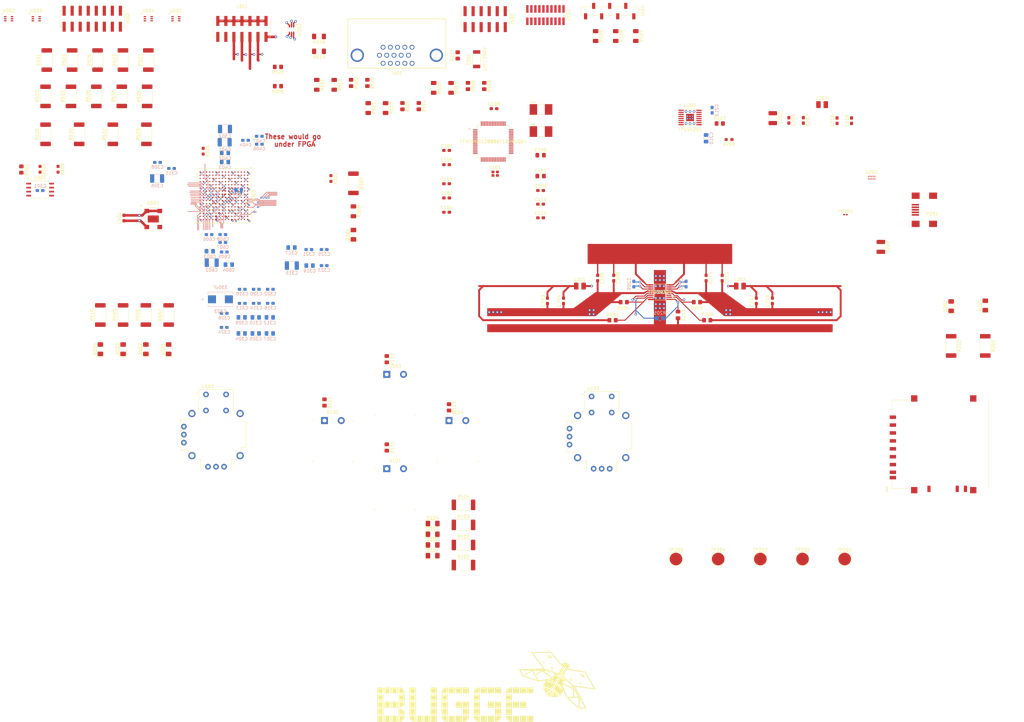
<source format=kicad_pcb>
(kicad_pcb (version 20171130) (host pcbnew "(5.1.10)-1")
  (layers (0 F.Cu signal) (1 +PWR power) (2 GND power hide) (3 In3.Cu signal) (4 In4.Cu signal) (31 B.Cu signal) (35 F.Paste user) (36 B.SilkS user) (37 F.SilkS user) (38 B.Mask user) (39 F.Mask user) (44 Edge.Cuts user))
  (net 0 "")
  (net 1 GND)
  (net 2 +3V3)
  (net 3 "Net-(C106-Pad1)")
  (net 4 "Net-(C107-Pad1)")
  (net 5 "Net-(C201-Pad1)")
  (net 6 +5V)
  (net 7 +1V8)
  (net 8 "Net-(C209-Pad2)")
  (net 9 "Net-(C209-Pad1)")
  (net 10 "Net-(C210-Pad1)")
  (net 11 "Net-(C211-Pad1)")
  (net 12 "Net-(C212-Pad2)")
  (net 13 "Net-(C212-Pad1)")
  (net 14 "Net-(C213-Pad2)")
  (net 15 "Net-(C213-Pad1)")
  (net 16 +1V0)
  (net 17 "Net-(C501-Pad2)")
  (net 18 GPIO_LED0)
  (net 19 "Net-(D101-Pad1)")
  (net 20 GPIO_LED1)
  (net 21 "Net-(D102-Pad1)")
  (net 22 GPIO_LED2)
  (net 23 "Net-(D103-Pad1)")
  (net 24 GPIO_LED3)
  (net 25 "Net-(D104-Pad1)")
  (net 26 "Net-(D201-Pad1)")
  (net 27 "Net-(D202-Pad1)")
  (net 28 "Net-(D301-Pad2)")
  (net 29 "Net-(D501-Pad2)")
  (net 30 "Net-(D502-Pad2)")
  (net 31 "Net-(D503-Pad2)")
  (net 32 "Net-(D504-Pad2)")
  (net 33 MCU_RESETN)
  (net 34 DBG_SWO)
  (net 35 DBG_SWCLK)
  (net 36 DBG_SWDIO)
  (net 37 USART1_CTS)
  (net 38 USART1_RTS)
  (net 39 USART1_CS)
  (net 40 USART1_CLK)
  (net 41 USART1_RX)
  (net 42 USART1_TX)
  (net 43 SDIO_WP)
  (net 44 SDIO_CD)
  (net 45 SDIO_DAT2)
  (net 46 SDIO_DAT1)
  (net 47 SDIO_DAT0)
  (net 48 SDIO_CLK)
  (net 49 SDIO_CMD)
  (net 50 SDIO_DAT3)
  (net 51 "Net-(J104-Pad3)")
  (net 52 "Net-(J104-Pad4)")
  (net 53 "Net-(J104-Pad2)")
  (net 54 /FPGA/TDI_JTAG)
  (net 55 /FPGA/TDO_JTAG)
  (net 56 /FPGA/TCK_JTAG)
  (net 57 /FPGA/TMS_JTAG)
  (net 58 "Net-(J501-Pad14)")
  (net 59 "Net-(J501-Pad13)")
  (net 60 "Net-(J501-Pad3)")
  (net 61 "Net-(J501-Pad2)")
  (net 62 "Net-(J501-Pad1)")
  (net 63 "Net-(J502-Pad14)")
  (net 64 "Net-(J502-Pad13)")
  (net 65 "Net-(J502-Pad12)")
  (net 66 "Net-(J502-Pad11)")
  (net 67 "Net-(J502-Pad10)")
  (net 68 "Net-(J502-Pad9)")
  (net 69 "Net-(J502-Pad8)")
  (net 70 "Net-(J502-Pad7)")
  (net 71 "Net-(J502-Pad6)")
  (net 72 "Net-(J502-Pad5)")
  (net 73 "Net-(J502-Pad4)")
  (net 74 "Net-(J502-Pad3)")
  (net 75 "Net-(J502-Pad2)")
  (net 76 "Net-(J502-Pad1)")
  (net 77 USB_D+)
  (net 78 USB_D-)
  (net 79 "Net-(P201-PadSH)")
  (net 80 "Net-(R105-Pad2)")
  (net 81 "Net-(R106-Pad2)")
  (net 82 GPIO_PD8)
  (net 83 GPIO_PB12)
  (net 84 GPIO_PB11)
  (net 85 GPIO_BTN0)
  (net 86 GPIO_BTN1)
  (net 87 GPIO_BTN2)
  (net 88 GPIO_BTN3)
  (net 89 "Net-(R203-Pad2)")
  (net 90 "Net-(R205-Pad2)")
  (net 91 "Net-(R206-Pad2)")
  (net 92 "Net-(R208-Pad2)")
  (net 93 /FPGA/IOB14/QSPI_CS)
  (net 94 FPGA_PROGRAM_B)
  (net 95 /FPGA/IOB14/QSPI_DQ2)
  (net 96 "Net-(R305-Pad2)")
  (net 97 FPGA_DONE)
  (net 98 /FPGA/IOB14/QSPI_DQ3)
  (net 99 VGA_R0)
  (net 100 VGA_R2)
  (net 101 VGA_G0)
  (net 102 VGA_G2)
  (net 103 VGA_B0)
  (net 104 VGA_B2)
  (net 105 FPGA_LED0)
  (net 106 FPGA_LED1)
  (net 107 FPGA_LED2)
  (net 108 FPGA_LED3)
  (net 109 VGA_R1)
  (net 110 VGA_R3)
  (net 111 VGA_G1)
  (net 112 VGA_G3)
  (net 113 VGA_B1)
  (net 114 VGA_B3)
  (net 115 VGA_HS)
  (net 116 VGA_VS)
  (net 117 FPGA_EXT_IO2)
  (net 118 FPGA_EXT_IO4)
  (net 119 FPGA_EXT_IO6)
  (net 120 FPGA_EXT_IO0)
  (net 121 FPGA_EXT_IO3)
  (net 122 FPGA_EXT_IO5)
  (net 123 FPGA_EXT_IO1)
  (net 124 FPGA_EXT_IO9)
  (net 125 FPGA_EXT_IO11)
  (net 126 FPGA_EXT_IO13)
  (net 127 FPGA_EXT_IO7)
  (net 128 FPGA_EXT_IO10)
  (net 129 FPGA_EXT_IO12)
  (net 130 FPGA_EXT_IO8)
  (net 131 FPGA_MCU_GPIO_0)
  (net 132 FPGA_MCU_GPIO_1)
  (net 133 FPGA_MCU_GPIO_2)
  (net 134 FPGA_MCU_GPIO_3)
  (net 135 GPIO_JSV1)
  (net 136 48MHZ_P1)
  (net 137 48MHZ_P3)
  (net 138 GPIO_JSH0)
  (net 139 GPIO_JSV0)
  (net 140 GPIO_JSH1)
  (net 141 FPGA_MCU_USART_CTS)
  (net 142 FPGA_MCU_USART_RTS)
  (net 143 FPGA_MCU_USART_CS)
  (net 144 FPGA_MCU_USART_CLK)
  (net 145 FPGA_MCU_USART_TX)
  (net 146 FPGA_MCU_USART_RX)
  (net 147 "Net-(U102-PadS1)")
  (net 148 "Net-(U103-PadS1)")
  (net 149 R1_PG)
  (net 150 "Net-(U301-Pad6)")
  (net 151 /FPGA/IOB14/QSPI_DQ0)
  (net 152 /FPGA/IOB14/QSPI_DQ1)
  (net 153 /FPGA/IOB14/GCLK100)
  (module Graphics:buggelogo_inverted (layer F.Cu) (at 174.244 229.87)
    (fp_text reference G*** hide)
    (fp_text value LOGO hide)
  )
  (module NUP4114UCW1T2G-footprint:NUP4114UCW1T2G (layer F.Cu) (at 67.479548 18.288)
    (fp_text reference U504 (at 0 -2.54) (layer F.SilkS))
    (fp_text value SOIC_W1T2G_ONS hide)
    (fp_text user * (at -2.059464 -1.218761) (layer F.SilkS))
    (pad 6 smd rect (at 1.064001 -0.649999) (size 0.781799 0.3548) (layers F.Cu F.Paste F.Mask) (net 65 "Net-(J502-Pad12)"))
    (pad 5 smd rect (at 1.064001 0) (size 0.781799 0.3548) (layers F.Cu F.Paste F.Mask) (net 2 +3V3))
    (pad 4 smd rect (at 1.064001 0.649999) (size 0.781799 0.3548) (layers F.Cu F.Paste F.Mask))
    (pad 3 smd rect (at -1.064001 0.649999) (size 0.781799 0.3548) (layers F.Cu F.Paste F.Mask) (net 63 "Net-(J502-Pad14)"))
    (pad 2 smd rect (at -1.064001 0) (size 0.781799 0.3548) (layers F.Cu F.Paste F.Mask) (net 1 GND))
    (pad 1 smd rect (at -1.064001 -0.649999) (size 0.781799 0.3548) (layers F.Cu F.Paste F.Mask) (net 67 "Net-(J502-Pad10)"))
  )
  (module NUP4114UCW1T2G-footprint:NUP4114UCW1T2G (layer F.Cu) (at 112.775 21.725 270)
    (fp_text reference U302 (at 0 -2.54 90) (layer F.SilkS))
    (fp_text value SOIC_W1T2G_ONS hide)
    (fp_text user * (at -1.659 -1.779 90) (layer F.SilkS))
    (pad 6 smd rect (at 1.064001 -0.649999 270) (size 0.781799 0.3548) (layers F.Cu F.Paste F.Mask) (net 57 /FPGA/TMS_JTAG))
    (pad 5 smd rect (at 1.064001 0 270) (size 0.781799 0.3548) (layers F.Cu F.Paste F.Mask) (net 2 +3V3))
    (pad 4 smd rect (at 1.064001 0.649999 270) (size 0.781799 0.3548) (layers F.Cu F.Paste F.Mask) (net 56 /FPGA/TCK_JTAG))
    (pad 3 smd rect (at -1.064001 0.649999 270) (size 0.781799 0.3548) (layers F.Cu F.Paste F.Mask) (net 54 /FPGA/TDI_JTAG))
    (pad 2 smd rect (at -1.064001 0 270) (size 0.781799 0.3548) (layers F.Cu F.Paste F.Mask) (net 1 GND))
    (pad 1 smd rect (at -1.064001 -0.649999 270) (size 0.781799 0.3548) (layers F.Cu F.Paste F.Mask) (net 55 /FPGA/TDO_JTAG))
  )
  (module NUP4114UCW1T2G-footprint:NUP4114UCW1T2G (layer F.Cu) (at 32.056448 18.288)
    (fp_text reference U503 (at 0 -2.54) (layer F.SilkS))
    (fp_text value SOIC_W1T2G_ONS hide)
    (fp_text user * (at -2.059464 -1.218761) (layer F.SilkS))
    (pad 6 smd rect (at 1.064001 -0.649999) (size 0.781799 0.3548) (layers F.Cu F.Paste F.Mask) (net 73 "Net-(J502-Pad4)"))
    (pad 5 smd rect (at 1.064001 0) (size 0.781799 0.3548) (layers F.Cu F.Paste F.Mask) (net 2 +3V3))
    (pad 4 smd rect (at 1.064001 0.649999) (size 0.781799 0.3548) (layers F.Cu F.Paste F.Mask) (net 71 "Net-(J502-Pad6)"))
    (pad 3 smd rect (at -1.064001 0.649999) (size 0.781799 0.3548) (layers F.Cu F.Paste F.Mask) (net 69 "Net-(J502-Pad8)"))
    (pad 2 smd rect (at -1.064001 0) (size 0.781799 0.3548) (layers F.Cu F.Paste F.Mask) (net 1 GND))
    (pad 1 smd rect (at -1.064001 -0.649999) (size 0.781799 0.3548) (layers F.Cu F.Paste F.Mask) (net 75 "Net-(J502-Pad2)"))
  )
  (module NUP4114UCW1T2G-footprint:NUP4114UCW1T2G (layer F.Cu) (at 23.335999 18.288)
    (fp_text reference U502 (at 0 -2.54) (layer F.SilkS))
    (fp_text value SOIC_W1T2G_ONS hide)
    (fp_text user * (at -2.059464 -1.218761) (layer F.SilkS))
    (pad 6 smd rect (at 1.064001 -0.649999) (size 0.781799 0.3548) (layers F.Cu F.Paste F.Mask) (net 74 "Net-(J502-Pad3)"))
    (pad 5 smd rect (at 1.064001 0) (size 0.781799 0.3548) (layers F.Cu F.Paste F.Mask) (net 2 +3V3))
    (pad 4 smd rect (at 1.064001 0.649999) (size 0.781799 0.3548) (layers F.Cu F.Paste F.Mask) (net 72 "Net-(J502-Pad5)"))
    (pad 3 smd rect (at -1.064001 0.649999) (size 0.781799 0.3548) (layers F.Cu F.Paste F.Mask) (net 70 "Net-(J502-Pad7)"))
    (pad 2 smd rect (at -1.064001 0) (size 0.781799 0.3548) (layers F.Cu F.Paste F.Mask) (net 1 GND))
    (pad 1 smd rect (at -1.064001 -0.649999) (size 0.781799 0.3548) (layers F.Cu F.Paste F.Mask) (net 76 "Net-(J502-Pad1)"))
  )
  (module NUP4114UCW1T2G-footprint:NUP4114UCW1T2G (layer F.Cu) (at 76.2 18.288)
    (fp_text reference U501 (at 0 -2.54) (layer F.SilkS))
    (fp_text value SOIC_W1T2G_ONS hide)
    (fp_text user * (at -2.059464 -1.218761) (layer F.SilkS))
    (pad 6 smd rect (at 1.064001 -0.649999) (size 0.781799 0.3548) (layers F.Cu F.Paste F.Mask) (net 66 "Net-(J502-Pad11)"))
    (pad 5 smd rect (at 1.064001 0) (size 0.781799 0.3548) (layers F.Cu F.Paste F.Mask) (net 2 +3V3))
    (pad 4 smd rect (at 1.064001 0.649999) (size 0.781799 0.3548) (layers F.Cu F.Paste F.Mask))
    (pad 3 smd rect (at -1.064001 0.649999) (size 0.781799 0.3548) (layers F.Cu F.Paste F.Mask) (net 64 "Net-(J502-Pad13)"))
    (pad 2 smd rect (at -1.064001 0) (size 0.781799 0.3548) (layers F.Cu F.Paste F.Mask) (net 1 GND))
    (pad 1 smd rect (at -1.064001 -0.649999) (size 0.781799 0.3548) (layers F.Cu F.Paste F.Mask) (net 68 "Net-(J502-Pad9)"))
  )
  (module Package_BGA:Xilinx_FTG256 (layer F.Cu) (at 91.3892 74.30008 270)
    (fp_text reference U303 (at 0 -9.5 270) (layer F.SilkS))
    (fp_text value XC7A100T-FTG256-tdt4295)
    (fp_text user * (at -8.89 -8.89 90) (layer F.SilkS))
    (pad T16 smd circle (at 7.5 7.5 270) (size 0.4 0.4) (layers F.Cu F.Paste F.Mask) (net 1 GND))
    (pad T15 smd circle (at 6.5 7.5 270) (size 0.4 0.4) (layers F.Cu F.Paste F.Mask) (net 130 FPGA_EXT_IO8))
    (pad T14 smd circle (at 5.5 7.5 270) (size 0.4 0.4) (layers F.Cu F.Paste F.Mask) (net 127 FPGA_EXT_IO7))
    (pad T13 smd circle (at 4.5 7.5 270) (size 0.4 0.4) (layers F.Cu F.Paste F.Mask) (net 109 VGA_R1))
    (pad T12 smd circle (at 3.5 7.5 270) (size 0.4 0.4) (layers F.Cu F.Paste F.Mask))
    (pad T11 smd circle (at 2.5 7.5 270) (size 0.4 0.4) (layers F.Cu F.Paste F.Mask) (net 2 +3V3))
    (pad T10 smd circle (at 1.5 7.5 270) (size 0.4 0.4) (layers F.Cu F.Paste F.Mask) (net 116 VGA_VS))
    (pad T9 smd circle (at 0.5 7.5 270) (size 0.4 0.4) (layers F.Cu F.Paste F.Mask) (net 115 VGA_HS))
    (pad T8 smd circle (at -0.5 7.5 270) (size 0.4 0.4) (layers F.Cu F.Paste F.Mask) (net 112 VGA_G3))
    (pad T7 smd circle (at -1.5 7.5 270) (size 0.4 0.4) (layers F.Cu F.Paste F.Mask) (net 102 VGA_G2))
    (pad T6 smd circle (at -2.5 7.5 270) (size 0.4 0.4) (layers F.Cu F.Paste F.Mask) (net 1 GND))
    (pad T5 smd circle (at -3.5 7.5 270) (size 0.4 0.4) (layers F.Cu F.Paste F.Mask) (net 106 FPGA_LED1))
    (pad T4 smd circle (at -4.5 7.5 270) (size 0.4 0.4) (layers F.Cu F.Paste F.Mask))
    (pad T3 smd circle (at -5.5 7.5 270) (size 0.4 0.4) (layers F.Cu F.Paste F.Mask))
    (pad T2 smd circle (at -6.5 7.5 270) (size 0.4 0.4) (layers F.Cu F.Paste F.Mask))
    (pad T1 smd circle (at -7.5 7.5 270) (size 0.4 0.4) (layers F.Cu F.Paste F.Mask) (net 1 GND))
    (pad R16 smd circle (at 7.5 6.5 270) (size 0.4 0.4) (layers F.Cu F.Paste F.Mask) (net 119 FPGA_EXT_IO6))
    (pad R15 smd circle (at 6.5 6.5 270) (size 0.4 0.4) (layers F.Cu F.Paste F.Mask) (net 122 FPGA_EXT_IO5))
    (pad R14 smd circle (at 5.5 6.5 270) (size 0.4 0.4) (layers F.Cu F.Paste F.Mask) (net 2 +3V3))
    (pad R13 smd circle (at 4.5 6.5 270) (size 0.4 0.4) (layers F.Cu F.Paste F.Mask) (net 99 VGA_R0))
    (pad R12 smd circle (at 3.5 6.5 270) (size 0.4 0.4) (layers F.Cu F.Paste F.Mask))
    (pad R11 smd circle (at 2.5 6.5 270) (size 0.4 0.4) (layers F.Cu F.Paste F.Mask) (net 110 VGA_R3))
    (pad R10 smd circle (at 1.5 6.5 270) (size 0.4 0.4) (layers F.Cu F.Paste F.Mask) (net 100 VGA_R2))
    (pad R9 smd circle (at 0.5 6.5 270) (size 0.4 0.4) (layers F.Cu F.Paste F.Mask) (net 1 GND))
    (pad R8 smd circle (at -0.5 6.5 270) (size 0.4 0.4) (layers F.Cu F.Paste F.Mask) (net 111 VGA_G1))
    (pad R7 smd circle (at -1.5 6.5 270) (size 0.4 0.4) (layers F.Cu F.Paste F.Mask) (net 108 FPGA_LED3))
    (pad R6 smd circle (at -2.5 6.5 270) (size 0.4 0.4) (layers F.Cu F.Paste F.Mask) (net 107 FPGA_LED2))
    (pad R5 smd circle (at -3.5 6.5 270) (size 0.4 0.4) (layers F.Cu F.Paste F.Mask) (net 105 FPGA_LED0))
    (pad R4 smd circle (at -4.5 6.5 270) (size 0.4 0.4) (layers F.Cu F.Paste F.Mask) (net 1 GND))
    (pad R3 smd circle (at -5.5 6.5 270) (size 0.4 0.4) (layers F.Cu F.Paste F.Mask))
    (pad R2 smd circle (at -6.5 6.5 270) (size 0.4 0.4) (layers F.Cu F.Paste F.Mask))
    (pad R1 smd circle (at -7.5 6.5 270) (size 0.4 0.4) (layers F.Cu F.Paste F.Mask))
    (pad P16 smd circle (at 7.5 5.5 270) (size 0.4 0.4) (layers F.Cu F.Paste F.Mask) (net 118 FPGA_EXT_IO4))
    (pad P15 smd circle (at 6.5 5.5 270) (size 0.4 0.4) (layers F.Cu F.Paste F.Mask) (net 121 FPGA_EXT_IO3))
    (pad P14 smd circle (at 5.5 5.5 270) (size 0.4 0.4) (layers F.Cu F.Paste F.Mask) (net 129 FPGA_EXT_IO12))
    (pad P13 smd circle (at 4.5 5.5 270) (size 0.4 0.4) (layers F.Cu F.Paste F.Mask) (net 128 FPGA_EXT_IO10))
    (pad P12 smd circle (at 3.5 5.5 270) (size 0.4 0.4) (layers F.Cu F.Paste F.Mask) (net 1 GND))
    (pad P11 smd circle (at 2.5 5.5 270) (size 0.4 0.4) (layers F.Cu F.Paste F.Mask))
    (pad P10 smd circle (at 1.5 5.5 270) (size 0.4 0.4) (layers F.Cu F.Paste F.Mask))
    (pad P9 smd circle (at 0.5 5.5 270) (size 0.4 0.4) (layers F.Cu F.Paste F.Mask) (net 113 VGA_B1))
    (pad P8 smd circle (at -0.5 5.5 270) (size 0.4 0.4) (layers F.Cu F.Paste F.Mask) (net 101 VGA_G0))
    (pad P7 smd circle (at -1.5 5.5 270) (size 0.4 0.4) (layers F.Cu F.Paste F.Mask) (net 2 +3V3))
    (pad P6 smd circle (at -2.5 5.5 270) (size 0.4 0.4) (layers F.Cu F.Paste F.Mask))
    (pad P5 smd circle (at -3.5 5.5 270) (size 0.4 0.4) (layers F.Cu F.Paste F.Mask))
    (pad P4 smd circle (at -4.5 5.5 270) (size 0.4 0.4) (layers F.Cu F.Paste F.Mask))
    (pad P3 smd circle (at -5.5 5.5 270) (size 0.4 0.4) (layers F.Cu F.Paste F.Mask))
    (pad P2 smd circle (at -6.5 5.5 270) (size 0.4 0.4) (layers F.Cu F.Paste F.Mask) (net 1 GND))
    (pad P1 smd circle (at -7.5 5.5 270) (size 0.4 0.4) (layers F.Cu F.Paste F.Mask))
    (pad N16 smd circle (at 7.5 4.5 270) (size 0.4 0.4) (layers F.Cu F.Paste F.Mask) (net 117 FPGA_EXT_IO2))
    (pad N15 smd circle (at 6.5 4.5 270) (size 0.4 0.4) (layers F.Cu F.Paste F.Mask) (net 1 GND))
    (pad N14 smd circle (at 5.5 4.5 270) (size 0.4 0.4) (layers F.Cu F.Paste F.Mask) (net 125 FPGA_EXT_IO11))
    (pad N13 smd circle (at 4.5 4.5 270) (size 0.4 0.4) (layers F.Cu F.Paste F.Mask) (net 124 FPGA_EXT_IO9))
    (pad N12 smd circle (at 3.5 4.5 270) (size 0.4 0.4) (layers F.Cu F.Paste F.Mask) (net 153 /FPGA/IOB14/GCLK100))
    (pad N11 smd circle (at 2.5 4.5 270) (size 0.4 0.4) (layers F.Cu F.Paste F.Mask) (net 126 FPGA_EXT_IO13))
    (pad N10 smd circle (at 1.5 4.5 270) (size 0.4 0.4) (layers F.Cu F.Paste F.Mask) (net 2 +3V3))
    (pad N9 smd circle (at 0.5 4.5 270) (size 0.4 0.4) (layers F.Cu F.Paste F.Mask) (net 103 VGA_B0))
    (pad N8 smd circle (at -0.5 4.5 270) (size 0.4 0.4) (layers F.Cu F.Paste F.Mask) (net 55 /FPGA/TDO_JTAG))
    (pad N7 smd circle (at -1.5 4.5 270) (size 0.4 0.4) (layers F.Cu F.Paste F.Mask) (net 54 /FPGA/TDI_JTAG))
    (pad N6 smd circle (at -2.5 4.5 270) (size 0.4 0.4) (layers F.Cu F.Paste F.Mask) (net 114 VGA_B3))
    (pad N5 smd circle (at -3.5 4.5 270) (size 0.4 0.4) (layers F.Cu F.Paste F.Mask) (net 1 GND))
    (pad N4 smd circle (at -4.5 4.5 270) (size 0.4 0.4) (layers F.Cu F.Paste F.Mask))
    (pad N3 smd circle (at -5.5 4.5 270) (size 0.4 0.4) (layers F.Cu F.Paste F.Mask))
    (pad N2 smd circle (at -6.5 4.5 270) (size 0.4 0.4) (layers F.Cu F.Paste F.Mask))
    (pad N1 smd circle (at -7.5 4.5 270) (size 0.4 0.4) (layers F.Cu F.Paste F.Mask))
    (pad M16 smd circle (at 7.5 3.5 270) (size 0.4 0.4) (layers F.Cu F.Paste F.Mask) (net 123 FPGA_EXT_IO1))
    (pad M15 smd circle (at 6.5 3.5 270) (size 0.4 0.4) (layers F.Cu F.Paste F.Mask))
    (pad M14 smd circle (at 5.5 3.5 270) (size 0.4 0.4) (layers F.Cu F.Paste F.Mask))
    (pad M13 smd circle (at 4.5 3.5 270) (size 0.4 0.4) (layers F.Cu F.Paste F.Mask) (net 2 +3V3))
    (pad M12 smd circle (at 3.5 3.5 270) (size 0.4 0.4) (layers F.Cu F.Paste F.Mask) (net 120 FPGA_EXT_IO0))
    (pad M11 smd circle (at 2.5 3.5 270) (size 0.4 0.4) (layers F.Cu F.Paste F.Mask) (net 1 GND))
    (pad M10 smd circle (at 1.5 3.5 270) (size 0.4 0.4) (layers F.Cu F.Paste F.Mask) (net 1 GND))
    (pad M9 smd circle (at 0.5 3.5 270) (size 0.4 0.4) (layers F.Cu F.Paste F.Mask) (net 2 +3V3))
    (pad M8 smd circle (at -0.5 3.5 270) (size 0.4 0.4) (layers F.Cu F.Paste F.Mask) (net 1 GND))
    (pad M7 smd circle (at -1.5 3.5 270) (size 0.4 0.4) (layers F.Cu F.Paste F.Mask) (net 57 /FPGA/TMS_JTAG))
    (pad M6 smd circle (at -2.5 3.5 270) (size 0.4 0.4) (layers F.Cu F.Paste F.Mask) (net 104 VGA_B2))
    (pad M5 smd circle (at -3.5 3.5 270) (size 0.4 0.4) (layers F.Cu F.Paste F.Mask))
    (pad M4 smd circle (at -4.5 3.5 270) (size 0.4 0.4) (layers F.Cu F.Paste F.Mask))
    (pad M3 smd circle (at -5.5 3.5 270) (size 0.4 0.4) (layers F.Cu F.Paste F.Mask) (net 1 GND))
    (pad M2 smd circle (at -6.5 3.5 270) (size 0.4 0.4) (layers F.Cu F.Paste F.Mask))
    (pad M1 smd circle (at -7.5 3.5 270) (size 0.4 0.4) (layers F.Cu F.Paste F.Mask))
    (pad L16 smd circle (at 7.5 2.5 270) (size 0.4 0.4) (layers F.Cu F.Paste F.Mask) (net 2 +3V3))
    (pad L15 smd circle (at 6.5 2.5 270) (size 0.4 0.4) (layers F.Cu F.Paste F.Mask) (net 1 GND))
    (pad L14 smd circle (at 5.5 2.5 270) (size 0.4 0.4) (layers F.Cu F.Paste F.Mask))
    (pad L13 smd circle (at 4.5 2.5 270) (size 0.4 0.4) (layers F.Cu F.Paste F.Mask))
    (pad L12 smd circle (at 3.5 2.5 270) (size 0.4 0.4) (layers F.Cu F.Paste F.Mask) (net 93 /FPGA/IOB14/QSPI_CS))
    (pad L11 smd circle (at 2.5 2.5 270) (size 0.4 0.4) (layers F.Cu F.Paste F.Mask) (net 1 GND))
    (pad L10 smd circle (at 1.5 2.5 270) (size 0.4 0.4) (layers F.Cu F.Paste F.Mask) (net 7 +1V8))
    (pad L9 smd circle (at 0.5 2.5 270) (size 0.4 0.4) (layers F.Cu F.Paste F.Mask) (net 94 FPGA_PROGRAM_B))
    (pad L8 smd circle (at -0.5 2.5 270) (size 0.4 0.4) (layers F.Cu F.Paste F.Mask) (net 16 +1V0))
    (pad L7 smd circle (at -1.5 2.5 270) (size 0.4 0.4) (layers F.Cu F.Paste F.Mask) (net 56 /FPGA/TCK_JTAG))
    (pad L6 smd circle (at -2.5 2.5 270) (size 0.4 0.4) (layers F.Cu F.Paste F.Mask) (net 2 +3V3))
    (pad L5 smd circle (at -3.5 2.5 270) (size 0.4 0.4) (layers F.Cu F.Paste F.Mask))
    (pad L4 smd circle (at -4.5 2.5 270) (size 0.4 0.4) (layers F.Cu F.Paste F.Mask))
    (pad L3 smd circle (at -5.5 2.5 270) (size 0.4 0.4) (layers F.Cu F.Paste F.Mask))
    (pad L2 smd circle (at -6.5 2.5 270) (size 0.4 0.4) (layers F.Cu F.Paste F.Mask))
    (pad L1 smd circle (at -7.5 2.5 270) (size 0.4 0.4) (layers F.Cu F.Paste F.Mask) (net 1 GND))
    (pad K16 smd circle (at 7.5 1.5 270) (size 0.4 0.4) (layers F.Cu F.Paste F.Mask) (net 98 /FPGA/IOB14/QSPI_DQ3))
    (pad K15 smd circle (at 6.5 1.5 270) (size 0.4 0.4) (layers F.Cu F.Paste F.Mask) (net 95 /FPGA/IOB14/QSPI_DQ2))
    (pad K14 smd circle (at 5.5 1.5 270) (size 0.4 0.4) (layers F.Cu F.Paste F.Mask) (net 1 GND))
    (pad K13 smd circle (at 4.5 1.5 270) (size 0.4 0.4) (layers F.Cu F.Paste F.Mask))
    (pad K12 smd circle (at 3.5 1.5 270) (size 0.4 0.4) (layers F.Cu F.Paste F.Mask))
    (pad K11 smd circle (at 2.5 1.5 270) (size 0.4 0.4) (layers F.Cu F.Paste F.Mask) (net 7 +1V8))
    (pad K10 smd circle (at 1.5 1.5 270) (size 0.4 0.4) (layers F.Cu F.Paste F.Mask) (net 96 "Net-(R305-Pad2)"))
    (pad K9 smd circle (at 0.5 1.5 270) (size 0.4 0.4) (layers F.Cu F.Paste F.Mask) (net 16 +1V0))
    (pad K8 smd circle (at -0.5 1.5 270) (size 0.4 0.4) (layers F.Cu F.Paste F.Mask))
    (pad K7 smd circle (at -1.5 1.5 270) (size 0.4 0.4) (layers F.Cu F.Paste F.Mask))
    (pad K6 smd circle (at -2.5 1.5 270) (size 0.4 0.4) (layers F.Cu F.Paste F.Mask) (net 1 GND))
    (pad K5 smd circle (at -3.5 1.5 270) (size 0.4 0.4) (layers F.Cu F.Paste F.Mask))
    (pad K4 smd circle (at -4.5 1.5 270) (size 0.4 0.4) (layers F.Cu F.Paste F.Mask) (net 1 GND))
    (pad K3 smd circle (at -5.5 1.5 270) (size 0.4 0.4) (layers F.Cu F.Paste F.Mask))
    (pad K2 smd circle (at -6.5 1.5 270) (size 0.4 0.4) (layers F.Cu F.Paste F.Mask))
    (pad K1 smd circle (at -7.5 1.5 270) (size 0.4 0.4) (layers F.Cu F.Paste F.Mask))
    (pad J16 smd circle (at 7.5 0.5 270) (size 0.4 0.4) (layers F.Cu F.Paste F.Mask))
    (pad J15 smd circle (at 6.5 0.5 270) (size 0.4 0.4) (layers F.Cu F.Paste F.Mask))
    (pad J14 smd circle (at 5.5 0.5 270) (size 0.4 0.4) (layers F.Cu F.Paste F.Mask) (net 152 /FPGA/IOB14/QSPI_DQ1))
    (pad J13 smd circle (at 4.5 0.5 270) (size 0.4 0.4) (layers F.Cu F.Paste F.Mask) (net 151 /FPGA/IOB14/QSPI_DQ0))
    (pad J12 smd circle (at 3.5 0.5 270) (size 0.4 0.4) (layers F.Cu F.Paste F.Mask) (net 2 +3V3))
    (pad J11 smd circle (at 2.5 0.5 270) (size 0.4 0.4) (layers F.Cu F.Paste F.Mask) (net 1 GND))
    (pad J10 smd circle (at 1.5 0.5 270) (size 0.4 0.4) (layers F.Cu F.Paste F.Mask) (net 7 +1V8))
    (pad J9 smd circle (at 0.5 0.5 270) (size 0.4 0.4) (layers F.Cu F.Paste F.Mask) (net 1 GND))
    (pad J8 smd circle (at -0.5 0.5 270) (size 0.4 0.4) (layers F.Cu F.Paste F.Mask) (net 1 GND))
    (pad J7 smd circle (at -1.5 0.5 270) (size 0.4 0.4) (layers F.Cu F.Paste F.Mask) (net 1 GND))
    (pad J6 smd circle (at -2.5 0.5 270) (size 0.4 0.4) (layers F.Cu F.Paste F.Mask) (net 16 +1V0))
    (pad J5 smd circle (at -3.5 0.5 270) (size 0.4 0.4) (layers F.Cu F.Paste F.Mask))
    (pad J4 smd circle (at -4.5 0.5 270) (size 0.4 0.4) (layers F.Cu F.Paste F.Mask))
    (pad J3 smd circle (at -5.5 0.5 270) (size 0.4 0.4) (layers F.Cu F.Paste F.Mask))
    (pad J2 smd circle (at -6.5 0.5 270) (size 0.4 0.4) (layers F.Cu F.Paste F.Mask) (net 1 GND))
    (pad J1 smd circle (at -7.5 0.5 270) (size 0.4 0.4) (layers F.Cu F.Paste F.Mask))
    (pad H16 smd circle (at 7.5 -0.5 270) (size 0.4 0.4) (layers F.Cu F.Paste F.Mask))
    (pad H15 smd circle (at 6.5 -0.5 270) (size 0.4 0.4) (layers F.Cu F.Paste F.Mask) (net 2 +3V3))
    (pad H14 smd circle (at 5.5 -0.5 270) (size 0.4 0.4) (layers F.Cu F.Paste F.Mask))
    (pad H13 smd circle (at 4.5 -0.5 270) (size 0.4 0.4) (layers F.Cu F.Paste F.Mask))
    (pad H12 smd circle (at 3.5 -0.5 270) (size 0.4 0.4) (layers F.Cu F.Paste F.Mask))
    (pad H11 smd circle (at 2.5 -0.5 270) (size 0.4 0.4) (layers F.Cu F.Paste F.Mask))
    (pad H10 smd circle (at 1.5 -0.5 270) (size 0.4 0.4) (layers F.Cu F.Paste F.Mask) (net 97 FPGA_DONE))
    (pad H9 smd circle (at 0.5 -0.5 270) (size 0.4 0.4) (layers F.Cu F.Paste F.Mask) (net 16 +1V0))
    (pad H8 smd circle (at -0.5 -0.5 270) (size 0.4 0.4) (layers F.Cu F.Paste F.Mask) (net 1 GND))
    (pad H7 smd circle (at -1.5 -0.5 270) (size 0.4 0.4) (layers F.Cu F.Paste F.Mask) (net 1 GND))
    (pad H6 smd circle (at -2.5 -0.5 270) (size 0.4 0.4) (layers F.Cu F.Paste F.Mask) (net 1 GND))
    (pad H5 smd circle (at -3.5 -0.5 270) (size 0.4 0.4) (layers F.Cu F.Paste F.Mask))
    (pad H4 smd circle (at -4.5 -0.5 270) (size 0.4 0.4) (layers F.Cu F.Paste F.Mask))
    (pad H3 smd circle (at -5.5 -0.5 270) (size 0.4 0.4) (layers F.Cu F.Paste F.Mask))
    (pad H2 smd circle (at -6.5 -0.5 270) (size 0.4 0.4) (layers F.Cu F.Paste F.Mask))
    (pad H1 smd circle (at -7.5 -0.5 270) (size 0.4 0.4) (layers F.Cu F.Paste F.Mask))
    (pad G16 smd circle (at 7.5 -1.5 270) (size 0.4 0.4) (layers F.Cu F.Paste F.Mask))
    (pad G15 smd circle (at 6.5 -1.5 270) (size 0.4 0.4) (layers F.Cu F.Paste F.Mask))
    (pad G14 smd circle (at 5.5 -1.5 270) (size 0.4 0.4) (layers F.Cu F.Paste F.Mask))
    (pad G13 smd circle (at 4.5 -1.5 270) (size 0.4 0.4) (layers F.Cu F.Paste F.Mask) (net 1 GND))
    (pad G12 smd circle (at 3.5 -1.5 270) (size 0.4 0.4) (layers F.Cu F.Paste F.Mask))
    (pad G11 smd circle (at 2.5 -1.5 270) (size 0.4 0.4) (layers F.Cu F.Paste F.Mask))
    (pad G10 smd circle (at 1.5 -1.5 270) (size 0.4 0.4) (layers F.Cu F.Paste F.Mask) (net 7 +1V8))
    (pad G9 smd circle (at 0.5 -1.5 270) (size 0.4 0.4) (layers F.Cu F.Paste F.Mask) (net 1 GND))
    (pad G8 smd circle (at -0.5 -1.5 270) (size 0.4 0.4) (layers F.Cu F.Paste F.Mask) (net 7 +1V8))
    (pad G7 smd circle (at -1.5 -1.5 270) (size 0.4 0.4) (layers F.Cu F.Paste F.Mask) (net 1 GND))
    (pad G6 smd circle (at -2.5 -1.5 270) (size 0.4 0.4) (layers F.Cu F.Paste F.Mask) (net 16 +1V0))
    (pad G5 smd circle (at -3.5 -1.5 270) (size 0.4 0.4) (layers F.Cu F.Paste F.Mask))
    (pad G4 smd circle (at -4.5 -1.5 270) (size 0.4 0.4) (layers F.Cu F.Paste F.Mask))
    (pad G3 smd circle (at -5.5 -1.5 270) (size 0.4 0.4) (layers F.Cu F.Paste F.Mask) (net 1 GND))
    (pad G2 smd circle (at -6.5 -1.5 270) (size 0.4 0.4) (layers F.Cu F.Paste F.Mask))
    (pad G1 smd circle (at -7.5 -1.5 270) (size 0.4 0.4) (layers F.Cu F.Paste F.Mask))
    (pad F16 smd circle (at 7.5 -2.5 270) (size 0.4 0.4) (layers F.Cu F.Paste F.Mask) (net 1 GND))
    (pad F15 smd circle (at 6.5 -2.5 270) (size 0.4 0.4) (layers F.Cu F.Paste F.Mask))
    (pad F14 smd circle (at 5.5 -2.5 270) (size 0.4 0.4) (layers F.Cu F.Paste F.Mask))
    (pad F13 smd circle (at 4.5 -2.5 270) (size 0.4 0.4) (layers F.Cu F.Paste F.Mask) (net 132 FPGA_MCU_GPIO_1))
    (pad F12 smd circle (at 3.5 -2.5 270) (size 0.4 0.4) (layers F.Cu F.Paste F.Mask))
    (pad F11 smd circle (at 2.5 -2.5 270) (size 0.4 0.4) (layers F.Cu F.Paste F.Mask) (net 16 +1V0))
    (pad F10 smd circle (at 1.5 -2.5 270) (size 0.4 0.4) (layers F.Cu F.Paste F.Mask) (net 1 GND))
    (pad F9 smd circle (at 0.5 -2.5 270) (size 0.4 0.4) (layers F.Cu F.Paste F.Mask) (net 16 +1V0))
    (pad F8 smd circle (at -0.5 -2.5 270) (size 0.4 0.4) (layers F.Cu F.Paste F.Mask) (net 1 GND))
    (pad F7 smd circle (at -1.5 -2.5 270) (size 0.4 0.4) (layers F.Cu F.Paste F.Mask) (net 16 +1V0))
    (pad F6 smd circle (at -2.5 -2.5 270) (size 0.4 0.4) (layers F.Cu F.Paste F.Mask) (net 1 GND))
    (pad F5 smd circle (at -3.5 -2.5 270) (size 0.4 0.4) (layers F.Cu F.Paste F.Mask))
    (pad F4 smd circle (at -4.5 -2.5 270) (size 0.4 0.4) (layers F.Cu F.Paste F.Mask))
    (pad F3 smd circle (at -5.5 -2.5 270) (size 0.4 0.4) (layers F.Cu F.Paste F.Mask))
    (pad F2 smd circle (at -6.5 -2.5 270) (size 0.4 0.4) (layers F.Cu F.Paste F.Mask))
    (pad F1 smd circle (at -7.5 -2.5 270) (size 0.4 0.4) (layers F.Cu F.Paste F.Mask) (net 1 GND))
    (pad E16 smd circle (at 7.5 -3.5 270) (size 0.4 0.4) (layers F.Cu F.Paste F.Mask) (net 133 FPGA_MCU_GPIO_2))
    (pad E15 smd circle (at 6.5 -3.5 270) (size 0.4 0.4) (layers F.Cu F.Paste F.Mask))
    (pad E14 smd circle (at 5.5 -3.5 270) (size 0.4 0.4) (layers F.Cu F.Paste F.Mask) (net 2 +3V3))
    (pad E13 smd circle (at 4.5 -3.5 270) (size 0.4 0.4) (layers F.Cu F.Paste F.Mask))
    (pad E12 smd circle (at 3.5 -3.5 270) (size 0.4 0.4) (layers F.Cu F.Paste F.Mask))
    (pad E11 smd circle (at 2.5 -3.5 270) (size 0.4 0.4) (layers F.Cu F.Paste F.Mask))
    (pad E10 smd circle (at 1.5 -3.5 270) (size 0.4 0.4) (layers F.Cu F.Paste F.Mask) (net 16 +1V0))
    (pad E9 smd circle (at 0.5 -3.5 270) (size 0.4 0.4) (layers F.Cu F.Paste F.Mask) (net 1 GND))
    (pad E8 smd circle (at -0.5 -3.5 270) (size 0.4 0.4) (layers F.Cu F.Paste F.Mask) (net 150 "Net-(U301-Pad6)"))
    (pad E7 smd circle (at -1.5 -3.5 270) (size 0.4 0.4) (layers F.Cu F.Paste F.Mask) (net 2 +3V3))
    (pad E6 smd circle (at -2.5 -3.5 270) (size 0.4 0.4) (layers F.Cu F.Paste F.Mask))
    (pad E5 smd circle (at -3.5 -3.5 270) (size 0.4 0.4) (layers F.Cu F.Paste F.Mask))
    (pad E4 smd circle (at -4.5 -3.5 270) (size 0.4 0.4) (layers F.Cu F.Paste F.Mask) (net 1 GND))
    (pad E3 smd circle (at -5.5 -3.5 270) (size 0.4 0.4) (layers F.Cu F.Paste F.Mask))
    (pad E2 smd circle (at -6.5 -3.5 270) (size 0.4 0.4) (layers F.Cu F.Paste F.Mask))
    (pad E1 smd circle (at -7.5 -3.5 270) (size 0.4 0.4) (layers F.Cu F.Paste F.Mask))
    (pad D16 smd circle (at 7.5 -4.5 270) (size 0.4 0.4) (layers F.Cu F.Paste F.Mask) (net 134 FPGA_MCU_GPIO_3))
    (pad D15 smd circle (at 6.5 -4.5 270) (size 0.4 0.4) (layers F.Cu F.Paste F.Mask))
    (pad D14 smd circle (at 5.5 -4.5 270) (size 0.4 0.4) (layers F.Cu F.Paste F.Mask))
    (pad D13 smd circle (at 4.5 -4.5 270) (size 0.4 0.4) (layers F.Cu F.Paste F.Mask) (net 144 FPGA_MCU_USART_CLK))
    (pad D12 smd circle (at 3.5 -4.5 270) (size 0.4 0.4) (layers F.Cu F.Paste F.Mask) (net 1 GND))
    (pad D11 smd circle (at 2.5 -4.5 270) (size 0.4 0.4) (layers F.Cu F.Paste F.Mask))
    (pad D10 smd circle (at 1.5 -4.5 270) (size 0.4 0.4) (layers F.Cu F.Paste F.Mask))
    (pad D9 smd circle (at 0.5 -4.5 270) (size 0.4 0.4) (layers F.Cu F.Paste F.Mask))
    (pad D8 smd circle (at -0.5 -4.5 270) (size 0.4 0.4) (layers F.Cu F.Paste F.Mask) (net 141 FPGA_MCU_USART_CTS))
    (pad D7 smd circle (at -1.5 -4.5 270) (size 0.4 0.4) (layers F.Cu F.Paste F.Mask) (net 1 GND))
    (pad D6 smd circle (at -2.5 -4.5 270) (size 0.4 0.4) (layers F.Cu F.Paste F.Mask))
    (pad D5 smd circle (at -3.5 -4.5 270) (size 0.4 0.4) (layers F.Cu F.Paste F.Mask))
    (pad D4 smd circle (at -4.5 -4.5 270) (size 0.4 0.4) (layers F.Cu F.Paste F.Mask))
    (pad D3 smd circle (at -5.5 -4.5 270) (size 0.4 0.4) (layers F.Cu F.Paste F.Mask))
    (pad D2 smd circle (at -6.5 -4.5 270) (size 0.4 0.4) (layers F.Cu F.Paste F.Mask) (net 1 GND))
    (pad D1 smd circle (at -7.5 -4.5 270) (size 0.4 0.4) (layers F.Cu F.Paste F.Mask))
    (pad C16 smd circle (at 7.5 -5.5 270) (size 0.4 0.4) (layers F.Cu F.Paste F.Mask))
    (pad C15 smd circle (at 6.5 -5.5 270) (size 0.4 0.4) (layers F.Cu F.Paste F.Mask) (net 1 GND))
    (pad C14 smd circle (at 5.5 -5.5 270) (size 0.4 0.4) (layers F.Cu F.Paste F.Mask))
    (pad C13 smd circle (at 4.5 -5.5 270) (size 0.4 0.4) (layers F.Cu F.Paste F.Mask) (net 131 FPGA_MCU_GPIO_0))
    (pad C12 smd circle (at 3.5 -5.5 270) (size 0.4 0.4) (layers F.Cu F.Paste F.Mask))
    (pad C11 smd circle (at 2.5 -5.5 270) (size 0.4 0.4) (layers F.Cu F.Paste F.Mask))
    (pad C10 smd circle (at 1.5 -5.5 270) (size 0.4 0.4) (layers F.Cu F.Paste F.Mask) (net 2 +3V3))
    (pad C9 smd circle (at 0.5 -5.5 270) (size 0.4 0.4) (layers F.Cu F.Paste F.Mask))
    (pad C8 smd circle (at -0.5 -5.5 270) (size 0.4 0.4) (layers F.Cu F.Paste F.Mask))
    (pad C7 smd circle (at -1.5 -5.5 270) (size 0.4 0.4) (layers F.Cu F.Paste F.Mask))
    (pad C6 smd circle (at -2.5 -5.5 270) (size 0.4 0.4) (layers F.Cu F.Paste F.Mask))
    (pad C5 smd circle (at -3.5 -5.5 270) (size 0.4 0.4) (layers F.Cu F.Paste F.Mask) (net 1 GND))
    (pad C4 smd circle (at -4.5 -5.5 270) (size 0.4 0.4) (layers F.Cu F.Paste F.Mask))
    (pad C3 smd circle (at -5.5 -5.5 270) (size 0.4 0.4) (layers F.Cu F.Paste F.Mask))
    (pad C2 smd circle (at -6.5 -5.5 270) (size 0.4 0.4) (layers F.Cu F.Paste F.Mask))
    (pad C1 smd circle (at -7.5 -5.5 270) (size 0.4 0.4) (layers F.Cu F.Paste F.Mask))
    (pad B16 smd circle (at 7.5 -6.5 270) (size 0.4 0.4) (layers F.Cu F.Paste F.Mask))
    (pad B15 smd circle (at 6.5 -6.5 270) (size 0.4 0.4) (layers F.Cu F.Paste F.Mask))
    (pad B14 smd circle (at 5.5 -6.5 270) (size 0.4 0.4) (layers F.Cu F.Paste F.Mask))
    (pad B13 smd circle (at 4.5 -6.5 270) (size 0.4 0.4) (layers F.Cu F.Paste F.Mask) (net 2 +3V3))
    (pad B12 smd circle (at 3.5 -6.5 270) (size 0.4 0.4) (layers F.Cu F.Paste F.Mask) (net 143 FPGA_MCU_USART_CS))
    (pad B11 smd circle (at 2.5 -6.5 270) (size 0.4 0.4) (layers F.Cu F.Paste F.Mask))
    (pad B10 smd circle (at 1.5 -6.5 270) (size 0.4 0.4) (layers F.Cu F.Paste F.Mask) (net 146 FPGA_MCU_USART_RX))
    (pad B9 smd circle (at 0.5 -6.5 270) (size 0.4 0.4) (layers F.Cu F.Paste F.Mask))
    (pad B8 smd circle (at -0.5 -6.5 270) (size 0.4 0.4) (layers F.Cu F.Paste F.Mask) (net 1 GND))
    (pad B7 smd circle (at -1.5 -6.5 270) (size 0.4 0.4) (layers F.Cu F.Paste F.Mask))
    (pad B6 smd circle (at -2.5 -6.5 270) (size 0.4 0.4) (layers F.Cu F.Paste F.Mask))
    (pad B5 smd circle (at -3.5 -6.5 270) (size 0.4 0.4) (layers F.Cu F.Paste F.Mask))
    (pad B4 smd circle (at -4.5 -6.5 270) (size 0.4 0.4) (layers F.Cu F.Paste F.Mask))
    (pad B3 smd circle (at -5.5 -6.5 270) (size 0.4 0.4) (layers F.Cu F.Paste F.Mask) (net 1 GND))
    (pad B2 smd circle (at -6.5 -6.5 270) (size 0.4 0.4) (layers F.Cu F.Paste F.Mask))
    (pad B1 smd circle (at -7.5 -6.5 270) (size 0.4 0.4) (layers F.Cu F.Paste F.Mask))
    (pad A16 smd circle (at 7.5 -7.5 270) (size 0.4 0.4) (layers F.Cu F.Paste F.Mask) (net 2 +3V3))
    (pad A15 smd circle (at 6.5 -7.5 270) (size 0.4 0.4) (layers F.Cu F.Paste F.Mask))
    (pad A14 smd circle (at 5.5 -7.5 270) (size 0.4 0.4) (layers F.Cu F.Paste F.Mask))
    (pad A13 smd circle (at 4.5 -7.5 270) (size 0.4 0.4) (layers F.Cu F.Paste F.Mask))
    (pad A12 smd circle (at 3.5 -7.5 270) (size 0.4 0.4) (layers F.Cu F.Paste F.Mask) (net 142 FPGA_MCU_USART_RTS))
    (pad A11 smd circle (at 2.5 -7.5 270) (size 0.4 0.4) (layers F.Cu F.Paste F.Mask) (net 1 GND))
    (pad A10 smd circle (at 1.5 -7.5 270) (size 0.4 0.4) (layers F.Cu F.Paste F.Mask) (net 145 FPGA_MCU_USART_TX))
    (pad A9 smd circle (at 0.5 -7.5 270) (size 0.4 0.4) (layers F.Cu F.Paste F.Mask))
    (pad A8 smd circle (at -0.5 -7.5 270) (size 0.4 0.4) (layers F.Cu F.Paste F.Mask))
    (pad A7 smd circle (at -1.5 -7.5 270) (size 0.4 0.4) (layers F.Cu F.Paste F.Mask))
    (pad A6 smd circle (at -2.5 -7.5 270) (size 0.4 0.4) (layers F.Cu F.Paste F.Mask) (net 1 GND))
    (pad A5 smd circle (at -3.5 -7.5 270) (size 0.4 0.4) (layers F.Cu F.Paste F.Mask))
    (pad A4 smd circle (at -4.5 -7.5 270) (size 0.4 0.4) (layers F.Cu F.Paste F.Mask))
    (pad A3 smd circle (at -5.5 -7.5 270) (size 0.4 0.4) (layers F.Cu F.Paste F.Mask))
    (pad A2 smd circle (at -6.5 -7.5 270) (size 0.4 0.4) (layers F.Cu F.Paste F.Mask))
    (pad A1 smd circle (at -7.5 -7.5 270) (size 0.4 0.4) (layers F.Cu F.Paste F.Mask) (net 1 GND))
  )
  (module DSC1001AL5-100.0000:DSC1001AL5-100.0000 (layer F.Cu) (at 69.059 81.63988)
    (fp_text reference U601 (at 0 -5.08) (layer F.SilkS))
    (fp_text value DSC1001AL5-100.0000 hide)
    (fp_text user * (at -3.81 -3.81) (layer F.SilkS))
    (pad 5 smd rect (at 0 0) (size 3.500001 2.2) (layers F.Cu F.Paste F.Mask))
    (pad 4 smd rect (at 2.049998 -2.54) (size 1.499999 1.35) (layers F.Cu F.Paste F.Mask) (net 2 +3V3))
    (pad 3 smd rect (at 2.049998 2.54) (size 1.499999 1.35) (layers F.Cu F.Paste F.Mask) (net 153 /FPGA/IOB14/GCLK100))
    (pad 2 smd rect (at -2.049998 2.54) (size 1.499999 1.35) (layers F.Cu F.Paste F.Mask) (net 1 GND))
    (pad 1 smd rect (at -2.049998 -2.54) (size 1.499999 1.35) (layers F.Cu F.Paste F.Mask) (net 2 +3V3))
  )
  (module S25FL127SABMFV101-footprint:S25FL127SABMFV101 (layer F.Cu) (at 33.2835 72.357)
    (fp_text reference U301 (at 0 -3.81) (layer F.SilkS))
    (fp_text value S25FL127SABMFV101 hide)
    (fp_text user * (at -3.772869 -3.179129) (layer F.SilkS))
    (pad 8 smd rect (at 3.6195 -1.905) (size 1.4732 0.5334) (layers F.Cu F.Paste F.Mask) (net 2 +3V3))
    (pad 7 smd rect (at 3.6195 -0.635) (size 1.4732 0.5334) (layers F.Cu F.Paste F.Mask) (net 98 /FPGA/IOB14/QSPI_DQ3))
    (pad 6 smd rect (at 3.6195 0.635) (size 1.4732 0.5334) (layers F.Cu F.Paste F.Mask) (net 150 "Net-(U301-Pad6)"))
    (pad 5 smd rect (at 3.6195 1.905) (size 1.4732 0.5334) (layers F.Cu F.Paste F.Mask) (net 151 /FPGA/IOB14/QSPI_DQ0))
    (pad 4 smd rect (at -3.6195 1.905) (size 1.4732 0.5334) (layers F.Cu F.Paste F.Mask) (net 1 GND))
    (pad 3 smd rect (at -3.6195 0.635) (size 1.4732 0.5334) (layers F.Cu F.Paste F.Mask) (net 95 /FPGA/IOB14/QSPI_DQ2))
    (pad 2 smd rect (at -3.6195 -0.635) (size 1.4732 0.5334) (layers F.Cu F.Paste F.Mask) (net 152 /FPGA/IOB14/QSPI_DQ1))
    (pad 1 smd rect (at -3.6195 -1.905) (size 1.4732 0.5334) (layers F.Cu F.Paste F.Mask) (net 93 /FPGA/IOB14/QSPI_CS))
  )
  (module tdt4295:TPS54294PWP (layer F.Cu) (at 238.76 49.53)
    (fp_text reference U202 (at 0 -3.81) (layer F.SilkS))
    (fp_text value TPS54294 (at 0 3.81) (layer F.SilkS))
    (fp_text user * (at -3.0734 -3.773601) (layer F.SilkS))
    (fp_text user * (at -3.0734 -3.773601) (layer F.SilkS))
    (pad V thru_hole circle (at 0.7874 -0.3937) (size 0.508 0.508) (drill 0.254) (layers *.Cu *.Mask))
    (pad V thru_hole circle (at 0.7874 0.3937) (size 0.508 0.508) (drill 0.254) (layers *.Cu *.Mask))
    (pad V thru_hole circle (at 0 -0.3937) (size 0.508 0.508) (drill 0.254) (layers *.Cu *.Mask))
    (pad V thru_hole circle (at 0 0.3937) (size 0.508 0.508) (drill 0.254) (layers *.Cu *.Mask))
    (pad V thru_hole circle (at -0.7874 -0.3937) (size 0.508 0.508) (drill 0.254) (layers *.Cu *.Mask))
    (pad V thru_hole circle (at -0.7874 0.3937) (size 0.508 0.508) (drill 0.254) (layers *.Cu *.Mask))
    (pad EPAD smd rect (at 0 0) (size 2.46 2.31) (layers F.Cu F.Paste F.Mask) (net 1 GND))
    (pad 16 smd rect (at 2.8194 -2.274999) (size 1.6764 0.3556) (layers F.Cu F.Paste F.Mask) (net 6 +5V))
    (pad 15 smd rect (at 2.8194 -1.624998) (size 1.6764 0.3556) (layers F.Cu F.Paste F.Mask) (net 14 "Net-(C213-Pad2)"))
    (pad 14 smd rect (at 2.8194 -0.974999) (size 1.6764 0.3556) (layers F.Cu F.Paste F.Mask) (net 15 "Net-(C213-Pad1)"))
    (pad 13 smd rect (at 2.8194 -0.324998) (size 1.6764 0.3556) (layers F.Cu F.Paste F.Mask) (net 1 GND))
    (pad 12 smd rect (at 2.8194 0.325001) (size 1.6764 0.3556) (layers F.Cu F.Paste F.Mask) (net 6 +5V))
    (pad 11 smd rect (at 2.8194 0.974999) (size 1.6764 0.3556) (layers F.Cu F.Paste F.Mask) (net 149 R1_PG))
    (pad 10 smd rect (at 2.8194 1.625001) (size 1.6764 0.3556) (layers F.Cu F.Paste F.Mask) (net 91 "Net-(R206-Pad2)"))
    (pad 9 smd rect (at 2.8194 2.274999) (size 1.6764 0.3556) (layers F.Cu F.Paste F.Mask) (net 10 "Net-(C210-Pad1)"))
    (pad 8 smd rect (at -2.8194 2.274999) (size 1.6764 0.3556) (layers F.Cu F.Paste F.Mask) (net 1 GND))
    (pad 7 smd rect (at -2.8194 1.624998) (size 1.6764 0.3556) (layers F.Cu F.Paste F.Mask))
    (pad 6 smd rect (at -2.8194 0.974999) (size 1.6764 0.3556) (layers F.Cu F.Paste F.Mask))
    (pad 5 smd rect (at -2.8194 0.324998) (size 1.6764 0.3556) (layers F.Cu F.Paste F.Mask) (net 1 GND))
    (pad 4 smd rect (at -2.8194 -0.325001) (size 1.6764 0.3556) (layers F.Cu F.Paste F.Mask) (net 1 GND))
    (pad 3 smd rect (at -2.8194 -0.974999) (size 1.6764 0.3556) (layers F.Cu F.Paste F.Mask))
    (pad 2 smd rect (at -2.8194 -1.625001) (size 1.6764 0.3556) (layers F.Cu F.Paste F.Mask))
    (pad 1 smd rect (at -2.8194 -2.274999) (size 1.6764 0.3556) (layers F.Cu F.Paste F.Mask) (net 1 GND))
  )
  (module T520V337M2R5ATE025-footprint:T520V337M2R5ATE025 (layer B.Cu) (at 90.289004 107.061)
    (fp_text reference C303 (at 0 3.81) (layer B.SilkS) (effects (justify mirror)))
    (fp_text value 330uF (at 0 -3.81) (layer B.SilkS) (effects (justify mirror)))
    (pad 2 smd rect (at 2.674996 0 270) (size 2.499995 2.549995) (layers B.Cu B.Paste B.Mask) (net 1 GND))
    (pad 1 smd rect (at -2.674996 0 270) (size 2.499995 2.549995) (layers B.Cu B.Paste B.Mask) (net 16 +1V0))
  )
  (module cap_8853522100131:8853522100131 (layer F.Cu) (at 171.3 31.1 90)
    (fp_text reference C501 (at 0 -2.54 90) (layer F.SilkS))
    (fp_text value 1nF/250V (at 0 2.54 90) (layer F.SilkS))
    (pad 2 smd rect (at 2.2959 0 90) (size 1.112 2.2606) (layers F.Cu F.Paste F.Mask) (net 17 "Net-(C501-Pad2)"))
    (pad 1 smd rect (at -2.2959 0 90) (size 1.112 2.2606) (layers F.Cu F.Paste F.Mask) (net 1 GND))
  )
  (module Resistor_SMD:R_0805_2012Metric_Pad1.20x1.40mm_HandSolder (layer F.Cu) (at 108.474 33.528 180)
    (fp_text reference R303 (at 0 -1.65) (layer F.SilkS))
    (fp_text value 10k)
    (pad 2 smd roundrect (at 1 0 180) (size 1.2 1.4) (layers F.Cu F.Paste F.Mask) (roundrect_rratio 0.208333) (net 57 /FPGA/TMS_JTAG))
    (pad 1 smd roundrect (at -1 0 180) (size 1.2 1.4) (layers F.Cu F.Paste F.Mask) (roundrect_rratio 0.208333) (net 2 +3V3))
  )
  (module Capacitor_SMD:C_0603_1608Metric_Pad1.08x0.95mm_HandSolder (layer F.Cu) (at 209.55 100.33 270)
    (fp_text reference C206 (at 0 -1.43 90) (layer F.SilkS))
    (fp_text value 10uF)
    (pad 2 smd roundrect (at 0.8625 0 270) (size 1.075 0.95) (layers F.Cu F.Paste F.Mask) (net 1 GND))
    (pad 1 smd roundrect (at -0.8625 0 270) (size 1.075 0.95) (layers F.Cu F.Paste F.Mask) (net 6 +5V))
  )
  (module Resistor_SMD:R_0805_2012Metric_Pad1.20x1.40mm_HandSolder (layer F.Cu) (at 214.265 113.665)
    (fp_text reference R203 (at 0 -1.65) (layer F.SilkS))
    (fp_text value 30.1K)
    (pad 2 smd roundrect (at 1 0) (size 1.2 1.4) (layers F.Cu F.Paste F.Mask) (roundrect_rratio 0.208333) (net 89 "Net-(R203-Pad2)"))
    (pad 1 smd roundrect (at -1 0) (size 1.2 1.4) (layers F.Cu F.Paste F.Mask) (roundrect_rratio 0.208333) (net 7 +1V8))
  )
  (module Resistor_SMD:R_1206_3216Metric_Pad1.30x1.75mm_HandSolder (layer F.Cu) (at 121.45 28.6 180)
    (fp_text reference R519 (at 0 -1.82) (layer F.SilkS))
    (fp_text value 100)
    (pad 2 smd roundrect (at 1.55 0 180) (size 1.3 1.75) (layers F.Cu F.Paste F.Mask) (roundrect_rratio 0.192308) (net 116 VGA_VS))
    (pad 1 smd roundrect (at -1.55 0 180) (size 1.3 1.75) (layers F.Cu F.Paste F.Mask) (roundrect_rratio 0.192308) (net 58 "Net-(J501-Pad14)"))
  )
  (module Resistor_SMD:R_1206_3216Metric_Pad1.30x1.75mm_HandSolder (layer F.Cu) (at 121.45 23.9 180)
    (fp_text reference R518 (at 0 -1.82) (layer F.SilkS))
    (fp_text value 100)
    (pad 2 smd roundrect (at 1.55 0 180) (size 1.3 1.75) (layers F.Cu F.Paste F.Mask) (roundrect_rratio 0.192308) (net 115 VGA_HS))
    (pad 1 smd roundrect (at -1.55 0 180) (size 1.3 1.75) (layers F.Cu F.Paste F.Mask) (roundrect_rratio 0.192308) (net 59 "Net-(J501-Pad13)"))
  )
  (module Resistor_SMD:R_2512_6332Metric_Pad1.40x3.35mm_HandSolder (layer F.Cu) (at 52.324 112.014 90)
    (fp_text reference R510 (at 0 -2.62 90) (layer F.SilkS))
    (fp_text value 330)
    (pad 2 smd roundrect (at 3.05 0 90) (size 1.4 3.35) (layers F.Cu F.Paste F.Mask) (roundrect_rratio 0.178571) (net 108 FPGA_LED3))
    (pad 1 smd roundrect (at -3.05 0 90) (size 1.4 3.35) (layers F.Cu F.Paste F.Mask) (roundrect_rratio 0.178571) (net 32 "Net-(D504-Pad2)"))
  )
  (module Resistor_SMD:R_2512_6332Metric_Pad1.40x3.35mm_HandSolder (layer F.Cu) (at 59.520666 112.014 90)
    (fp_text reference R509 (at 0 -2.62 90) (layer F.SilkS))
    (fp_text value 330)
    (pad 2 smd roundrect (at 3.05 0 90) (size 1.4 3.35) (layers F.Cu F.Paste F.Mask) (roundrect_rratio 0.178571) (net 107 FPGA_LED2))
    (pad 1 smd roundrect (at -3.05 0 90) (size 1.4 3.35) (layers F.Cu F.Paste F.Mask) (roundrect_rratio 0.178571) (net 31 "Net-(D503-Pad2)"))
  )
  (module Resistor_SMD:R_2512_6332Metric_Pad1.40x3.35mm_HandSolder (layer F.Cu) (at 66.717332 112.014 90)
    (fp_text reference R508 (at 0 -2.62 90) (layer F.SilkS))
    (fp_text value 330)
    (pad 2 smd roundrect (at 3.05 0 90) (size 1.4 3.35) (layers F.Cu F.Paste F.Mask) (roundrect_rratio 0.178571) (net 106 FPGA_LED1))
    (pad 1 smd roundrect (at -3.05 0 90) (size 1.4 3.35) (layers F.Cu F.Paste F.Mask) (roundrect_rratio 0.178571) (net 30 "Net-(D502-Pad2)"))
  )
  (module Resistor_SMD:R_2512_6332Metric_Pad1.40x3.35mm_HandSolder (layer F.Cu) (at 73.914 112.014 90)
    (fp_text reference R507 (at 0 -2.62 90) (layer F.SilkS))
    (fp_text value 330)
    (pad 2 smd roundrect (at 3.05 0 90) (size 1.4 3.35) (layers F.Cu F.Paste F.Mask) (roundrect_rratio 0.178571) (net 105 FPGA_LED0))
    (pad 1 smd roundrect (at -3.05 0 90) (size 1.4 3.35) (layers F.Cu F.Paste F.Mask) (roundrect_rratio 0.178571) (net 29 "Net-(D501-Pad2)"))
  )
  (module Resistor_SMD:R_1206_3216Metric_Pad1.30x1.75mm_HandSolder (layer F.Cu) (at 132.334 79.222 270)
    (fp_text reference R308 (at 0 -1.82 90) (layer F.SilkS))
    (fp_text value 100)
    (pad 2 smd roundrect (at 1.55 0 270) (size 1.3 1.75) (layers F.Cu F.Paste F.Mask) (roundrect_rratio 0.192308) (net 28 "Net-(D301-Pad2)"))
    (pad 1 smd roundrect (at -1.55 0 270) (size 1.3 1.75) (layers F.Cu F.Paste F.Mask) (roundrect_rratio 0.192308) (net 97 FPGA_DONE))
  )
  (module Resistor_SMD:R_1206_3216Metric_Pad1.30x1.75mm_HandSolder (layer F.Cu) (at 208.915 23.765 270)
    (fp_text reference R109 (at 0 -1.82 90) (layer F.SilkS))
    (fp_text value 100)
    (pad 2 smd roundrect (at 1.55 0 270) (size 1.3 1.75) (layers F.Cu F.Paste F.Mask) (roundrect_rratio 0.192308) (net 84 GPIO_PB11))
    (pad 1 smd roundrect (at -1.55 0 270) (size 1.3 1.75) (layers F.Cu F.Paste F.Mask) (roundrect_rratio 0.192308) (net 52 "Net-(J104-Pad4)"))
  )
  (module Resistor_SMD:R_1206_3216Metric_Pad1.30x1.75mm_HandSolder (layer F.Cu) (at 215.265 23.765 270)
    (fp_text reference R108 (at 0 -1.82 90) (layer F.SilkS))
    (fp_text value 100)
    (pad 2 smd roundrect (at 1.55 0 270) (size 1.3 1.75) (layers F.Cu F.Paste F.Mask) (roundrect_rratio 0.192308) (net 83 GPIO_PB12))
    (pad 1 smd roundrect (at -1.55 0 270) (size 1.3 1.75) (layers F.Cu F.Paste F.Mask) (roundrect_rratio 0.192308) (net 51 "Net-(J104-Pad3)"))
  )
  (module Resistor_SMD:R_1206_3216Metric_Pad1.30x1.75mm_HandSolder (layer F.Cu) (at 221.615 23.765 270)
    (fp_text reference R107 (at 0 -1.82 90) (layer F.SilkS))
    (fp_text value 100)
    (pad 2 smd roundrect (at 1.55 0 270) (size 1.3 1.75) (layers F.Cu F.Paste F.Mask) (roundrect_rratio 0.192308) (net 82 GPIO_PD8))
    (pad 1 smd roundrect (at -1.55 0 270) (size 1.3 1.75) (layers F.Cu F.Paste F.Mask) (roundrect_rratio 0.192308) (net 53 "Net-(J104-Pad2)"))
  )
  (module Crystal:Crystal_SMD_2016-4Pin_2.0x1.6mm (layer F.Cu) (at 177.165 67.31)
    (fp_text reference Y101 (at 0 -2) (layer F.SilkS))
    (fp_text value 48MHz)
    (pad 4 smd rect (at -0.7 -0.55) (size 0.9 0.8) (layers F.Cu F.Paste F.Mask) (net 1 GND))
    (pad 3 smd rect (at 0.7 -0.55) (size 0.9 0.8) (layers F.Cu F.Paste F.Mask) (net 137 48MHZ_P3))
    (pad 2 smd rect (at 0.7 0.55) (size 0.9 0.8) (layers F.Cu F.Paste F.Mask) (net 1 GND))
    (pad 1 smd rect (at -0.7 0.55) (size 0.9 0.8) (layers F.Cu F.Paste F.Mask) (net 136 48MHZ_P1))
  )
  (module tdt4295:TPS54294PWP (layer F.Cu) (at 229.235 104.775)
    (fp_text reference U203 (at 0 0) (layer F.SilkS))
    (fp_text value TPS54294 (at 0 0) (layer F.SilkS))
    (fp_text user * (at -3.0734 -3.773601) (layer F.SilkS))
    (fp_text user * (at -3.0734 -3.773601) (layer F.SilkS))
    (pad V thru_hole circle (at 0.7874 -0.3937) (size 0.508 0.508) (drill 0.254) (layers *.Cu *.Mask))
    (pad V thru_hole circle (at 0.7874 0.3937) (size 0.508 0.508) (drill 0.254) (layers *.Cu *.Mask))
    (pad V thru_hole circle (at 0 -0.3937) (size 0.508 0.508) (drill 0.254) (layers *.Cu *.Mask))
    (pad V thru_hole circle (at 0 0.3937) (size 0.508 0.508) (drill 0.254) (layers *.Cu *.Mask))
    (pad V thru_hole circle (at -0.7874 -0.3937) (size 0.508 0.508) (drill 0.254) (layers *.Cu *.Mask))
    (pad V thru_hole circle (at -0.7874 0.3937) (size 0.508 0.508) (drill 0.254) (layers *.Cu *.Mask))
    (pad EPAD smd rect (at 0 0) (size 2.46 2.31) (layers F.Cu F.Paste F.Mask) (net 1 GND))
    (pad 16 smd rect (at 2.8194 -2.274999) (size 1.6764 0.3556) (layers F.Cu F.Paste F.Mask) (net 6 +5V))
    (pad 15 smd rect (at 2.8194 -1.624998) (size 1.6764 0.3556) (layers F.Cu F.Paste F.Mask) (net 13 "Net-(C212-Pad1)"))
    (pad 14 smd rect (at 2.8194 -0.974999) (size 1.6764 0.3556) (layers F.Cu F.Paste F.Mask) (net 12 "Net-(C212-Pad2)"))
    (pad 13 smd rect (at 2.8194 -0.324998) (size 1.6764 0.3556) (layers F.Cu F.Paste F.Mask) (net 1 GND))
    (pad 12 smd rect (at 2.8194 0.325001) (size 1.6764 0.3556) (layers F.Cu F.Paste F.Mask) (net 90 "Net-(R205-Pad2)"))
    (pad 11 smd rect (at 2.8194 0.974999) (size 1.6764 0.3556) (layers F.Cu F.Paste F.Mask))
    (pad 10 smd rect (at 2.8194 1.625001) (size 1.6764 0.3556) (layers F.Cu F.Paste F.Mask) (net 92 "Net-(R208-Pad2)"))
    (pad 9 smd rect (at 2.8194 2.274999) (size 1.6764 0.3556) (layers F.Cu F.Paste F.Mask) (net 11 "Net-(C211-Pad1)"))
    (pad 8 smd rect (at -2.8194 2.274999) (size 1.6764 0.3556) (layers F.Cu F.Paste F.Mask) (net 1 GND))
    (pad 7 smd rect (at -2.8194 1.624998) (size 1.6764 0.3556) (layers F.Cu F.Paste F.Mask) (net 89 "Net-(R203-Pad2)"))
    (pad 6 smd rect (at -2.8194 0.974999) (size 1.6764 0.3556) (layers F.Cu F.Paste F.Mask) (net 90 "Net-(R205-Pad2)"))
    (pad 5 smd rect (at -2.8194 0.324998) (size 1.6764 0.3556) (layers F.Cu F.Paste F.Mask) (net 149 R1_PG))
    (pad 4 smd rect (at -2.8194 -0.325001) (size 1.6764 0.3556) (layers F.Cu F.Paste F.Mask) (net 1 GND))
    (pad 3 smd rect (at -2.8194 -0.974999) (size 1.6764 0.3556) (layers F.Cu F.Paste F.Mask) (net 8 "Net-(C209-Pad2)"))
    (pad 2 smd rect (at -2.8194 -1.625001) (size 1.6764 0.3556) (layers F.Cu F.Paste F.Mask) (net 9 "Net-(C209-Pad1)"))
    (pad 1 smd rect (at -2.8194 -2.274999) (size 1.6764 0.3556) (layers F.Cu F.Paste F.Mask) (net 6 +5V))
  )
  (module tdt4295:DFN2510A-10 (layer F.Cu) (at 296.18 68.58 180)
    (fp_text reference U201 (at 0 1.75) (layer F.SilkS))
    (fp_text value PHDMI2AB4)
    (pad 10 smd rect (at -1 0.3875 180) (size 0.2 0.475) (layers F.Cu F.Paste F.Mask) (clearance 0.05))
    (pad 9 smd rect (at -0.5 0.3875 180) (size 0.2 0.475) (layers F.Cu F.Paste F.Mask) (clearance 0.05))
    (pad 8 smd rect (at 0 0.3875 180) (size 0.2 0.475) (layers F.Cu F.Paste F.Mask) (net 1 GND) (clearance 0.05))
    (pad 7 smd rect (at 0.5 0.3875 180) (size 0.2 0.475) (layers F.Cu F.Paste F.Mask) (clearance 0.05))
    (pad 6 smd rect (at 1 0.3875 180) (size 0.2 0.475) (layers F.Cu F.Paste F.Mask) (clearance 0.05))
    (pad 5 smd rect (at 1 -0.3875 180) (size 0.2 0.475) (layers F.Cu F.Paste F.Mask) (clearance 0.05))
    (pad 4 smd rect (at 0.5 -0.3875 180) (size 0.2 0.475) (layers F.Cu F.Paste F.Mask) (net 77 USB_D+) (clearance 0.05))
    (pad 3 smd rect (at 0 -0.3875 180) (size 0.2 0.475) (layers F.Cu F.Paste F.Mask) (net 1 GND) (clearance 0.05))
    (pad 2 smd rect (at -0.5 -0.3875 180) (size 0.2 0.475) (layers F.Cu F.Paste F.Mask) (net 5 "Net-(C201-Pad1)") (clearance 0.05))
    (pad 1 smd rect (at -1 -0.3875 180) (size 0.2 0.475) (layers F.Cu F.Paste F.Mask) (net 78 USB_D-) (clearance 0.05))
  )
  (module com09032-joystick:XDCR_COM-09032 (layer F.Cu) (at 210.82 150.495)
    (fp_text reference U103 (at -2.625 -15.235) (layer F.SilkS))
    (fp_text value "COM-09032 Joystick")
    (pad V3 thru_hole circle (at -10.16 2.54) (size 1.778 1.778) (drill 0.889) (layers *.Cu *.Mask) (net 1 GND))
    (pad V2 thru_hole circle (at -10.16 0) (size 1.778 1.778) (drill 0.889) (layers *.Cu *.Mask) (net 135 GPIO_JSV1))
    (pad V1 thru_hole circle (at -10.16 -2.54) (size 1.778 1.778) (drill 0.889) (layers *.Cu *.Mask) (net 2 +3V3))
    (pad S4 thru_hole circle (at 7.62 -6.6675) (size 2.286 2.286) (drill 1.397) (layers *.Cu *.Mask) (net 148 "Net-(U103-PadS1)"))
    (pad S3 thru_hole circle (at 7.62 6.6675) (size 2.286 2.286) (drill 1.397) (layers *.Cu *.Mask) (net 148 "Net-(U103-PadS1)"))
    (pad S2 thru_hole circle (at -7.62 6.6675) (size 2.286 2.286) (drill 1.397) (layers *.Cu *.Mask) (net 148 "Net-(U103-PadS1)"))
    (pad S1 thru_hole circle (at -7.62 -6.6675) (size 2.286 2.286) (drill 1.397) (layers *.Cu *.Mask) (net 148 "Net-(U103-PadS1)"))
    (pad H3 thru_hole circle (at 2.54 10.16) (size 1.778 1.778) (drill 0.889) (layers *.Cu *.Mask) (net 1 GND))
    (pad H2 thru_hole circle (at 0 10.16) (size 1.778 1.778) (drill 0.889) (layers *.Cu *.Mask) (net 140 GPIO_JSH1))
    (pad H1 thru_hole circle (at -2.54 10.16) (size 1.778 1.778) (drill 0.889) (layers *.Cu *.Mask) (net 2 +3V3))
    (pad B2B thru_hole circle (at 3.175 -7.62) (size 1.778 1.778) (drill 0.9) (layers *.Cu *.Mask))
    (pad B2A thru_hole circle (at -3.175 -7.62) (size 1.778 1.778) (drill 0.9) (layers *.Cu *.Mask))
    (pad B1B thru_hole circle (at 3.175 -12.7) (size 1.778 1.778) (drill 0.9) (layers *.Cu *.Mask))
    (pad B1A thru_hole circle (at -3.175 -12.7) (size 1.778 1.778) (drill 0.9) (layers *.Cu *.Mask))
  )
  (module com09032-joystick:XDCR_COM-09032 (layer F.Cu) (at 88.9 149.86)
    (fp_text reference U102 (at -2.625 -15.235) (layer F.SilkS))
    (fp_text value "COM-09032 Joystick")
    (pad V3 thru_hole circle (at -10.16 2.54) (size 1.778 1.778) (drill 0.889) (layers *.Cu *.Mask) (net 1 GND))
    (pad V2 thru_hole circle (at -10.16 0) (size 1.778 1.778) (drill 0.889) (layers *.Cu *.Mask) (net 139 GPIO_JSV0))
    (pad V1 thru_hole circle (at -10.16 -2.54) (size 1.778 1.778) (drill 0.889) (layers *.Cu *.Mask) (net 2 +3V3))
    (pad S4 thru_hole circle (at 7.62 -6.6675) (size 2.286 2.286) (drill 1.397) (layers *.Cu *.Mask) (net 147 "Net-(U102-PadS1)"))
    (pad S3 thru_hole circle (at 7.62 6.6675) (size 2.286 2.286) (drill 1.397) (layers *.Cu *.Mask) (net 147 "Net-(U102-PadS1)"))
    (pad S2 thru_hole circle (at -7.62 6.6675) (size 2.286 2.286) (drill 1.397) (layers *.Cu *.Mask) (net 147 "Net-(U102-PadS1)"))
    (pad S1 thru_hole circle (at -7.62 -6.6675) (size 2.286 2.286) (drill 1.397) (layers *.Cu *.Mask) (net 147 "Net-(U102-PadS1)"))
    (pad H3 thru_hole circle (at 2.54 10.16) (size 1.778 1.778) (drill 0.889) (layers *.Cu *.Mask) (net 1 GND))
    (pad H2 thru_hole circle (at 0 10.16) (size 1.778 1.778) (drill 0.889) (layers *.Cu *.Mask) (net 138 GPIO_JSH0))
    (pad H1 thru_hole circle (at -2.54 10.16) (size 1.778 1.778) (drill 0.889) (layers *.Cu *.Mask) (net 2 +3V3))
    (pad B2B thru_hole circle (at 3.175 -7.62) (size 1.778 1.778) (drill 0.9) (layers *.Cu *.Mask))
    (pad B2A thru_hole circle (at -3.175 -7.62) (size 1.778 1.778) (drill 0.9) (layers *.Cu *.Mask))
    (pad B1B thru_hole circle (at 3.175 -12.7) (size 1.778 1.778) (drill 0.9) (layers *.Cu *.Mask))
    (pad B1A thru_hole circle (at -3.175 -12.7) (size 1.778 1.778) (drill 0.9) (layers *.Cu *.Mask))
  )
  (module efm32gg-footprint:EFM32GG12B810F1024GQ64 (layer F.Cu) (at 176.53 57.15)
    (fp_text reference U101 (at 0 0) (layer F.SilkS))
    (fp_text value EFM32GG12B810F1024GQ64 (at 0 0) (layer F.SilkS))
    (fp_text user * (at -7.493 -3.7592) (layer B.SilkS))
    (fp_text user * (at -7.493 -3.7592) (layer F.SilkS))
    (fp_text user * (at -7.493 -3.7592) (layer F.SilkS))
    (pad 64 smd rect (at -3.75 -5.675 90) (size 1.45 0.25) (layers F.Cu F.Paste F.Mask) (net 49 SDIO_CMD))
    (pad 63 smd rect (at -3.250001 -5.675 90) (size 1.45 0.25) (layers F.Cu F.Paste F.Mask) (net 48 SDIO_CLK))
    (pad 62 smd rect (at -2.75 -5.675 90) (size 1.45 0.25) (layers F.Cu F.Paste F.Mask) (net 131 FPGA_MCU_GPIO_0))
    (pad 61 smd rect (at -2.250001 -5.675 90) (size 1.45 0.25) (layers F.Cu F.Paste F.Mask) (net 132 FPGA_MCU_GPIO_1))
    (pad 60 smd rect (at -1.749999 -5.675 90) (size 1.45 0.25) (layers F.Cu F.Paste F.Mask) (net 47 SDIO_DAT0))
    (pad 59 smd rect (at -1.25 -5.675 90) (size 1.45 0.25) (layers F.Cu F.Paste F.Mask) (net 46 SDIO_DAT1))
    (pad 58 smd rect (at -0.750001 -5.675 90) (size 1.45 0.25) (layers F.Cu F.Paste F.Mask) (net 45 SDIO_DAT2))
    (pad 57 smd rect (at -0.25 -5.675 90) (size 1.45 0.25) (layers F.Cu F.Paste F.Mask) (net 50 SDIO_DAT3))
    (pad 56 smd rect (at 0.25 -5.675 90) (size 1.45 0.25) (layers F.Cu F.Paste F.Mask) (net 1 GND))
    (pad 55 smd rect (at 0.750001 -5.675 90) (size 1.45 0.25) (layers F.Cu F.Paste F.Mask) (net 2 +3V3))
    (pad 54 smd rect (at 1.25 -5.675 90) (size 1.45 0.25) (layers F.Cu F.Paste F.Mask) (net 133 FPGA_MCU_GPIO_2))
    (pad 53 smd rect (at 1.749999 -5.675 90) (size 1.45 0.25) (layers F.Cu F.Paste F.Mask) (net 134 FPGA_MCU_GPIO_3))
    (pad 52 smd rect (at 2.250001 -5.675 90) (size 1.45 0.25) (layers F.Cu F.Paste F.Mask) (net 6 +5V))
    (pad 51 smd rect (at 2.75 -5.675 90) (size 1.45 0.25) (layers F.Cu F.Paste F.Mask) (net 34 DBG_SWO))
    (pad 50 smd rect (at 3.250001 -5.675 90) (size 1.45 0.25) (layers F.Cu F.Paste F.Mask) (net 36 DBG_SWDIO))
    (pad 49 smd rect (at 3.75 -5.675 90) (size 1.45 0.25) (layers F.Cu F.Paste F.Mask) (net 35 DBG_SWCLK))
    (pad 48 smd rect (at 5.675 -3.75) (size 1.45 0.25) (layers F.Cu F.Paste F.Mask) (net 80 "Net-(R105-Pad2)"))
    (pad 47 smd rect (at 5.675 -3.250001) (size 1.45 0.25) (layers F.Cu F.Paste F.Mask) (net 81 "Net-(R106-Pad2)"))
    (pad 46 smd rect (at 5.675 -2.75) (size 1.45 0.25) (layers F.Cu F.Paste F.Mask) (net 3 "Net-(C106-Pad1)"))
    (pad 45 smd rect (at 5.675 -2.250001) (size 1.45 0.25) (layers F.Cu F.Paste F.Mask))
    (pad 44 smd rect (at 5.675 -1.749999) (size 1.45 0.25) (layers F.Cu F.Paste F.Mask) (net 24 GPIO_LED3))
    (pad 43 smd rect (at 5.675 -1.25) (size 1.45 0.25) (layers F.Cu F.Paste F.Mask) (net 22 GPIO_LED2))
    (pad 42 smd rect (at 5.675 -0.750001) (size 1.45 0.25) (layers F.Cu F.Paste F.Mask) (net 20 GPIO_LED1))
    (pad 41 smd rect (at 5.675 -0.25) (size 1.45 0.25) (layers F.Cu F.Paste F.Mask) (net 18 GPIO_LED0))
    (pad 40 smd rect (at 5.675 0.25) (size 1.45 0.25) (layers F.Cu F.Paste F.Mask) (net 4 "Net-(C107-Pad1)"))
    (pad 39 smd rect (at 5.675 0.750001) (size 1.45 0.25) (layers F.Cu F.Paste F.Mask) (net 2 +3V3))
    (pad 38 smd rect (at 5.675 1.25) (size 1.45 0.25) (layers F.Cu F.Paste F.Mask) (net 2 +3V3))
    (pad 37 smd rect (at 5.675 1.749999) (size 1.45 0.25) (layers F.Cu F.Paste F.Mask))
    (pad 36 smd rect (at 5.675 2.250001) (size 1.45 0.25) (layers F.Cu F.Paste F.Mask) (net 1 GND))
    (pad 35 smd rect (at 5.675 2.75) (size 1.45 0.25) (layers F.Cu F.Paste F.Mask) (net 82 GPIO_PD8))
    (pad 34 smd rect (at 5.675 3.250001) (size 1.45 0.25) (layers F.Cu F.Paste F.Mask) (net 135 GPIO_JSV1))
    (pad 33 smd rect (at 5.675 3.75) (size 1.45 0.25) (layers F.Cu F.Paste F.Mask) (net 38 USART1_RTS))
    (pad 32 smd rect (at 3.75 5.675 90) (size 1.45 0.25) (layers F.Cu F.Paste F.Mask) (net 37 USART1_CTS))
    (pad 31 smd rect (at 3.250001 5.675 90) (size 1.45 0.25) (layers F.Cu F.Paste F.Mask) (net 39 USART1_CS))
    (pad 30 smd rect (at 2.75 5.675 90) (size 1.45 0.25) (layers F.Cu F.Paste F.Mask) (net 40 USART1_CLK))
    (pad 29 smd rect (at 2.250001 5.675 90) (size 1.45 0.25) (layers F.Cu F.Paste F.Mask) (net 41 USART1_RX))
    (pad 28 smd rect (at 1.749999 5.675 90) (size 1.45 0.25) (layers F.Cu F.Paste F.Mask) (net 42 USART1_TX))
    (pad 27 smd rect (at 1.25 5.675 90) (size 1.45 0.25) (layers F.Cu F.Paste F.Mask) (net 2 +3V3))
    (pad 26 smd rect (at 0.750001 5.675 90) (size 1.45 0.25) (layers F.Cu F.Paste F.Mask) (net 136 48MHZ_P1))
    (pad 25 smd rect (at 0.25 5.675 90) (size 1.45 0.25) (layers F.Cu F.Paste F.Mask) (net 137 48MHZ_P3))
    (pad 24 smd rect (at -0.25 5.675 90) (size 1.45 0.25) (layers F.Cu F.Paste F.Mask) (net 2 +3V3))
    (pad 23 smd rect (at -0.750001 5.675 90) (size 1.45 0.25) (layers F.Cu F.Paste F.Mask) (net 1 GND))
    (pad 22 smd rect (at -1.25 5.675 90) (size 1.45 0.25) (layers F.Cu F.Paste F.Mask) (net 83 GPIO_PB12))
    (pad 21 smd rect (at -1.749999 5.675 90) (size 1.45 0.25) (layers F.Cu F.Paste F.Mask) (net 84 GPIO_PB11))
    (pad 20 smd rect (at -2.250001 5.675 90) (size 1.45 0.25) (layers F.Cu F.Paste F.Mask) (net 33 MCU_RESETN))
    (pad 19 smd rect (at -2.75 5.675 90) (size 1.45 0.25) (layers F.Cu F.Paste F.Mask) (net 138 GPIO_JSH0))
    (pad 18 smd rect (at -3.250001 5.675 90) (size 1.45 0.25) (layers F.Cu F.Paste F.Mask) (net 139 GPIO_JSV0))
    (pad 17 smd rect (at -3.75 5.675 90) (size 1.45 0.25) (layers F.Cu F.Paste F.Mask) (net 140 GPIO_JSH1))
    (pad 16 smd rect (at -5.675 3.75) (size 1.45 0.25) (layers F.Cu F.Paste F.Mask) (net 94 FPGA_PROGRAM_B))
    (pad 15 smd rect (at -5.675 3.250001) (size 1.45 0.25) (layers F.Cu F.Paste F.Mask) (net 97 FPGA_DONE))
    (pad 14 smd rect (at -5.675 2.75) (size 1.45 0.25) (layers F.Cu F.Paste F.Mask) (net 43 SDIO_WP))
    (pad 13 smd rect (at -5.675 2.250001) (size 1.45 0.25) (layers F.Cu F.Paste F.Mask) (net 44 SDIO_CD))
    (pad 12 smd rect (at -5.675 1.749999) (size 1.45 0.25) (layers F.Cu F.Paste F.Mask) (net 88 GPIO_BTN3))
    (pad 11 smd rect (at -5.675 1.25) (size 1.45 0.25) (layers F.Cu F.Paste F.Mask) (net 87 GPIO_BTN2))
    (pad 10 smd rect (at -5.675 0.750001) (size 1.45 0.25) (layers F.Cu F.Paste F.Mask) (net 86 GPIO_BTN1))
    (pad 9 smd rect (at -5.675 0.25) (size 1.45 0.25) (layers F.Cu F.Paste F.Mask) (net 85 GPIO_BTN0))
    (pad 8 smd rect (at -5.675 -0.25) (size 1.45 0.25) (layers F.Cu F.Paste F.Mask) (net 1 GND))
    (pad 7 smd rect (at -5.675 -0.750001) (size 1.45 0.25) (layers F.Cu F.Paste F.Mask) (net 2 +3V3))
    (pad 6 smd rect (at -5.675 -1.25) (size 1.45 0.25) (layers F.Cu F.Paste F.Mask) (net 141 FPGA_MCU_USART_CTS))
    (pad 5 smd rect (at -5.675 -1.749999) (size 1.45 0.25) (layers F.Cu F.Paste F.Mask) (net 142 FPGA_MCU_USART_RTS))
    (pad 4 smd rect (at -5.675 -2.250001) (size 1.45 0.25) (layers F.Cu F.Paste F.Mask) (net 143 FPGA_MCU_USART_CS))
    (pad 3 smd rect (at -5.675 -2.75) (size 1.45 0.25) (layers F.Cu F.Paste F.Mask) (net 144 FPGA_MCU_USART_CLK))
    (pad 2 smd rect (at -5.675 -3.250001) (size 1.45 0.25) (layers F.Cu F.Paste F.Mask) (net 145 FPGA_MCU_USART_TX))
    (pad 1 smd rect (at -5.675 -3.75) (size 1.45 0.25) (layers F.Cu F.Paste F.Mask) (net 146 FPGA_MCU_USART_RX))
  )
  (module TestPoint:TestPoint_Pad_D4.0mm (layer F.Cu) (at 234.315 189.23)
    (fp_text reference TP205 (at 0 -2.898) (layer F.SilkS))
    (fp_text value TestPoint_Probe)
    (pad 1 smd circle (at 0 0) (size 4 4) (layers F.Cu F.Mask) (net 1 GND))
  )
  (module TestPoint:TestPoint_Pad_D4.0mm (layer F.Cu) (at 247.65 189.23)
    (fp_text reference TP204 (at 0 -2.898) (layer F.SilkS))
    (fp_text value TestPoint_Probe)
    (pad 1 smd circle (at 0 0) (size 4 4) (layers F.Cu F.Mask) (net 16 +1V0))
  )
  (module TestPoint:TestPoint_Pad_D4.0mm (layer F.Cu) (at 260.985 189.23)
    (fp_text reference TP203 (at 0 -2.898) (layer F.SilkS))
    (fp_text value TestPoint_Probe)
    (pad 1 smd circle (at 0 0) (size 4 4) (layers F.Cu F.Mask) (net 7 +1V8))
  )
  (module TestPoint:TestPoint_Pad_D4.0mm (layer F.Cu) (at 274.32 189.23)
    (fp_text reference TP202 (at 0 -2.898) (layer F.SilkS))
    (fp_text value TestPoint_Probe)
    (pad 1 smd circle (at 0 0) (size 4 4) (layers F.Cu F.Mask) (net 2 +3V3))
  )
  (module TestPoint:TestPoint_Pad_D4.0mm (layer F.Cu) (at 287.655 189.23)
    (fp_text reference TP201 (at 0 -2.898) (layer F.SilkS))
    (fp_text value TestPoint_Probe)
    (pad 1 smd circle (at 0 0) (size 4 4) (layers F.Cu F.Mask) (net 6 +5V))
  )
  (module digikey-footprints:PushButton_12x12mm_THT_GPTS203211B (layer F.Cu) (at 162.56 145.415)
    (fp_text reference S104 (at 2.65 -2.57) (layer F.SilkS))
    (fp_text value GPTS203211B)
    (pad 2 thru_hole circle (at 5.3 0) (size 2.2 2.2) (drill 1.2) (layers *.Cu *.Mask) (net 1 GND))
    (pad 1 thru_hole rect (at 0 0) (size 2.2 2.2) (drill 1.2) (layers *.Cu *.Mask) (net 88 GPIO_BTN3))
  )
  (module digikey-footprints:PushButton_12x12mm_THT_GPTS203211B (layer F.Cu) (at 142.875 130.81)
    (fp_text reference S103 (at 2.65 -2.57) (layer F.SilkS))
    (fp_text value GPTS203211B)
    (pad 2 thru_hole circle (at 5.3 0) (size 2.2 2.2) (drill 1.2) (layers *.Cu *.Mask) (net 1 GND))
    (pad 1 thru_hole rect (at 0 0) (size 2.2 2.2) (drill 1.2) (layers *.Cu *.Mask) (net 87 GPIO_BTN2))
  )
  (module digikey-footprints:PushButton_12x12mm_THT_GPTS203211B (layer F.Cu) (at 123.19 145.415)
    (fp_text reference S102 (at 2.65 -2.57) (layer F.SilkS))
    (fp_text value GPTS203211B)
    (pad 2 thru_hole circle (at 5.3 0) (size 2.2 2.2) (drill 1.2) (layers *.Cu *.Mask) (net 1 GND))
    (pad 1 thru_hole rect (at 0 0) (size 2.2 2.2) (drill 1.2) (layers *.Cu *.Mask) (net 86 GPIO_BTN1))
  )
  (module digikey-footprints:PushButton_12x12mm_THT_GPTS203211B (layer F.Cu) (at 142.875 160.655)
    (fp_text reference S101 (at 2.65 -2.57) (layer F.SilkS))
    (fp_text value GPTS203211B)
    (pad 2 thru_hole circle (at 5.3 0) (size 2.2 2.2) (drill 1.2) (layers *.Cu *.Mask) (net 1 GND))
    (pad 1 thru_hole rect (at 0 0) (size 2.2 2.2) (drill 1.2) (layers *.Cu *.Mask) (net 85 GPIO_BTN0))
  )
  (module Resistor_SMD:R_2512_6332Metric_Pad1.40x3.35mm_HandSolder (layer F.Cu) (at 59.086535 42.848 90)
    (fp_text reference R533 (at 0 -2.62 90) (layer F.SilkS))
    (fp_text value 200)
    (pad 2 smd roundrect (at 3.05 0 90) (size 1.4 3.35) (layers F.Cu F.Paste F.Mask) (roundrect_rratio 0.178571) (net 73 "Net-(J502-Pad4)"))
    (pad 1 smd roundrect (at -3.05 0 90) (size 1.4 3.35) (layers F.Cu F.Paste F.Mask) (roundrect_rratio 0.178571) (net 130 FPGA_EXT_IO8))
  )
  (module Resistor_SMD:R_2512_6332Metric_Pad1.40x3.35mm_HandSolder (layer F.Cu) (at 56.266052 54.849483 90)
    (fp_text reference R532 (at 0 -2.62 90) (layer F.SilkS))
    (fp_text value 200)
    (pad 2 smd roundrect (at 3.05 0 90) (size 1.4 3.35) (layers F.Cu F.Paste F.Mask) (roundrect_rratio 0.178571) (net 65 "Net-(J502-Pad12)"))
    (pad 1 smd roundrect (at -3.05 0 90) (size 1.4 3.35) (layers F.Cu F.Paste F.Mask) (roundrect_rratio 0.178571) (net 129 FPGA_EXT_IO12))
  )
  (module Resistor_SMD:R_2512_6332Metric_Pad1.40x3.35mm_HandSolder (layer F.Cu) (at 35.384615 31.358293 90)
    (fp_text reference R531 (at 0 -2.62 90) (layer F.SilkS))
    (fp_text value 200)
    (pad 2 smd roundrect (at 3.05 0 90) (size 1.4 3.35) (layers F.Cu F.Paste F.Mask) (roundrect_rratio 0.178571) (net 69 "Net-(J502-Pad8)"))
    (pad 1 smd roundrect (at -3.05 0 90) (size 1.4 3.35) (layers F.Cu F.Paste F.Mask) (roundrect_rratio 0.178571) (net 128 FPGA_EXT_IO10))
  )
  (module Resistor_SMD:R_2512_6332Metric_Pad1.40x3.35mm_HandSolder (layer F.Cu) (at 45.633026 54.849483 90)
    (fp_text reference R530 (at 0 -2.62 90) (layer F.SilkS))
    (fp_text value 200)
    (pad 2 smd roundrect (at 3.05 0 90) (size 1.4 3.35) (layers F.Cu F.Paste F.Mask) (roundrect_rratio 0.178571) (net 75 "Net-(J502-Pad2)"))
    (pad 1 smd roundrect (at -3.05 0 90) (size 1.4 3.35) (layers F.Cu F.Paste F.Mask) (roundrect_rratio 0.178571) (net 127 FPGA_EXT_IO7))
  )
  (module Resistor_SMD:R_2512_6332Metric_Pad1.40x3.35mm_HandSolder (layer F.Cu) (at 66.89908 54.849483 90)
    (fp_text reference R529 (at 0 -2.62 90) (layer F.SilkS))
    (fp_text value 200)
    (pad 2 smd roundrect (at 3.05 0 90) (size 1.4 3.35) (layers F.Cu F.Paste F.Mask) (roundrect_rratio 0.178571) (net 63 "Net-(J502-Pad14)"))
    (pad 1 smd roundrect (at -3.05 0 90) (size 1.4 3.35) (layers F.Cu F.Paste F.Mask) (roundrect_rratio 0.178571) (net 126 FPGA_EXT_IO13))
  )
  (module Resistor_SMD:R_2512_6332Metric_Pad1.40x3.35mm_HandSolder (layer F.Cu) (at 51.05769 42.848 90)
    (fp_text reference R528 (at 0 -2.62 90) (layer F.SilkS))
    (fp_text value 200)
    (pad 2 smd roundrect (at 3.05 0 90) (size 1.4 3.35) (layers F.Cu F.Paste F.Mask) (roundrect_rratio 0.178571) (net 67 "Net-(J502-Pad10)"))
    (pad 1 smd roundrect (at -3.05 0 90) (size 1.4 3.35) (layers F.Cu F.Paste F.Mask) (roundrect_rratio 0.178571) (net 125 FPGA_EXT_IO11))
  )
  (module Resistor_SMD:R_2512_6332Metric_Pad1.40x3.35mm_HandSolder (layer F.Cu) (at 67.5 31.358293 90)
    (fp_text reference R527 (at 0 -2.62 90) (layer F.SilkS))
    (fp_text value 200)
    (pad 2 smd roundrect (at 3.05 0 90) (size 1.4 3.35) (layers F.Cu F.Paste F.Mask) (roundrect_rratio 0.178571) (net 71 "Net-(J502-Pad6)"))
    (pad 1 smd roundrect (at -3.05 0 90) (size 1.4 3.35) (layers F.Cu F.Paste F.Mask) (roundrect_rratio 0.178571) (net 124 FPGA_EXT_IO9))
  )
  (module Resistor_SMD:R_2512_6332Metric_Pad1.40x3.35mm_HandSolder (layer F.Cu) (at 51.442307 31.358293 90)
    (fp_text reference R526 (at 0 -2.62 90) (layer F.SilkS))
    (fp_text value 200)
    (pad 2 smd roundrect (at 3.05 0 90) (size 1.4 3.35) (layers F.Cu F.Paste F.Mask) (roundrect_rratio 0.178571) (net 123 FPGA_EXT_IO1))
    (pad 1 smd roundrect (at -3.05 0 90) (size 1.4 3.35) (layers F.Cu F.Paste F.Mask) (roundrect_rratio 0.178571) (net 74 "Net-(J502-Pad3)"))
  )
  (module Resistor_SMD:R_2512_6332Metric_Pad1.40x3.35mm_HandSolder (layer F.Cu) (at 67.11538 42.848 90)
    (fp_text reference R525 (at 0 -2.62 90) (layer F.SilkS))
    (fp_text value 200)
    (pad 2 smd roundrect (at 3.05 0 90) (size 1.4 3.35) (layers F.Cu F.Paste F.Mask) (roundrect_rratio 0.178571) (net 122 FPGA_EXT_IO5))
    (pad 1 smd roundrect (at -3.05 0 90) (size 1.4 3.35) (layers F.Cu F.Paste F.Mask) (roundrect_rratio 0.178571) (net 66 "Net-(J502-Pad11)"))
  )
  (module Resistor_SMD:R_2512_6332Metric_Pad1.40x3.35mm_HandSolder (layer F.Cu) (at 43.413461 31.358293 90)
    (fp_text reference R524 (at 0 -2.62 90) (layer F.SilkS))
    (fp_text value 200)
    (pad 2 smd roundrect (at 3.05 0 90) (size 1.4 3.35) (layers F.Cu F.Paste F.Mask) (roundrect_rratio 0.178571) (net 121 FPGA_EXT_IO3))
    (pad 1 smd roundrect (at -3.05 0 90) (size 1.4 3.35) (layers F.Cu F.Paste F.Mask) (roundrect_rratio 0.178571) (net 70 "Net-(J502-Pad7)"))
  )
  (module Resistor_SMD:R_2512_6332Metric_Pad1.40x3.35mm_HandSolder (layer F.Cu) (at 35 42.848 90)
    (fp_text reference R523 (at 0 -2.62 90) (layer F.SilkS))
    (fp_text value 200)
    (pad 2 smd roundrect (at 3.05 0 90) (size 1.4 3.35) (layers F.Cu F.Paste F.Mask) (roundrect_rratio 0.178571) (net 120 FPGA_EXT_IO0))
    (pad 1 smd roundrect (at -3.05 0 90) (size 1.4 3.35) (layers F.Cu F.Paste F.Mask) (roundrect_rratio 0.178571) (net 76 "Net-(J502-Pad1)"))
  )
  (module Resistor_SMD:R_2512_6332Metric_Pad1.40x3.35mm_HandSolder (layer F.Cu) (at 59.471153 31.358293 90)
    (fp_text reference R522 (at 0 -2.62 90) (layer F.SilkS))
    (fp_text value 200)
    (pad 2 smd roundrect (at 3.05 0 90) (size 1.4 3.35) (layers F.Cu F.Paste F.Mask) (roundrect_rratio 0.178571) (net 119 FPGA_EXT_IO6))
    (pad 1 smd roundrect (at -3.05 0 90) (size 1.4 3.35) (layers F.Cu F.Paste F.Mask) (roundrect_rratio 0.178571) (net 64 "Net-(J502-Pad13)"))
  )
  (module Resistor_SMD:R_2512_6332Metric_Pad1.40x3.35mm_HandSolder (layer F.Cu) (at 43.028845 42.848 90)
    (fp_text reference R521 (at 0 -2.62 90) (layer F.SilkS))
    (fp_text value 200)
    (pad 2 smd roundrect (at 3.05 0 90) (size 1.4 3.35) (layers F.Cu F.Paste F.Mask) (roundrect_rratio 0.178571) (net 118 FPGA_EXT_IO4))
    (pad 1 smd roundrect (at -3.05 0 90) (size 1.4 3.35) (layers F.Cu F.Paste F.Mask) (roundrect_rratio 0.178571) (net 68 "Net-(J502-Pad9)"))
  )
  (module Resistor_SMD:R_2512_6332Metric_Pad1.40x3.35mm_HandSolder (layer F.Cu) (at 35 54.849483 90)
    (fp_text reference R520 (at 0 -2.62 90) (layer F.SilkS))
    (fp_text value 200)
    (pad 2 smd roundrect (at 3.05 0 90) (size 1.4 3.35) (layers F.Cu F.Paste F.Mask) (roundrect_rratio 0.178571) (net 117 FPGA_EXT_IO2))
    (pad 1 smd roundrect (at -3.05 0 90) (size 1.4 3.35) (layers F.Cu F.Paste F.Mask) (roundrect_rratio 0.178571) (net 72 "Net-(J502-Pad5)"))
  )
  (module Resistor_SMD:R_0805_2012Metric_Pad1.20x1.40mm_HandSolder (layer F.Cu) (at 165.3 29.9 90)
    (fp_text reference R517 (at 0 -1.65 90) (layer F.SilkS))
    (fp_text value 1M)
    (pad 2 smd roundrect (at 1 0 90) (size 1.2 1.4) (layers F.Cu F.Paste F.Mask) (roundrect_rratio 0.208333) (net 17 "Net-(C501-Pad2)"))
    (pad 1 smd roundrect (at -1 0 90) (size 1.2 1.4) (layers F.Cu F.Paste F.Mask) (roundrect_rratio 0.208333) (net 1 GND))
  )
  (module Resistor_SMD:R_0805_2012Metric_Pad1.20x1.40mm_HandSolder (layer F.Cu) (at 173.7 39.57 270)
    (fp_text reference R516 (at 0 -1.65 90) (layer F.SilkS))
    (fp_text value 510)
    (pad 2 smd roundrect (at 1 0 270) (size 1.2 1.4) (layers F.Cu F.Paste F.Mask) (roundrect_rratio 0.208333) (net 114 VGA_B3))
    (pad 1 smd roundrect (at -1 0 270) (size 1.2 1.4) (layers F.Cu F.Paste F.Mask) (roundrect_rratio 0.208333) (net 60 "Net-(J501-Pad3)"))
  )
  (module Resistor_SMD:R_1206_3216Metric_Pad1.30x1.75mm_HandSolder (layer F.Cu) (at 163.21 40.17 270)
    (fp_text reference R515 (at 0 -1.82 90) (layer F.SilkS))
    (fp_text value 2k)
    (pad 2 smd roundrect (at 1.55 0 270) (size 1.3 1.75) (layers F.Cu F.Paste F.Mask) (roundrect_rratio 0.192308) (net 113 VGA_B1))
    (pad 1 smd roundrect (at -1.55 0 270) (size 1.3 1.75) (layers F.Cu F.Paste F.Mask) (roundrect_rratio 0.192308) (net 60 "Net-(J501-Pad3)"))
  )
  (module Resistor_SMD:R_0805_2012Metric_Pad1.20x1.40mm_HandSolder (layer F.Cu) (at 153 45.95 270)
    (fp_text reference R514 (at 0 -1.65 90) (layer F.SilkS))
    (fp_text value 510)
    (pad 2 smd roundrect (at 1 0 270) (size 1.2 1.4) (layers F.Cu F.Paste F.Mask) (roundrect_rratio 0.208333) (net 112 VGA_G3))
    (pad 1 smd roundrect (at -1 0 270) (size 1.2 1.4) (layers F.Cu F.Paste F.Mask) (roundrect_rratio 0.208333) (net 61 "Net-(J501-Pad2)"))
  )
  (module Resistor_SMD:R_1206_3216Metric_Pad1.30x1.75mm_HandSolder (layer F.Cu) (at 142.503333 46.55 270)
    (fp_text reference R513 (at 0 -1.82 90) (layer F.SilkS))
    (fp_text value 2k)
    (pad 2 smd roundrect (at 1.55 0 270) (size 1.3 1.75) (layers F.Cu F.Paste F.Mask) (roundrect_rratio 0.192308) (net 111 VGA_G1))
    (pad 1 smd roundrect (at -1.55 0 270) (size 1.3 1.75) (layers F.Cu F.Paste F.Mask) (roundrect_rratio 0.192308) (net 61 "Net-(J501-Pad2)"))
  )
  (module Resistor_SMD:R_0805_2012Metric_Pad1.20x1.40mm_HandSolder (layer F.Cu) (at 136.75 38.6 270)
    (fp_text reference R512 (at 0 -1.65 90) (layer F.SilkS))
    (fp_text value 510)
    (pad 2 smd roundrect (at 1 0 270) (size 1.2 1.4) (layers F.Cu F.Paste F.Mask) (roundrect_rratio 0.208333) (net 110 VGA_R3))
    (pad 1 smd roundrect (at -1 0 270) (size 1.2 1.4) (layers F.Cu F.Paste F.Mask) (roundrect_rratio 0.208333) (net 62 "Net-(J501-Pad1)"))
  )
  (module Resistor_SMD:R_1206_3216Metric_Pad1.30x1.75mm_HandSolder (layer F.Cu) (at 126.253333 39.2 270)
    (fp_text reference R511 (at 0 -1.82 90) (layer F.SilkS))
    (fp_text value 2k)
    (pad 2 smd roundrect (at 1.55 0 270) (size 1.3 1.75) (layers F.Cu F.Paste F.Mask) (roundrect_rratio 0.192308) (net 109 VGA_R1))
    (pad 1 smd roundrect (at -1.55 0 270) (size 1.3 1.75) (layers F.Cu F.Paste F.Mask) (roundrect_rratio 0.192308) (net 62 "Net-(J501-Pad1)"))
  )
  (module Resistor_SMD:R_0805_2012Metric_Pad1.20x1.40mm_HandSolder (layer F.Cu) (at 168.54 39.57 270)
    (fp_text reference R506 (at 0 -1.65 90) (layer F.SilkS))
    (fp_text value 1k)
    (pad 2 smd roundrect (at 1 0 270) (size 1.2 1.4) (layers F.Cu F.Paste F.Mask) (roundrect_rratio 0.208333) (net 104 VGA_B2))
    (pad 1 smd roundrect (at -1 0 270) (size 1.2 1.4) (layers F.Cu F.Paste F.Mask) (roundrect_rratio 0.208333) (net 60 "Net-(J501-Pad3)"))
  )
  (module Resistor_SMD:R_1206_3216Metric_Pad1.30x1.75mm_HandSolder (layer F.Cu) (at 157.71 40.17 270)
    (fp_text reference R505 (at 0 -1.82 90) (layer F.SilkS))
    (fp_text value 4k)
    (pad 2 smd roundrect (at 1.55 0 270) (size 1.3 1.75) (layers F.Cu F.Paste F.Mask) (roundrect_rratio 0.192308) (net 103 VGA_B0))
    (pad 1 smd roundrect (at -1.55 0 270) (size 1.3 1.75) (layers F.Cu F.Paste F.Mask) (roundrect_rratio 0.192308) (net 60 "Net-(J501-Pad3)"))
  )
  (module Resistor_SMD:R_0805_2012Metric_Pad1.20x1.40mm_HandSolder (layer F.Cu) (at 147.836666 45.95 270)
    (fp_text reference R504 (at 0 -1.65 90) (layer F.SilkS))
    (fp_text value 1k)
    (pad 2 smd roundrect (at 1 0 270) (size 1.2 1.4) (layers F.Cu F.Paste F.Mask) (roundrect_rratio 0.208333) (net 102 VGA_G2))
    (pad 1 smd roundrect (at -1 0 270) (size 1.2 1.4) (layers F.Cu F.Paste F.Mask) (roundrect_rratio 0.208333) (net 61 "Net-(J501-Pad2)"))
  )
  (module Resistor_SMD:R_1206_3216Metric_Pad1.30x1.75mm_HandSolder (layer F.Cu) (at 137 46.55 270)
    (fp_text reference R503 (at 0 -1.82 90) (layer F.SilkS))
    (fp_text value 4k)
    (pad 2 smd roundrect (at 1.55 0 270) (size 1.3 1.75) (layers F.Cu F.Paste F.Mask) (roundrect_rratio 0.192308) (net 101 VGA_G0))
    (pad 1 smd roundrect (at -1.55 0 270) (size 1.3 1.75) (layers F.Cu F.Paste F.Mask) (roundrect_rratio 0.192308) (net 61 "Net-(J501-Pad2)"))
  )
  (module Resistor_SMD:R_0805_2012Metric_Pad1.20x1.40mm_HandSolder (layer F.Cu) (at 131.586666 38.6 270)
    (fp_text reference R502 (at 0 -1.65 90) (layer F.SilkS))
    (fp_text value 1k)
    (pad 2 smd roundrect (at 1 0 270) (size 1.2 1.4) (layers F.Cu F.Paste F.Mask) (roundrect_rratio 0.208333) (net 100 VGA_R2))
    (pad 1 smd roundrect (at -1 0 270) (size 1.2 1.4) (layers F.Cu F.Paste F.Mask) (roundrect_rratio 0.208333) (net 62 "Net-(J501-Pad1)"))
  )
  (module Resistor_SMD:R_1206_3216Metric_Pad1.30x1.75mm_HandSolder (layer F.Cu) (at 120.75 39.2 270)
    (fp_text reference R501 (at 0 -1.82 90) (layer F.SilkS))
    (fp_text value 4k)
    (pad 2 smd roundrect (at 1.55 0 270) (size 1.3 1.75) (layers F.Cu F.Paste F.Mask) (roundrect_rratio 0.192308) (net 99 VGA_R0))
    (pad 1 smd roundrect (at -1.55 0 270) (size 1.3 1.75) (layers F.Cu F.Paste F.Mask) (roundrect_rratio 0.192308) (net 62 "Net-(J501-Pad1)"))
  )
  (module Resistor_SMD:R_0603_1608Metric_Pad0.98x0.95mm_HandSolder (layer F.Cu) (at 38.9505 65.922 270)
    (fp_text reference R309 (at 0 -1.43 90) (layer F.SilkS))
    (fp_text value 4.7k)
    (pad 2 smd roundrect (at 0.9125 0 270) (size 0.975 0.95) (layers F.Cu F.Paste F.Mask) (net 98 /FPGA/IOB14/QSPI_DQ3))
    (pad 1 smd roundrect (at -0.9125 0 270) (size 0.975 0.95) (layers F.Cu F.Paste F.Mask) (net 2 +3V3))
  )
  (module Resistor_SMD:R_2512_6332Metric_Pad1.40x3.35mm_HandSolder (layer F.Cu) (at 132.334 70.358 270)
    (fp_text reference R307 (at 0 -2.62 90) (layer F.SilkS))
    (fp_text value 200)
    (pad 2 smd roundrect (at 3.05 0 270) (size 1.4 3.35) (layers F.Cu F.Paste F.Mask) (roundrect_rratio 0.178571) (net 97 FPGA_DONE))
    (pad 1 smd roundrect (at -3.05 0 270) (size 1.4 3.35) (layers F.Cu F.Paste F.Mask) (roundrect_rratio 0.178571) (net 2 +3V3))
  )
  (module Resistor_SMD:R_0805_2012Metric_Pad1.20x1.40mm_HandSolder (layer F.Cu) (at 108.474 39.624 180)
    (fp_text reference R306 (at 0 -1.65) (layer F.SilkS))
    (fp_text value 10k)
    (pad 2 smd roundrect (at 1 0 180) (size 1.2 1.4) (layers F.Cu F.Paste F.Mask) (roundrect_rratio 0.208333) (net 56 /FPGA/TCK_JTAG))
    (pad 1 smd roundrect (at -1 0 180) (size 1.2 1.4) (layers F.Cu F.Paste F.Mask) (roundrect_rratio 0.208333) (net 2 +3V3))
  )
  (module Resistor_SMD:R_0603_1608Metric_Pad0.98x0.95mm_HandSolder (layer F.Cu) (at 84.836 60.198 270)
    (fp_text reference R305 (at 0 -1.43 90) (layer F.SilkS))
    (fp_text value 4.7k)
    (pad 2 smd roundrect (at 0.9125 0 270) (size 0.975 0.95) (layers F.Cu F.Paste F.Mask) (net 96 "Net-(R305-Pad2)"))
    (pad 1 smd roundrect (at -0.9125 0 270) (size 0.975 0.95) (layers F.Cu F.Paste F.Mask) (net 2 +3V3))
  )
  (module Resistor_SMD:R_0603_1608Metric_Pad0.98x0.95mm_HandSolder (layer F.Cu) (at 33.26025 65.922 270)
    (fp_text reference R304 (at 0 -1.43 90) (layer F.SilkS))
    (fp_text value 4.7k)
    (pad 2 smd roundrect (at 0.9125 0 270) (size 0.975 0.95) (layers F.Cu F.Paste F.Mask) (net 95 /FPGA/IOB14/QSPI_DQ2))
    (pad 1 smd roundrect (at -0.9125 0 270) (size 0.975 0.95) (layers F.Cu F.Paste F.Mask) (net 2 +3V3))
  )
  (module Resistor_SMD:R_0603_1608Metric_Pad0.98x0.95mm_HandSolder (layer F.Cu) (at 125.222 68.834 270)
    (fp_text reference R302 (at 0 -1.43 90) (layer F.SilkS))
    (fp_text value 4.7k)
    (pad 2 smd roundrect (at 0.9125 0 270) (size 0.975 0.95) (layers F.Cu F.Paste F.Mask) (net 94 FPGA_PROGRAM_B))
    (pad 1 smd roundrect (at -0.9125 0 270) (size 0.975 0.95) (layers F.Cu F.Paste F.Mask) (net 2 +3V3))
  )
  (module Resistor_SMD:R_0805_2012Metric_Pad1.20x1.40mm_HandSolder (layer F.Cu) (at 27.35 66 270)
    (fp_text reference R301 (at 0 -1.65 90) (layer F.SilkS))
    (fp_text value 2.4k)
    (pad 2 smd roundrect (at 1 0 270) (size 1.2 1.4) (layers F.Cu F.Paste F.Mask) (roundrect_rratio 0.208333) (net 93 /FPGA/IOB14/QSPI_CS))
    (pad 1 smd roundrect (at -1 0 270) (size 1.2 1.4) (layers F.Cu F.Paste F.Mask) (roundrect_rratio 0.208333) (net 2 +3V3))
  )
  (module Resistor_SMD:R_0805_2012Metric_Pad1.20x1.40mm_HandSolder (layer F.Cu) (at 240.935 107.95)
    (fp_text reference R209 (at 0 1.905) (layer F.SilkS))
    (fp_text value 22.1K)
    (pad 2 smd roundrect (at 1 0) (size 1.2 1.4) (layers F.Cu F.Paste F.Mask) (roundrect_rratio 0.208333) (net 1 GND))
    (pad 1 smd roundrect (at -1 0) (size 1.2 1.4) (layers F.Cu F.Paste F.Mask) (roundrect_rratio 0.208333) (net 92 "Net-(R208-Pad2)"))
  )
  (module Resistor_SMD:R_0805_2012Metric_Pad1.20x1.40mm_HandSolder (layer F.Cu) (at 244.205 113.665 180)
    (fp_text reference R208 (at -0.03625 1.86869) (layer F.SilkS))
    (fp_text value 73.2K)
    (pad 2 smd roundrect (at 1 0 180) (size 1.2 1.4) (layers F.Cu F.Paste F.Mask) (roundrect_rratio 0.208333) (net 92 "Net-(R208-Pad2)"))
    (pad 1 smd roundrect (at -1 0 180) (size 1.2 1.4) (layers F.Cu F.Paste F.Mask) (roundrect_rratio 0.208333) (net 2 +3V3))
  )
  (module Resistor_SMD:R_0805_2012Metric_Pad1.20x1.40mm_HandSolder (layer F.Cu) (at 248.158 51.435)
    (fp_text reference R207 (at 0 -1.65) (layer F.SilkS))
    (fp_text value 22.1K)
    (pad 2 smd roundrect (at 1 0) (size 1.2 1.4) (layers F.Cu F.Paste F.Mask) (roundrect_rratio 0.208333) (net 1 GND))
    (pad 1 smd roundrect (at -1 0) (size 1.2 1.4) (layers F.Cu F.Paste F.Mask) (roundrect_rratio 0.208333) (net 91 "Net-(R206-Pad2)"))
  )
  (module Resistor_SMD:R_0603_1608Metric_Pad0.98x0.95mm_HandSolder (layer F.Cu) (at 251.1025 56.515 180)
    (fp_text reference R206 (at 0 -1.43) (layer F.SilkS))
    (fp_text value 6.81K)
    (pad 2 smd roundrect (at 0.9125 0 180) (size 0.975 0.95) (layers F.Cu F.Paste F.Mask) (net 91 "Net-(R206-Pad2)"))
    (pad 1 smd roundrect (at -0.9125 0 180) (size 0.975 0.95) (layers F.Cu F.Paste F.Mask) (net 16 +1V0))
  )
  (module Resistor_SMD:R_0805_2012Metric_Pad1.20x1.40mm_HandSolder (layer B.Cu) (at 229.235 113.03 180)
    (fp_text reference R205 (at 0 1.65) (layer B.SilkS) (effects (justify mirror)))
    (fp_text value 100K)
    (pad 2 smd roundrect (at 1 0 180) (size 1.2 1.4) (layers B.Cu B.Paste B.Mask) (roundrect_rratio 0.208333) (net 90 "Net-(R205-Pad2)"))
    (pad 1 smd roundrect (at -1 0 180) (size 1.2 1.4) (layers B.Cu B.Paste B.Mask) (roundrect_rratio 0.208333) (net 11 "Net-(C211-Pad1)"))
  )
  (module Resistor_SMD:R_0805_2012Metric_Pad1.20x1.40mm_HandSolder (layer F.Cu) (at 217.805 107.95 180)
    (fp_text reference R204 (at 0.007109 -1.905) (layer F.SilkS))
    (fp_text value 22.1K)
    (pad 2 smd roundrect (at 1 0 180) (size 1.2 1.4) (layers F.Cu F.Paste F.Mask) (roundrect_rratio 0.208333) (net 1 GND))
    (pad 1 smd roundrect (at -1 0 180) (size 1.2 1.4) (layers F.Cu F.Paste F.Mask) (roundrect_rratio 0.208333) (net 89 "Net-(R203-Pad2)"))
  )
  (module Resistor_SMD:R_2512_6332Metric_Pad1.40x3.35mm_HandSolder (layer F.Cu) (at 321.31 121.795 270)
    (fp_text reference R202 (at 0 -2.62 90) (layer F.SilkS))
    (fp_text value 330)
    (pad 2 smd roundrect (at 3.05 0 270) (size 1.4 3.35) (layers F.Cu F.Paste F.Mask) (roundrect_rratio 0.178571) (net 1 GND))
    (pad 1 smd roundrect (at -3.05 0 270) (size 1.4 3.35) (layers F.Cu F.Paste F.Mask) (roundrect_rratio 0.178571) (net 27 "Net-(D202-Pad1)"))
  )
  (module Resistor_SMD:R_2512_6332Metric_Pad1.40x3.35mm_HandSolder (layer F.Cu) (at 332.105 121.795 270)
    (fp_text reference R201 (at 0 -2.62 90) (layer F.SilkS))
    (fp_text value 330)
    (pad 2 smd roundrect (at 3.05 0 270) (size 1.4 3.35) (layers F.Cu F.Paste F.Mask) (roundrect_rratio 0.178571) (net 1 GND))
    (pad 1 smd roundrect (at -3.05 0 270) (size 1.4 3.35) (layers F.Cu F.Paste F.Mask) (roundrect_rratio 0.178571) (net 26 "Net-(D201-Pad1)"))
  )
  (module Resistor_SMD:R_0805_2012Metric_Pad1.20x1.40mm_HandSolder (layer F.Cu) (at 162.56 141.24 270)
    (fp_text reference R113 (at 0 -1.65 90) (layer F.SilkS))
    (fp_text value 100K)
    (pad 2 smd roundrect (at 1 0 270) (size 1.2 1.4) (layers F.Cu F.Paste F.Mask) (roundrect_rratio 0.208333) (net 88 GPIO_BTN3))
    (pad 1 smd roundrect (at -1 0 270) (size 1.2 1.4) (layers F.Cu F.Paste F.Mask) (roundrect_rratio 0.208333) (net 2 +3V3))
  )
  (module Resistor_SMD:R_0805_2012Metric_Pad1.20x1.40mm_HandSolder (layer F.Cu) (at 142.875 126 270)
    (fp_text reference R112 (at 0 -1.65 90) (layer F.SilkS))
    (fp_text value 100K)
    (pad 2 smd roundrect (at 1 0 270) (size 1.2 1.4) (layers F.Cu F.Paste F.Mask) (roundrect_rratio 0.208333) (net 87 GPIO_BTN2))
    (pad 1 smd roundrect (at -1 0 270) (size 1.2 1.4) (layers F.Cu F.Paste F.Mask) (roundrect_rratio 0.208333) (net 2 +3V3))
  )
  (module Resistor_SMD:R_0805_2012Metric_Pad1.20x1.40mm_HandSolder (layer F.Cu) (at 123.19 139.7 270)
    (fp_text reference R111 (at 0 -1.65 90) (layer F.SilkS))
    (fp_text value 100K)
    (pad 2 smd roundrect (at 1 0 270) (size 1.2 1.4) (layers F.Cu F.Paste F.Mask) (roundrect_rratio 0.208333) (net 86 GPIO_BTN1))
    (pad 1 smd roundrect (at -1 0 270) (size 1.2 1.4) (layers F.Cu F.Paste F.Mask) (roundrect_rratio 0.208333) (net 2 +3V3))
  )
  (module Resistor_SMD:R_0805_2012Metric_Pad1.20x1.40mm_HandSolder (layer F.Cu) (at 142.875 153.94 270)
    (fp_text reference R110 (at 0 -1.65 90) (layer F.SilkS))
    (fp_text value 100K)
    (pad 2 smd roundrect (at 1 0 270) (size 1.2 1.4) (layers F.Cu F.Paste F.Mask) (roundrect_rratio 0.208333) (net 85 GPIO_BTN0))
    (pad 1 smd roundrect (at -1 0 270) (size 1.2 1.4) (layers F.Cu F.Paste F.Mask) (roundrect_rratio 0.208333) (net 2 +3V3))
  )
  (module tdt4295:RESC6332X120N (layer F.Cu) (at 191.635 53.975)
    (fp_text reference R106 (at -2.59 -2.27) (layer F.SilkS) (effects (font (size 0.393701 0.393701))))
    (fp_text value 15)
    (pad 2 smd rect (at 2.405 0) (size 2.37 3.37) (layers F.Cu F.Paste F.Mask) (net 81 "Net-(R106-Pad2)"))
    (pad 1 smd rect (at -2.405 0) (size 2.37 3.37) (layers F.Cu F.Paste F.Mask) (net 78 USB_D-))
  )
  (module tdt4295:RESC6332X120N (layer F.Cu) (at 191.635 46.99)
    (fp_text reference R105 (at -2.59 -2.27) (layer F.SilkS) (effects (font (size 0.393701 0.393701))))
    (fp_text value 15)
    (pad 2 smd rect (at 2.405 0) (size 2.37 3.37) (layers F.Cu F.Paste F.Mask) (net 80 "Net-(R105-Pad2)"))
    (pad 1 smd rect (at -2.405 0) (size 2.37 3.37) (layers F.Cu F.Paste F.Mask) (net 77 USB_D+))
  )
  (module Resistor_SMD:R_2512_6332Metric_Pad1.40x3.35mm_HandSolder (layer F.Cu) (at 167.13 172.085)
    (fp_text reference R104 (at 0 -2.62) (layer F.SilkS))
    (fp_text value 330)
    (pad 2 smd roundrect (at 3.05 0) (size 1.4 3.35) (layers F.Cu F.Paste F.Mask) (roundrect_rratio 0.178571) (net 1 GND))
    (pad 1 smd roundrect (at -3.05 0) (size 1.4 3.35) (layers F.Cu F.Paste F.Mask) (roundrect_rratio 0.178571) (net 25 "Net-(D104-Pad1)"))
  )
  (module Resistor_SMD:R_2512_6332Metric_Pad1.40x3.35mm_HandSolder (layer F.Cu) (at 167.13 178.435)
    (fp_text reference R103 (at 0 -2.62) (layer F.SilkS))
    (fp_text value 330)
    (pad 2 smd roundrect (at 3.05 0) (size 1.4 3.35) (layers F.Cu F.Paste F.Mask) (roundrect_rratio 0.178571) (net 1 GND))
    (pad 1 smd roundrect (at -3.05 0) (size 1.4 3.35) (layers F.Cu F.Paste F.Mask) (roundrect_rratio 0.178571) (net 23 "Net-(D103-Pad1)"))
  )
  (module Resistor_SMD:R_2512_6332Metric_Pad1.40x3.35mm_HandSolder (layer F.Cu) (at 167.13 184.785)
    (fp_text reference R102 (at 0 -2.62) (layer F.SilkS))
    (fp_text value 330)
    (pad 2 smd roundrect (at 3.05 0) (size 1.4 3.35) (layers F.Cu F.Paste F.Mask) (roundrect_rratio 0.178571) (net 1 GND))
    (pad 1 smd roundrect (at -3.05 0) (size 1.4 3.35) (layers F.Cu F.Paste F.Mask) (roundrect_rratio 0.178571) (net 21 "Net-(D102-Pad1)"))
  )
  (module Resistor_SMD:R_2512_6332Metric_Pad1.40x3.35mm_HandSolder (layer F.Cu) (at 167.13 191.135)
    (fp_text reference R101 (at 0 -2.62) (layer F.SilkS))
    (fp_text value 330)
    (pad 2 smd roundrect (at 3.05 0) (size 1.4 3.35) (layers F.Cu F.Paste F.Mask) (roundrect_rratio 0.178571) (net 1 GND))
    (pad 1 smd roundrect (at -3.05 0) (size 1.4 3.35) (layers F.Cu F.Paste F.Mask) (roundrect_rratio 0.178571) (net 19 "Net-(D101-Pad1)"))
  )
  (module digikey-footprints:USB_Mini_B_Female_690-005-299-043 (layer F.Cu) (at 312.845 78.74 180)
    (fp_text reference P201 (at -2.54 -1.27) (layer F.SilkS))
    (fp_text value 690-005-299-043)
    (pad "" np_thru_hole circle (at 0 -2.2 180) (size 0.9 0.9) (drill 0.9) (layers *.Cu *.Mask))
    (pad "" np_thru_hole circle (at 0 2.2 180) (size 0.9 0.9) (drill 0.9) (layers *.Cu *.Mask))
    (pad 5 smd rect (at 2.85 1.6 180) (size 2.3 0.5) (layers F.Cu F.Paste F.Mask) (net 1 GND))
    (pad 4 smd rect (at 2.85 0.8 180) (size 2.3 0.5) (layers F.Cu F.Paste F.Mask))
    (pad 3 smd rect (at 2.85 0 180) (size 2.3 0.5) (layers F.Cu F.Paste F.Mask) (net 77 USB_D+))
    (pad 2 smd rect (at 2.85 -0.8 180) (size 2.3 0.5) (layers F.Cu F.Paste F.Mask) (net 78 USB_D-))
    (pad 1 smd rect (at 2.85 -1.6 180) (size 2.3 0.5) (layers F.Cu F.Paste F.Mask) (net 5 "Net-(C201-Pad1)"))
    (pad SH smd rect (at 2.75 4.45 180) (size 2.5 2) (layers F.Cu F.Paste F.Mask) (net 79 "Net-(P201-PadSH)"))
    (pad SH smd rect (at 2.75 -4.45 180) (size 2.5 2) (layers F.Cu F.Paste F.Mask) (net 79 "Net-(P201-PadSH)"))
    (pad SH smd rect (at -2.75 -4.45 180) (size 2.5 2) (layers F.Cu F.Paste F.Mask) (net 79 "Net-(P201-PadSH)"))
    (pad SH smd rect (at -2.75 4.45 180) (size 2.5 2) (layers F.Cu F.Paste F.Mask) (net 79 "Net-(P201-PadSH)"))
  )
  (module Inductor_SMD:L_1008_2520Metric_Pad1.43x2.20mm_HandSolder (layer F.Cu) (at 280.5235 45.466)
    (fp_text reference L203 (at 0 -2.05) (layer F.SilkS))
    (fp_text value 1.5uH)
    (pad 2 smd roundrect (at 1.1625 0) (size 1.425 2.2) (layers F.Cu F.Paste F.Mask) (roundrect_rratio 0.175439) (net 16 +1V0))
    (pad 1 smd roundrect (at -1.1625 0) (size 1.425 2.2) (layers F.Cu F.Paste F.Mask) (roundrect_rratio 0.175439) (net 15 "Net-(C213-Pad1)"))
  )
  (module Inductor_SMD:L_1008_2520Metric_Pad1.43x2.20mm_HandSolder (layer F.Cu) (at 254.5275 102.87)
    (fp_text reference L202 (at 0 -2.05) (layer F.SilkS))
    (fp_text value 2.2uH)
    (pad 2 smd roundrect (at 1.1625 0) (size 1.425 2.2) (layers F.Cu F.Paste F.Mask) (roundrect_rratio 0.175439) (net 2 +3V3))
    (pad 1 smd roundrect (at -1.1625 0) (size 1.425 2.2) (layers F.Cu F.Paste F.Mask) (roundrect_rratio 0.175439) (net 12 "Net-(C212-Pad2)"))
  )
  (module Inductor_SMD:L_1008_2520Metric_Pad1.43x2.20mm_HandSolder (layer F.Cu) (at 203.9425 102.87)
    (fp_text reference L201 (at 0 -2.05) (layer F.SilkS))
    (fp_text value 1.5uH)
    (pad 2 smd roundrect (at 1.1625 0) (size 1.425 2.2) (layers F.Cu F.Paste F.Mask) (roundrect_rratio 0.175439) (net 8 "Net-(C209-Pad2)"))
    (pad 1 smd roundrect (at -1.1625 0) (size 1.425 2.2) (layers F.Cu F.Paste F.Mask) (roundrect_rratio 0.175439) (net 7 +1V8))
  )
  (module Connector_PinHeader_2.54mm:PinHeader_2x08_P2.54mm_Vertical_SMD (layer F.Cu) (at 49.767998 18.288 270)
    (fp_text reference J502 (at 0 -11.22 90) (layer F.SilkS))
    (fp_text value "FPGA GPIO")
    (pad 16 smd rect (at 2.525 8.89 270) (size 3.15 1) (layers F.Cu F.Paste F.Mask) (net 2 +3V3))
    (pad 15 smd rect (at -2.525 8.89 270) (size 3.15 1) (layers F.Cu F.Paste F.Mask) (net 1 GND))
    (pad 14 smd rect (at 2.525 6.35 270) (size 3.15 1) (layers F.Cu F.Paste F.Mask) (net 63 "Net-(J502-Pad14)"))
    (pad 13 smd rect (at -2.525 6.35 270) (size 3.15 1) (layers F.Cu F.Paste F.Mask) (net 64 "Net-(J502-Pad13)"))
    (pad 12 smd rect (at 2.525 3.81 270) (size 3.15 1) (layers F.Cu F.Paste F.Mask) (net 65 "Net-(J502-Pad12)"))
    (pad 11 smd rect (at -2.525 3.81 270) (size 3.15 1) (layers F.Cu F.Paste F.Mask) (net 66 "Net-(J502-Pad11)"))
    (pad 10 smd rect (at 2.525 1.27 270) (size 3.15 1) (layers F.Cu F.Paste F.Mask) (net 67 "Net-(J502-Pad10)"))
    (pad 9 smd rect (at -2.525 1.27 270) (size 3.15 1) (layers F.Cu F.Paste F.Mask) (net 68 "Net-(J502-Pad9)"))
    (pad 8 smd rect (at 2.525 -1.27 270) (size 3.15 1) (layers F.Cu F.Paste F.Mask) (net 69 "Net-(J502-Pad8)"))
    (pad 7 smd rect (at -2.525 -1.27 270) (size 3.15 1) (layers F.Cu F.Paste F.Mask) (net 70 "Net-(J502-Pad7)"))
    (pad 6 smd rect (at 2.525 -3.81 270) (size 3.15 1) (layers F.Cu F.Paste F.Mask) (net 71 "Net-(J502-Pad6)"))
    (pad 5 smd rect (at -2.525 -3.81 270) (size 3.15 1) (layers F.Cu F.Paste F.Mask) (net 72 "Net-(J502-Pad5)"))
    (pad 4 smd rect (at 2.525 -6.35 270) (size 3.15 1) (layers F.Cu F.Paste F.Mask) (net 73 "Net-(J502-Pad4)"))
    (pad 3 smd rect (at -2.525 -6.35 270) (size 3.15 1) (layers F.Cu F.Paste F.Mask) (net 74 "Net-(J502-Pad3)"))
    (pad 2 smd rect (at 2.525 -8.89 270) (size 3.15 1) (layers F.Cu F.Paste F.Mask) (net 75 "Net-(J502-Pad2)"))
    (pad 1 smd rect (at -2.525 -8.89 270) (size 3.15 1) (layers F.Cu F.Paste F.Mask) (net 76 "Net-(J502-Pad1)"))
  )
  (module VGA_618015330923-footprint:618015330923 (layer F.Cu) (at 146.05 29.845 180)
    (fp_text reference J501 (at 0 -5.635) (layer F.SilkS))
    (fp_text value 618015330923)
    (fp_text user 1 (at 5.656 -2.005) (layer F.SilkS))
    (pad SHELL1 thru_hole circle (at 12.495 0 180) (size 4.216 4.216) (drill 3.2) (layers *.Cu *.Mask) (net 17 "Net-(C501-Pad2)"))
    (pad SHELL thru_hole circle (at -12.495 0 180) (size 4.216 4.216) (drill 3.2) (layers *.Cu *.Mask) (net 17 "Net-(C501-Pad2)"))
    (pad 15 thru_hole circle (at -4.824 2.54 180) (size 1.508 1.508) (drill 1) (layers *.Cu *.Mask))
    (pad 14 thru_hole circle (at -2.534 2.54 180) (size 1.508 1.508) (drill 1) (layers *.Cu *.Mask) (net 58 "Net-(J501-Pad14)"))
    (pad 13 thru_hole circle (at -0.244 2.54 180) (size 1.508 1.508) (drill 1) (layers *.Cu *.Mask) (net 59 "Net-(J501-Pad13)"))
    (pad 12 thru_hole circle (at 2.046 2.54 180) (size 1.508 1.508) (drill 1) (layers *.Cu *.Mask))
    (pad 11 thru_hole circle (at 4.336 2.54 180) (size 1.508 1.508) (drill 1) (layers *.Cu *.Mask))
    (pad 10 thru_hole circle (at -3.684 0 180) (size 1.508 1.508) (drill 1) (layers *.Cu *.Mask) (net 1 GND))
    (pad 9 thru_hole circle (at -1.394 0 180) (size 1.508 1.508) (drill 1) (layers *.Cu *.Mask))
    (pad 8 thru_hole circle (at 0.896 0 180) (size 1.508 1.508) (drill 1) (layers *.Cu *.Mask) (net 1 GND))
    (pad 7 thru_hole circle (at 3.186 0 180) (size 1.508 1.508) (drill 1) (layers *.Cu *.Mask) (net 1 GND))
    (pad 6 thru_hole circle (at 5.476 0 180) (size 1.508 1.508) (drill 1) (layers *.Cu *.Mask) (net 1 GND))
    (pad 5 thru_hole circle (at -4.834 -2.54 180) (size 1.508 1.508) (drill 1) (layers *.Cu *.Mask) (net 1 GND))
    (pad 4 thru_hole circle (at -2.544 -2.54 180) (size 1.508 1.508) (drill 1) (layers *.Cu *.Mask))
    (pad 3 thru_hole circle (at -0.254 -2.54 180) (size 1.508 1.508) (drill 1) (layers *.Cu *.Mask) (net 60 "Net-(J501-Pad3)"))
    (pad 2 thru_hole circle (at 2.036 -2.54 180) (size 1.508 1.508) (drill 1) (layers *.Cu *.Mask) (net 61 "Net-(J501-Pad2)"))
    (pad 1 thru_hole circle (at 4.326 -2.54 180) (size 1.508 1.508) (drill 1) (layers *.Cu *.Mask) (net 62 "Net-(J501-Pad1)"))
  )
  (module Connector_PinHeader_2.54mm:PinHeader_2x07_P2.54mm_Vertical_SMD (layer F.Cu) (at 97.08 21.505 270)
    (fp_text reference J301 (at -7.08 -0.02 180) (layer F.SilkS))
    (fp_text value FPGA__debug)
    (pad 14 smd rect (at 2.525 7.62 270) (size 3.15 1) (layers F.Cu F.Paste F.Mask))
    (pad 13 smd rect (at -2.525 7.62 270) (size 3.15 1) (layers F.Cu F.Paste F.Mask) (net 1 GND))
    (pad 12 smd rect (at 2.525 5.08 270) (size 3.15 1) (layers F.Cu F.Paste F.Mask))
    (pad 11 smd rect (at -2.525 5.08 270) (size 3.15 1) (layers F.Cu F.Paste F.Mask) (net 1 GND))
    (pad 10 smd rect (at 2.525 2.54 270) (size 3.15 1) (layers F.Cu F.Paste F.Mask) (net 54 /FPGA/TDI_JTAG))
    (pad 9 smd rect (at -2.525 2.54 270) (size 3.15 1) (layers F.Cu F.Paste F.Mask) (net 1 GND))
    (pad 8 smd rect (at 2.525 0 270) (size 3.15 1) (layers F.Cu F.Paste F.Mask) (net 55 /FPGA/TDO_JTAG))
    (pad 7 smd rect (at -2.525 0 270) (size 3.15 1) (layers F.Cu F.Paste F.Mask) (net 1 GND))
    (pad 6 smd rect (at 2.525 -2.54 270) (size 3.15 1) (layers F.Cu F.Paste F.Mask) (net 56 /FPGA/TCK_JTAG))
    (pad 5 smd rect (at -2.525 -2.54 270) (size 3.15 1) (layers F.Cu F.Paste F.Mask) (net 1 GND))
    (pad 4 smd rect (at 2.525 -5.08 270) (size 3.15 1) (layers F.Cu F.Paste F.Mask) (net 57 /FPGA/TMS_JTAG))
    (pad 3 smd rect (at -2.525 -5.08 270) (size 3.15 1) (layers F.Cu F.Paste F.Mask) (net 1 GND))
    (pad 2 smd rect (at 2.525 -7.62 270) (size 3.15 1) (layers F.Cu F.Paste F.Mask) (net 2 +3V3))
    (pad 1 smd rect (at -2.525 -7.62 270) (size 3.15 1) (layers F.Cu F.Paste F.Mask) (net 1 GND))
  )
  (module Connector_PinSocket_2.54mm:PinSocket_1x07_P2.54mm_Vertical_SMD_Pin1Right (layer F.Cu) (at 213.36 15.875 270)
    (fp_text reference J104 (at 0 -10.49 90) (layer F.SilkS))
    (fp_text value "MCU GPIO Header")
    (pad 7 smd rect (at 1.65 7.62 270) (size 1.9 1) (layers F.Cu F.Paste F.Mask) (net 1 GND))
    (pad 5 smd rect (at 1.65 2.54 270) (size 1.9 1) (layers F.Cu F.Paste F.Mask))
    (pad 3 smd rect (at 1.65 -2.54 270) (size 1.9 1) (layers F.Cu F.Paste F.Mask) (net 51 "Net-(J104-Pad3)"))
    (pad 1 smd rect (at 1.65 -7.62 270) (size 1.9 1) (layers F.Cu F.Paste F.Mask) (net 2 +3V3))
    (pad 6 smd rect (at -1.65 5.08 270) (size 1.9 1) (layers F.Cu F.Paste F.Mask))
    (pad 4 smd rect (at -1.65 0 270) (size 1.9 1) (layers F.Cu F.Paste F.Mask) (net 52 "Net-(J104-Pad4)"))
    (pad 2 smd rect (at -1.65 -5.08 270) (size 1.9 1) (layers F.Cu F.Paste F.Mask) (net 53 "Net-(J104-Pad2)"))
  )
  (module "DM1AA-SF-PEJ_21:HRS_DM1AA-SF-PEJ(21)" (layer F.Cu) (at 317.845 153.73 90)
    (fp_text reference J103 (at -13.508335 -16.845233 90) (layer F.SilkS) (effects (font (size 0.481154 0.481154))))
    (fp_text value "DM1AA-SF-PEJ(21)")
    (pad None np_thru_hole circle (at 11.3 -12.75 90) (size 1.3 1.3) (drill 1.3) (layers *.Cu *.Mask))
    (pad None np_thru_hole circle (at -11.1 -12.75 90) (size 1.3 1.3) (drill 1.3) (layers *.Cu *.Mask))
    (pad 15 smd rect (at 15.3 10.45 90) (size 2 2) (layers F.Cu F.Paste F.Mask))
    (pad 14 smd rect (at -13.7 10.45 90) (size 2 2) (layers F.Cu F.Paste F.Mask))
    (pad 16 smd rect (at 15.3 -8.2 90) (size 2 2) (layers F.Cu F.Paste F.Mask))
    (pad 13 smd rect (at -13.7 -8.2 90) (size 2 2) (layers F.Cu F.Paste F.Mask))
    (pad 12 smd rect (at -13.3 8 90) (size 2 1) (layers F.Cu F.Paste F.Mask))
    (pad 11 smd rect (at -13.3 5.4 90) (size 2 1) (layers F.Cu F.Paste F.Mask) (net 43 SDIO_WP))
    (pad 10 smd rect (at -13.3 -3.55 90) (size 2 1) (layers F.Cu F.Paste F.Mask) (net 44 SDIO_CD))
    (pad 9 smd rect (at 9.375 -14.95 90) (size 1.1 2) (layers F.Cu F.Paste F.Mask) (net 45 SDIO_DAT2))
    (pad 8 smd rect (at -9.75 -14.95 90) (size 1.1 2) (layers F.Cu F.Paste F.Mask) (net 46 SDIO_DAT1))
    (pad 7 smd rect (at -8.05 -14.95 90) (size 1.1 2) (layers F.Cu F.Paste F.Mask) (net 47 SDIO_DAT0))
    (pad 6 smd rect (at -5.625 -14.95 90) (size 1.1 2) (layers F.Cu F.Paste F.Mask) (net 1 GND))
    (pad 5 smd rect (at -3.125 -14.95 90) (size 1.1 2) (layers F.Cu F.Paste F.Mask) (net 48 SDIO_CLK))
    (pad 4 smd rect (at -0.625 -14.95 90) (size 1.1 2) (layers F.Cu F.Paste F.Mask) (net 2 +3V3))
    (pad 3 smd rect (at 1.875 -14.95 90) (size 1.1 2) (layers F.Cu F.Paste F.Mask) (net 1 GND))
    (pad 2 smd rect (at 4.375 -14.95 90) (size 1.1 2) (layers F.Cu F.Paste F.Mask) (net 49 SDIO_CMD))
    (pad 1 smd rect (at 6.875 -14.95 90) (size 1.1 2) (layers F.Cu F.Paste F.Mask) (net 50 SDIO_DAT3))
  )
  (module Connector_PinHeader_2.54mm:PinHeader_2x06_P2.54mm_Vertical_SMD (layer F.Cu) (at 173.99 18.415 270)
    (fp_text reference J102 (at 0 -8.68 90) (layer F.SilkS))
    (fp_text value "MCU USART1 Header")
    (pad 12 smd rect (at 2.525 6.35 270) (size 3.15 1) (layers F.Cu F.Paste F.Mask) (net 1 GND))
    (pad 11 smd rect (at -2.525 6.35 270) (size 3.15 1) (layers F.Cu F.Paste F.Mask) (net 37 USART1_CTS))
    (pad 10 smd rect (at 2.525 3.81 270) (size 3.15 1) (layers F.Cu F.Paste F.Mask) (net 1 GND))
    (pad 9 smd rect (at -2.525 3.81 270) (size 3.15 1) (layers F.Cu F.Paste F.Mask) (net 38 USART1_RTS))
    (pad 8 smd rect (at 2.525 1.27 270) (size 3.15 1) (layers F.Cu F.Paste F.Mask) (net 1 GND))
    (pad 7 smd rect (at -2.525 1.27 270) (size 3.15 1) (layers F.Cu F.Paste F.Mask) (net 39 USART1_CS))
    (pad 6 smd rect (at 2.525 -1.27 270) (size 3.15 1) (layers F.Cu F.Paste F.Mask) (net 1 GND))
    (pad 5 smd rect (at -2.525 -1.27 270) (size 3.15 1) (layers F.Cu F.Paste F.Mask) (net 40 USART1_CLK))
    (pad 4 smd rect (at 2.525 -3.81 270) (size 3.15 1) (layers F.Cu F.Paste F.Mask) (net 1 GND))
    (pad 3 smd rect (at -2.525 -3.81 270) (size 3.15 1) (layers F.Cu F.Paste F.Mask) (net 41 USART1_RX))
    (pad 2 smd rect (at 2.525 -6.35 270) (size 3.15 1) (layers F.Cu F.Paste F.Mask) (net 1 GND))
    (pad 1 smd rect (at -2.525 -6.35 270) (size 3.15 1) (layers F.Cu F.Paste F.Mask) (net 42 USART1_TX))
  )
  (module Connector_PinHeader_1.27mm:PinHeader_2x10_P1.27mm_Vertical_SMD (layer F.Cu) (at 193.04 17.145 270)
    (fp_text reference J101 (at 0 -7.41 90) (layer F.SilkS))
    (fp_text value "ARM 20 Pin Debug Header")
    (pad 20 smd rect (at 1.95 5.715 270) (size 2.4 0.74) (layers F.Cu F.Paste F.Mask) (net 1 GND))
    (pad 19 smd rect (at -1.95 5.715 270) (size 2.4 0.74) (layers F.Cu F.Paste F.Mask))
    (pad 18 smd rect (at 1.95 4.445 270) (size 2.4 0.74) (layers F.Cu F.Paste F.Mask) (net 1 GND))
    (pad 17 smd rect (at -1.95 4.445 270) (size 2.4 0.74) (layers F.Cu F.Paste F.Mask))
    (pad 16 smd rect (at 1.95 3.175 270) (size 2.4 0.74) (layers F.Cu F.Paste F.Mask) (net 1 GND))
    (pad 15 smd rect (at -1.95 3.175 270) (size 2.4 0.74) (layers F.Cu F.Paste F.Mask) (net 33 MCU_RESETN))
    (pad 14 smd rect (at 1.95 1.905 270) (size 2.4 0.74) (layers F.Cu F.Paste F.Mask) (net 1 GND))
    (pad 13 smd rect (at -1.95 1.905 270) (size 2.4 0.74) (layers F.Cu F.Paste F.Mask) (net 34 DBG_SWO))
    (pad 12 smd rect (at 1.95 0.635 270) (size 2.4 0.74) (layers F.Cu F.Paste F.Mask) (net 1 GND))
    (pad 11 smd rect (at -1.95 0.635 270) (size 2.4 0.74) (layers F.Cu F.Paste F.Mask))
    (pad 10 smd rect (at 1.95 -0.635 270) (size 2.4 0.74) (layers F.Cu F.Paste F.Mask) (net 1 GND))
    (pad 9 smd rect (at -1.95 -0.635 270) (size 2.4 0.74) (layers F.Cu F.Paste F.Mask) (net 35 DBG_SWCLK))
    (pad 8 smd rect (at 1.95 -1.905 270) (size 2.4 0.74) (layers F.Cu F.Paste F.Mask) (net 1 GND))
    (pad 7 smd rect (at -1.95 -1.905 270) (size 2.4 0.74) (layers F.Cu F.Paste F.Mask) (net 36 DBG_SWDIO))
    (pad 6 smd rect (at 1.95 -3.175 270) (size 2.4 0.74) (layers F.Cu F.Paste F.Mask) (net 1 GND))
    (pad 5 smd rect (at -1.95 -3.175 270) (size 2.4 0.74) (layers F.Cu F.Paste F.Mask))
    (pad 4 smd rect (at 1.95 -4.445 270) (size 2.4 0.74) (layers F.Cu F.Paste F.Mask) (net 1 GND))
    (pad 3 smd rect (at -1.95 -4.445 270) (size 2.4 0.74) (layers F.Cu F.Paste F.Mask))
    (pad 2 smd rect (at 1.95 -5.715 270) (size 2.4 0.74) (layers F.Cu F.Paste F.Mask))
    (pad 1 smd rect (at -1.95 -5.715 270) (size 2.4 0.74) (layers F.Cu F.Paste F.Mask) (net 2 +3V3))
  )
  (module Resistor_SMD:R_0201_0603Metric_Pad0.64x0.40mm_HandSolder (layer F.Cu) (at 287.8825 80.264)
    (fp_text reference FB201 (at 0 -1.05) (layer F.SilkS))
    (fp_text value Ferrite_Bead)
    (pad 2 smd roundrect (at 0.4075 0) (size 0.635 0.4) (layers F.Cu F.Mask) (net 5 "Net-(C201-Pad1)"))
    (pad 1 smd roundrect (at -0.4075 0) (size 0.635 0.4) (layers F.Cu F.Mask) (net 6 +5V))
  )
  (module LED_SMD:LED_1206_3216Metric_Pad1.42x1.75mm_HandSolder (layer F.Cu) (at 52.324 122.8455 90)
    (fp_text reference D504 (at 0 -1.82 90) (layer F.SilkS))
    (fp_text value LED)
    (pad 2 smd roundrect (at 1.4875 0 90) (size 1.425 1.75) (layers F.Cu F.Paste F.Mask) (roundrect_rratio 0.175439) (net 32 "Net-(D504-Pad2)"))
    (pad 1 smd roundrect (at -1.4875 0 90) (size 1.425 1.75) (layers F.Cu F.Paste F.Mask) (roundrect_rratio 0.175439) (net 1 GND))
  )
  (module LED_SMD:LED_1206_3216Metric_Pad1.42x1.75mm_HandSolder (layer F.Cu) (at 59.520666 122.8455 90)
    (fp_text reference D503 (at 0 -1.82 90) (layer F.SilkS))
    (fp_text value LED)
    (pad 2 smd roundrect (at 1.4875 0 90) (size 1.425 1.75) (layers F.Cu F.Paste F.Mask) (roundrect_rratio 0.175439) (net 31 "Net-(D503-Pad2)"))
    (pad 1 smd roundrect (at -1.4875 0 90) (size 1.425 1.75) (layers F.Cu F.Paste F.Mask) (roundrect_rratio 0.175439) (net 1 GND))
  )
  (module LED_SMD:LED_1206_3216Metric_Pad1.42x1.75mm_HandSolder (layer F.Cu) (at 66.717332 122.8455 90)
    (fp_text reference D502 (at 0 -1.82 90) (layer F.SilkS))
    (fp_text value LED)
    (pad 2 smd roundrect (at 1.4875 0 90) (size 1.425 1.75) (layers F.Cu F.Paste F.Mask) (roundrect_rratio 0.175439) (net 30 "Net-(D502-Pad2)"))
    (pad 1 smd roundrect (at -1.4875 0 90) (size 1.425 1.75) (layers F.Cu F.Paste F.Mask) (roundrect_rratio 0.175439) (net 1 GND))
  )
  (module LED_SMD:LED_1206_3216Metric_Pad1.42x1.75mm_HandSolder (layer F.Cu) (at 73.914 122.8455 90)
    (fp_text reference D501 (at 0 -1.82 90) (layer F.SilkS))
    (fp_text value LED)
    (pad 2 smd roundrect (at 1.4875 0 90) (size 1.425 1.75) (layers F.Cu F.Paste F.Mask) (roundrect_rratio 0.175439) (net 29 "Net-(D501-Pad2)"))
    (pad 1 smd roundrect (at -1.4875 0 90) (size 1.425 1.75) (layers F.Cu F.Paste F.Mask) (roundrect_rratio 0.175439) (net 1 GND))
  )
  (module LED_SMD:LED_1206_3216Metric_Pad1.42x1.75mm_HandSolder (layer F.Cu) (at 132.334 86.614 90)
    (fp_text reference D301 (at 0 -1.82 90) (layer F.SilkS))
    (fp_text value LED)
    (pad 2 smd roundrect (at 1.4875 0 90) (size 1.425 1.75) (layers F.Cu F.Paste F.Mask) (roundrect_rratio 0.175439) (net 28 "Net-(D301-Pad2)"))
    (pad 1 smd roundrect (at -1.4875 0 90) (size 1.425 1.75) (layers F.Cu F.Paste F.Mask) (roundrect_rratio 0.175439) (net 1 GND))
  )
  (module LED_SMD:LED_1206_3216Metric_Pad1.42x1.75mm_HandSolder (layer F.Cu) (at 321.31 109.22 90)
    (fp_text reference D202 (at 0 -1.82 90) (layer F.SilkS))
    (fp_text value LED)
    (pad 2 smd roundrect (at 1.4875 0 90) (size 1.425 1.75) (layers F.Cu F.Paste F.Mask) (roundrect_rratio 0.175439) (net 2 +3V3))
    (pad 1 smd roundrect (at -1.4875 0 90) (size 1.425 1.75) (layers F.Cu F.Paste F.Mask) (roundrect_rratio 0.175439) (net 27 "Net-(D202-Pad1)"))
  )
  (module LED_SMD:LED_1206_3216Metric_Pad1.42x1.75mm_HandSolder (layer F.Cu) (at 332.105 109.0025 90)
    (fp_text reference D201 (at 0 -1.82 90) (layer F.SilkS))
    (fp_text value LED)
    (pad 2 smd roundrect (at 1.4875 0 90) (size 1.425 1.75) (layers F.Cu F.Paste F.Mask) (roundrect_rratio 0.175439) (net 6 +5V))
    (pad 1 smd roundrect (at -1.4875 0 90) (size 1.425 1.75) (layers F.Cu F.Paste F.Mask) (roundrect_rratio 0.175439) (net 26 "Net-(D201-Pad1)"))
  )
  (module LED_SMD:LED_1206_3216Metric_Pad1.42x1.75mm_HandSolder (layer F.Cu) (at 157.39 177.995)
    (fp_text reference D104 (at 0 -1.82) (layer F.SilkS))
    (fp_text value LED)
    (pad 2 smd roundrect (at 1.4875 0) (size 1.425 1.75) (layers F.Cu F.Paste F.Mask) (roundrect_rratio 0.175439) (net 24 GPIO_LED3))
    (pad 1 smd roundrect (at -1.4875 0) (size 1.425 1.75) (layers F.Cu F.Paste F.Mask) (roundrect_rratio 0.175439) (net 25 "Net-(D104-Pad1)"))
  )
  (module LED_SMD:LED_1206_3216Metric_Pad1.42x1.75mm_HandSolder (layer F.Cu) (at 157.39 181.385)
    (fp_text reference D103 (at 0 -1.82) (layer F.SilkS))
    (fp_text value LED)
    (pad 2 smd roundrect (at 1.4875 0) (size 1.425 1.75) (layers F.Cu F.Paste F.Mask) (roundrect_rratio 0.175439) (net 22 GPIO_LED2))
    (pad 1 smd roundrect (at -1.4875 0) (size 1.425 1.75) (layers F.Cu F.Paste F.Mask) (roundrect_rratio 0.175439) (net 23 "Net-(D103-Pad1)"))
  )
  (module LED_SMD:LED_1206_3216Metric_Pad1.42x1.75mm_HandSolder (layer F.Cu) (at 157.39 184.775)
    (fp_text reference D102 (at 0 -1.82) (layer F.SilkS))
    (fp_text value LED)
    (pad 2 smd roundrect (at 1.4875 0) (size 1.425 1.75) (layers F.Cu F.Paste F.Mask) (roundrect_rratio 0.175439) (net 20 GPIO_LED1))
    (pad 1 smd roundrect (at -1.4875 0) (size 1.425 1.75) (layers F.Cu F.Paste F.Mask) (roundrect_rratio 0.175439) (net 21 "Net-(D102-Pad1)"))
  )
  (module LED_SMD:LED_1206_3216Metric_Pad1.42x1.75mm_HandSolder (layer F.Cu) (at 157.39 188.165)
    (fp_text reference D101 (at 0 -1.82) (layer F.SilkS))
    (fp_text value LED)
    (pad 2 smd roundrect (at 1.4875 0) (size 1.425 1.75) (layers F.Cu F.Paste F.Mask) (roundrect_rratio 0.175439) (net 18 GPIO_LED0))
    (pad 1 smd roundrect (at -1.4875 0) (size 1.425 1.75) (layers F.Cu F.Paste F.Mask) (roundrect_rratio 0.175439) (net 19 "Net-(D101-Pad1)"))
  )
  (module Capacitor_SMD:C_0603_1608Metric_Pad1.08x0.95mm_HandSolder (layer B.Cu) (at 91.04876 86.57288)
    (fp_text reference C608 (at 0 1.43) (layer B.SilkS) (effects (justify mirror)))
    (fp_text value 470nF)
    (pad 2 smd roundrect (at 0.8625 0) (size 1.075 0.95) (layers B.Cu B.Paste B.Mask) (net 1 GND))
    (pad 1 smd roundrect (at -0.8625 0) (size 1.075 0.95) (layers B.Cu B.Paste B.Mask) (net 2 +3V3))
  )
  (module Capacitor_SMD:C_0603_1608Metric_Pad1.08x0.95mm_HandSolder (layer B.Cu) (at 91.04876 89.08288)
    (fp_text reference C607 (at 0 1.43) (layer B.SilkS) (effects (justify mirror)))
    (fp_text value 470nF)
    (pad 2 smd roundrect (at 0.8625 0) (size 1.075 0.95) (layers B.Cu B.Paste B.Mask) (net 1 GND))
    (pad 1 smd roundrect (at -0.8625 0) (size 1.075 0.95) (layers B.Cu B.Paste B.Mask) (net 2 +3V3))
  )
  (module Capacitor_SMD:C_0603_1608Metric_Pad1.08x0.95mm_HandSolder (layer B.Cu) (at 86.69876 86.57288)
    (fp_text reference C606 (at 0 1.43) (layer B.SilkS) (effects (justify mirror)))
    (fp_text value 470nF)
    (pad 2 smd roundrect (at 0.8625 0) (size 1.075 0.95) (layers B.Cu B.Paste B.Mask) (net 1 GND))
    (pad 1 smd roundrect (at -0.8625 0) (size 1.075 0.95) (layers B.Cu B.Paste B.Mask) (net 2 +3V3))
  )
  (module Capacitor_SMD:C_0603_1608Metric_Pad1.08x0.95mm_HandSolder (layer B.Cu) (at 91.50876 92.09288)
    (fp_text reference C605 (at 0 1.43) (layer B.SilkS) (effects (justify mirror)))
    (fp_text value 470nF)
    (pad 2 smd roundrect (at 0.8625 0) (size 1.075 0.95) (layers B.Cu B.Paste B.Mask) (net 1 GND))
    (pad 1 smd roundrect (at -0.8625 0) (size 1.075 0.95) (layers B.Cu B.Paste B.Mask) (net 2 +3V3))
  )
  (module Capacitor_SMD:C_0805_2012Metric_Pad1.18x1.45mm_HandSolder (layer B.Cu) (at 92.93876 96.09288)
    (fp_text reference C604 (at 0 1.68) (layer B.SilkS) (effects (justify mirror)))
    (fp_text value 4.7uF)
    (pad 2 smd roundrect (at 1.0375 0) (size 1.175 1.45) (layers B.Cu B.Paste B.Mask) (roundrect_rratio 0.212766) (net 1 GND))
    (pad 1 smd roundrect (at -1.0375 0) (size 1.175 1.45) (layers B.Cu B.Paste B.Mask) (roundrect_rratio 0.212766) (net 2 +3V3))
  )
  (module Capacitor_SMD:C_0805_2012Metric_Pad1.18x1.45mm_HandSolder (layer B.Cu) (at 86.92876 91.84288)
    (fp_text reference C603 (at 0 1.68) (layer B.SilkS) (effects (justify mirror)))
    (fp_text value 4.7uF)
    (pad 2 smd roundrect (at 1.0375 0) (size 1.175 1.45) (layers B.Cu B.Paste B.Mask) (roundrect_rratio 0.212766) (net 1 GND))
    (pad 1 smd roundrect (at -1.0375 0) (size 1.175 1.45) (layers B.Cu B.Paste B.Mask) (roundrect_rratio 0.212766) (net 2 +3V3))
  )
  (module Capacitor_SMD:C_1210_3225Metric_Pad1.33x2.70mm_HandSolder (layer B.Cu) (at 87.52876 95.47288)
    (fp_text reference C602 (at 0 2.3) (layer B.SilkS) (effects (justify mirror)))
    (fp_text value 47uF)
    (pad 2 smd roundrect (at 1.5625 0) (size 1.325 2.7) (layers B.Cu B.Paste B.Mask) (roundrect_rratio 0.188679) (net 1 GND))
    (pad 1 smd roundrect (at -1.5625 0) (size 1.325 2.7) (layers B.Cu B.Paste B.Mask) (roundrect_rratio 0.188679) (net 2 +3V3))
  )
  (module Capacitor_SMD:C_0603_1608Metric_Pad1.08x0.95mm_HandSolder (layer F.Cu) (at 59.77276 81.34922 90)
    (fp_text reference C601 (at 0 -1.43 90) (layer F.SilkS))
    (fp_text value 0.1uF)
    (pad 2 smd roundrect (at 0.8625 0 90) (size 1.075 0.95) (layers F.Cu F.Paste F.Mask) (net 2 +3V3))
    (pad 1 smd roundrect (at -0.8625 0 90) (size 1.075 0.95) (layers F.Cu F.Paste F.Mask) (net 1 GND))
  )
  (module Capacitor_SMD:C_0603_1608Metric_Pad1.08x0.95mm_HandSolder (layer B.Cu) (at 102.57984 55.48148)
    (fp_text reference C407 (at 0 1.43) (layer B.SilkS) (effects (justify mirror)))
    (fp_text value 470nF)
    (pad 2 smd roundrect (at 0.8625 0) (size 1.075 0.95) (layers B.Cu B.Paste B.Mask) (net 1 GND))
    (pad 1 smd roundrect (at -0.8625 0) (size 1.075 0.95) (layers B.Cu B.Paste B.Mask) (net 2 +3V3))
  )
  (module Capacitor_SMD:C_0603_1608Metric_Pad1.08x0.95mm_HandSolder (layer B.Cu) (at 102.57984 57.99148)
    (fp_text reference C406 (at 0 1.43) (layer B.SilkS) (effects (justify mirror)))
    (fp_text value 470nF)
    (pad 2 smd roundrect (at 0.8625 0) (size 1.075 0.95) (layers B.Cu B.Paste B.Mask) (net 1 GND))
    (pad 1 smd roundrect (at -0.8625 0) (size 1.075 0.95) (layers B.Cu B.Paste B.Mask) (net 2 +3V3))
  )
  (module Capacitor_SMD:C_0603_1608Metric_Pad1.08x0.95mm_HandSolder (layer B.Cu) (at 96.04756 72.29856)
    (fp_text reference C405 (at 0 1.43) (layer B.SilkS) (effects (justify mirror)))
    (fp_text value 470nF)
    (pad 2 smd roundrect (at 0.8625 0) (size 1.075 0.95) (layers B.Cu B.Paste B.Mask) (net 1 GND))
    (pad 1 smd roundrect (at -0.8625 0) (size 1.075 0.95) (layers B.Cu B.Paste B.Mask) (net 2 +3V3))
  )
  (module Capacitor_SMD:C_0603_1608Metric_Pad1.08x0.95mm_HandSolder (layer B.Cu) (at 98.22984 56.75148)
    (fp_text reference C404 (at 0 1.43) (layer B.SilkS) (effects (justify mirror)))
    (fp_text value 470nF)
    (pad 2 smd roundrect (at 0.8625 0) (size 1.075 0.95) (layers B.Cu B.Paste B.Mask) (net 1 GND))
    (pad 1 smd roundrect (at -0.8625 0) (size 1.075 0.95) (layers B.Cu B.Paste B.Mask) (net 2 +3V3))
  )
  (module Capacitor_SMD:C_0805_2012Metric_Pad1.18x1.45mm_HandSolder (layer B.Cu) (at 91.73074 63.62192)
    (fp_text reference C403 (at 0 1.68) (layer B.SilkS) (effects (justify mirror)))
    (fp_text value 4.7uF)
    (pad 2 smd roundrect (at 1.0375 0) (size 1.175 1.45) (layers B.Cu B.Paste B.Mask) (roundrect_rratio 0.212766) (net 1 GND))
    (pad 1 smd roundrect (at -1.0375 0) (size 1.175 1.45) (layers B.Cu B.Paste B.Mask) (roundrect_rratio 0.212766) (net 2 +3V3))
  )
  (module Capacitor_SMD:C_0805_2012Metric_Pad1.18x1.45mm_HandSolder (layer B.Cu) (at 91.73854 60.74156)
    (fp_text reference C402 (at 0 1.68) (layer B.SilkS) (effects (justify mirror)))
    (fp_text value 4.7uF)
    (pad 2 smd roundrect (at 1.0375 0) (size 1.175 1.45) (layers B.Cu B.Paste B.Mask) (roundrect_rratio 0.212766) (net 1 GND))
    (pad 1 smd roundrect (at -1.0375 0) (size 1.175 1.45) (layers B.Cu B.Paste B.Mask) (roundrect_rratio 0.212766) (net 2 +3V3))
  )
  (module Capacitor_SMD:C_1210_3225Metric_Pad1.33x2.70mm_HandSolder (layer B.Cu) (at 91.62502 57.36844)
    (fp_text reference C401 (at 0 2.3) (layer B.SilkS) (effects (justify mirror)))
    (fp_text value 47uF)
    (pad 2 smd roundrect (at 1.5625 0) (size 1.325 2.7) (layers B.Cu B.Paste B.Mask) (roundrect_rratio 0.188679) (net 1 GND))
    (pad 1 smd roundrect (at -1.5625 0) (size 1.325 2.7) (layers B.Cu B.Paste B.Mask) (roundrect_rratio 0.188679) (net 2 +3V3))
  )
  (module Capacitor_SMD:C_0603_1608Metric_Pad1.08x0.95mm_HandSolder (layer B.Cu) (at 91.4665 111.506)
    (fp_text reference C326 (at 0 1.43) (layer B.SilkS) (effects (justify mirror)))
    (fp_text value 470nF)
    (pad 2 smd roundrect (at 0.8625 0) (size 1.075 0.95) (layers B.Cu B.Paste B.Mask) (net 1 GND))
    (pad 1 smd roundrect (at -0.8625 0) (size 1.075 0.95) (layers B.Cu B.Paste B.Mask) (net 16 +1V0))
  )
  (module Capacitor_SMD:C_0603_1608Metric_Pad1.08x0.95mm_HandSolder (layer B.Cu) (at 123.0895 91.313)
    (fp_text reference C325 (at 0 1.43) (layer B.SilkS) (effects (justify mirror)))
    (fp_text value 470nF)
    (pad 2 smd roundrect (at 0.8625 0) (size 1.075 0.95) (layers B.Cu B.Paste B.Mask) (net 1 GND))
    (pad 1 smd roundrect (at -0.8625 0) (size 1.075 0.95) (layers B.Cu B.Paste B.Mask) (net 7 +1V8))
  )
  (module Capacitor_SMD:C_0603_1608Metric_Pad1.08x0.95mm_HandSolder (layer B.Cu) (at 91.4665 115.951)
    (fp_text reference C324 (at 0 1.43) (layer B.SilkS) (effects (justify mirror)))
    (fp_text value 470nF)
    (pad 2 smd roundrect (at 0.8625 0) (size 1.075 0.95) (layers B.Cu B.Paste B.Mask) (net 1 GND))
    (pad 1 smd roundrect (at -0.8625 0) (size 1.075 0.95) (layers B.Cu B.Paste B.Mask) (net 16 +1V0))
  )
  (module Capacitor_SMD:C_0603_1608Metric_Pad1.08x0.95mm_HandSolder (layer B.Cu) (at 123.0895 96.393)
    (fp_text reference C323 (at 0 1.43) (layer B.SilkS) (effects (justify mirror)))
    (fp_text value 470nF)
    (pad 2 smd roundrect (at 0.8625 0) (size 1.075 0.95) (layers B.Cu B.Paste B.Mask) (net 1 GND))
    (pad 1 smd roundrect (at -0.8625 0) (size 1.075 0.95) (layers B.Cu B.Paste B.Mask) (net 7 +1V8))
  )
  (module Capacitor_SMD:C_0603_1608Metric_Pad1.08x0.95mm_HandSolder (layer B.Cu) (at 106.0715 103.886)
    (fp_text reference C322 (at 0 1.43) (layer B.SilkS) (effects (justify mirror)))
    (fp_text value 470nF)
    (pad 2 smd roundrect (at 0.8625 0) (size 1.075 0.95) (layers B.Cu B.Paste B.Mask) (net 1 GND))
    (pad 1 smd roundrect (at -0.8625 0) (size 1.075 0.95) (layers B.Cu B.Paste B.Mask) (net 16 +1V0))
  )
  (module Capacitor_SMD:C_0603_1608Metric_Pad1.08x0.95mm_HandSolder (layer B.Cu) (at 118.237 91.313)
    (fp_text reference C321 (at 0 1.43) (layer B.SilkS) (effects (justify mirror)))
    (fp_text value 470nF)
    (pad 2 smd roundrect (at 0.8625 0) (size 1.075 0.95) (layers B.Cu B.Paste B.Mask) (net 1 GND))
    (pad 1 smd roundrect (at -0.8625 0) (size 1.075 0.95) (layers B.Cu B.Paste B.Mask) (net 7 +1V8))
  )
  (module Capacitor_SMD:C_0603_1608Metric_Pad1.08x0.95mm_HandSolder (layer B.Cu) (at 101.6265 103.886)
    (fp_text reference C320 (at 0 1.43) (layer B.SilkS) (effects (justify mirror)))
    (fp_text value 470nF)
    (pad 2 smd roundrect (at 0.8625 0) (size 1.075 0.95) (layers B.Cu B.Paste B.Mask) (net 1 GND))
    (pad 1 smd roundrect (at -0.8625 0) (size 1.075 0.95) (layers B.Cu B.Paste B.Mask) (net 16 +1V0))
  )
  (module Capacitor_SMD:C_0805_2012Metric_Pad1.18x1.45mm_HandSolder (layer B.Cu) (at 118.4695 96.393)
    (fp_text reference C319 (at 0 1.68) (layer B.SilkS) (effects (justify mirror)))
    (fp_text value 4.7uF)
    (pad 2 smd roundrect (at 1.0375 0) (size 1.175 1.45) (layers B.Cu B.Paste B.Mask) (roundrect_rratio 0.212766) (net 1 GND))
    (pad 1 smd roundrect (at -1.0375 0) (size 1.175 1.45) (layers B.Cu B.Paste B.Mask) (roundrect_rratio 0.212766) (net 7 +1V8))
  )
  (module Capacitor_SMD:C_0603_1608Metric_Pad1.08x0.95mm_HandSolder (layer B.Cu) (at 97.1815 103.886)
    (fp_text reference C318 (at 0 1.43) (layer B.SilkS) (effects (justify mirror)))
    (fp_text value 470nF)
    (pad 2 smd roundrect (at 0.8625 0) (size 1.075 0.95) (layers B.Cu B.Paste B.Mask) (net 1 GND))
    (pad 1 smd roundrect (at -0.8625 0) (size 1.075 0.95) (layers B.Cu B.Paste B.Mask) (net 16 +1V0))
  )
  (module Capacitor_SMD:C_0805_2012Metric_Pad1.18x1.45mm_HandSolder (layer B.Cu) (at 112.7545 90.678)
    (fp_text reference C317 (at 0 1.68) (layer B.SilkS) (effects (justify mirror)))
    (fp_text value 4.7uF)
    (pad 2 smd roundrect (at 1.0375 0) (size 1.175 1.45) (layers B.Cu B.Paste B.Mask) (roundrect_rratio 0.212766) (net 1 GND))
    (pad 1 smd roundrect (at -1.0375 0) (size 1.175 1.45) (layers B.Cu B.Paste B.Mask) (roundrect_rratio 0.212766) (net 7 +1V8))
  )
  (module Capacitor_SMD:C_0603_1608Metric_Pad1.08x0.95mm_HandSolder (layer B.Cu) (at 106.0715 108.331)
    (fp_text reference C316 (at 0 1.43) (layer B.SilkS) (effects (justify mirror)))
    (fp_text value 470nF)
    (pad 2 smd roundrect (at 0.8625 0) (size 1.075 0.95) (layers B.Cu B.Paste B.Mask) (net 1 GND))
    (pad 1 smd roundrect (at -0.8625 0) (size 1.075 0.95) (layers B.Cu B.Paste B.Mask) (net 16 +1V0))
  )
  (module Capacitor_SMD:C_1210_3225Metric_Pad1.33x2.70mm_HandSolder (layer B.Cu) (at 112.8645 96.393)
    (fp_text reference C315 (at 0 2.3) (layer B.SilkS) (effects (justify mirror)))
    (fp_text value 47uF)
    (pad 2 smd roundrect (at 1.5625 0) (size 1.325 2.7) (layers B.Cu B.Paste B.Mask) (roundrect_rratio 0.188679) (net 1 GND))
    (pad 1 smd roundrect (at -1.5625 0) (size 1.325 2.7) (layers B.Cu B.Paste B.Mask) (roundrect_rratio 0.188679) (net 7 +1V8))
  )
  (module Capacitor_SMD:C_0603_1608Metric_Pad1.08x0.95mm_HandSolder (layer B.Cu) (at 101.6265 108.331)
    (fp_text reference C314 (at 0 1.43) (layer B.SilkS) (effects (justify mirror)))
    (fp_text value 470nF)
    (pad 2 smd roundrect (at 0.8625 0) (size 1.075 0.95) (layers B.Cu B.Paste B.Mask) (net 1 GND))
    (pad 1 smd roundrect (at -0.8625 0) (size 1.075 0.95) (layers B.Cu B.Paste B.Mask) (net 16 +1V0))
  )
  (module Capacitor_SMD:C_0603_1608Metric_Pad1.08x0.95mm_HandSolder (layer B.Cu) (at 97.1815 108.331)
    (fp_text reference C313 (at 0 1.43) (layer B.SilkS) (effects (justify mirror)))
    (fp_text value 470nF)
    (pad 2 smd roundrect (at 0.8625 0) (size 1.075 0.95) (layers B.Cu B.Paste B.Mask) (net 1 GND))
    (pad 1 smd roundrect (at -0.8625 0) (size 1.075 0.95) (layers B.Cu B.Paste B.Mask) (net 16 +1V0))
  )
  (module Capacitor_SMD:C_0805_2012Metric_Pad1.18x1.45mm_HandSolder (layer B.Cu) (at 105.8965 112.776)
    (fp_text reference C312 (at 0 1.68) (layer B.SilkS) (effects (justify mirror)))
    (fp_text value 4.7uF)
    (pad 2 smd roundrect (at 1.0375 0) (size 1.175 1.45) (layers B.Cu B.Paste B.Mask) (roundrect_rratio 0.212766) (net 1 GND))
    (pad 1 smd roundrect (at -1.0375 0) (size 1.175 1.45) (layers B.Cu B.Paste B.Mask) (roundrect_rratio 0.212766) (net 16 +1V0))
  )
  (module Capacitor_SMD:C_0603_1608Metric_Pad1.08x0.95mm_HandSolder (layer B.Cu) (at 74.8295 65.659)
    (fp_text reference C311 (at 0 1.43) (layer B.SilkS) (effects (justify mirror)))
    (fp_text value 470nF)
    (pad 2 smd roundrect (at 0.8625 0) (size 1.075 0.95) (layers B.Cu B.Paste B.Mask) (net 1 GND))
    (pad 1 smd roundrect (at -0.8625 0) (size 1.075 0.95) (layers B.Cu B.Paste B.Mask) (net 16 +1V0))
  )
  (module Capacitor_SMD:C_0805_2012Metric_Pad1.18x1.45mm_HandSolder (layer B.Cu) (at 101.4515 112.776)
    (fp_text reference C310 (at 0 1.68) (layer B.SilkS) (effects (justify mirror)))
    (fp_text value 4.7uF)
    (pad 2 smd roundrect (at 1.0375 0) (size 1.175 1.45) (layers B.Cu B.Paste B.Mask) (roundrect_rratio 0.212766) (net 1 GND))
    (pad 1 smd roundrect (at -1.0375 0) (size 1.175 1.45) (layers B.Cu B.Paste B.Mask) (roundrect_rratio 0.212766) (net 16 +1V0))
  )
  (module Capacitor_SMD:C_0805_2012Metric_Pad1.18x1.45mm_HandSolder (layer B.Cu) (at 97.0065 112.776)
    (fp_text reference C309 (at 0 1.68) (layer B.SilkS) (effects (justify mirror)))
    (fp_text value 4.7uF)
    (pad 2 smd roundrect (at 1.0375 0) (size 1.175 1.45) (layers B.Cu B.Paste B.Mask) (roundrect_rratio 0.212766) (net 1 GND))
    (pad 1 smd roundrect (at -1.0375 0) (size 1.175 1.45) (layers B.Cu B.Paste B.Mask) (roundrect_rratio 0.212766) (net 16 +1V0))
  )
  (module Capacitor_SMD:C_0603_1608Metric_Pad1.08x0.95mm_HandSolder (layer B.Cu) (at 70.3845 63.754)
    (fp_text reference C308 (at 0 1.43) (layer B.SilkS) (effects (justify mirror)))
    (fp_text value 470nF)
    (pad 2 smd roundrect (at 0.8625 0) (size 1.075 0.95) (layers B.Cu B.Paste B.Mask) (net 1 GND))
    (pad 1 smd roundrect (at -0.8625 0) (size 1.075 0.95) (layers B.Cu B.Paste B.Mask) (net 16 +1V0))
  )
  (module Capacitor_SMD:C_0805_2012Metric_Pad1.18x1.45mm_HandSolder (layer B.Cu) (at 105.8965 117.856)
    (fp_text reference C307 (at 0 1.68) (layer B.SilkS) (effects (justify mirror)))
    (fp_text value 4.7uF)
    (pad 2 smd roundrect (at 1.0375 0) (size 1.175 1.45) (layers B.Cu B.Paste B.Mask) (roundrect_rratio 0.212766) (net 1 GND))
    (pad 1 smd roundrect (at -1.0375 0) (size 1.175 1.45) (layers B.Cu B.Paste B.Mask) (roundrect_rratio 0.212766) (net 16 +1V0))
  )
  (module Capacitor_SMD:C_1210_3225Metric_Pad1.33x2.70mm_HandSolder (layer B.Cu) (at 70.2695 68.834)
    (fp_text reference C306 (at 0 2.3) (layer B.SilkS) (effects (justify mirror)))
    (fp_text value 100uF)
    (pad 2 smd roundrect (at 1.5625 0) (size 1.325 2.7) (layers B.Cu B.Paste B.Mask) (roundrect_rratio 0.188679) (net 1 GND))
    (pad 1 smd roundrect (at -1.5625 0) (size 1.325 2.7) (layers B.Cu B.Paste B.Mask) (roundrect_rratio 0.188679) (net 16 +1V0))
  )
  (module Capacitor_SMD:C_0805_2012Metric_Pad1.18x1.45mm_HandSolder (layer B.Cu) (at 101.4515 117.856)
    (fp_text reference C305 (at 0 1.68) (layer B.SilkS) (effects (justify mirror)))
    (fp_text value 4.7uF)
    (pad 2 smd roundrect (at 1.0375 0) (size 1.175 1.45) (layers B.Cu B.Paste B.Mask) (roundrect_rratio 0.212766) (net 1 GND))
    (pad 1 smd roundrect (at -1.0375 0) (size 1.175 1.45) (layers B.Cu B.Paste B.Mask) (roundrect_rratio 0.212766) (net 16 +1V0))
  )
  (module Capacitor_SMD:C_0805_2012Metric_Pad1.18x1.45mm_HandSolder (layer B.Cu) (at 97.0065 117.856)
    (fp_text reference C304 (at 0 1.68) (layer B.SilkS) (effects (justify mirror)))
    (fp_text value 4.7uF)
    (pad 2 smd roundrect (at 1.0375 0) (size 1.175 1.45) (layers B.Cu B.Paste B.Mask) (roundrect_rratio 0.212766) (net 1 GND))
    (pad 1 smd roundrect (at -1.0375 0) (size 1.175 1.45) (layers B.Cu B.Paste B.Mask) (roundrect_rratio 0.212766) (net 16 +1V0))
  )
  (module Capacitor_SMD:C_1210_3225Metric_Pad1.33x2.70mm_HandSolder (layer B.Cu) (at 91.72662 53.17744)
    (fp_text reference C302 (at 0 2.3) (layer B.SilkS) (effects (justify mirror)))
    (fp_text value 47uF)
    (pad 2 smd roundrect (at 1.5625 0) (size 1.325 2.7) (layers B.Cu B.Paste B.Mask) (roundrect_rratio 0.188679) (net 1 GND))
    (pad 1 smd roundrect (at -1.5625 0) (size 1.325 2.7) (layers B.Cu B.Paste B.Mask) (roundrect_rratio 0.188679) (net 2 +3V3))
  )
  (module Capacitor_SMD:C_0603_1608Metric_Pad1.08x0.95mm_HandSolder (layer B.Cu) (at 33.274 72.644 180)
    (fp_text reference C301 (at 0 1.43) (layer B.SilkS) (effects (justify mirror)))
    (fp_text value 0.1uF)
    (pad 2 smd roundrect (at 0.8625 0 180) (size 1.075 0.95) (layers B.Cu B.Paste B.Mask) (net 1 GND))
    (pad 1 smd roundrect (at -0.8625 0 180) (size 1.075 0.95) (layers B.Cu B.Paste B.Mask) (net 2 +3V3))
  )
  (module Capacitor_SMD:C_0603_1608Metric_Pad1.08x0.95mm_HandSolder (layer F.Cu) (at 264.795 107.5425 90)
    (fp_text reference C219 (at 0 -1.43 90) (layer F.SilkS))
    (fp_text value 22uF)
    (pad 2 smd roundrect (at 0.8625 0 90) (size 1.075 0.95) (layers F.Cu F.Paste F.Mask) (net 2 +3V3))
    (pad 1 smd roundrect (at -0.8625 0 90) (size 1.075 0.95) (layers F.Cu F.Paste F.Mask) (net 1 GND))
  )
  (module Capacitor_SMD:C_0603_1608Metric_Pad1.08x0.95mm_HandSolder (layer F.Cu) (at 289.814 50.546 90)
    (fp_text reference C218 (at 0 -1.43 90) (layer F.SilkS))
    (fp_text value 22uF)
    (pad 2 smd roundrect (at 0.8625 0 90) (size 1.075 0.95) (layers F.Cu F.Paste F.Mask) (net 16 +1V0))
    (pad 1 smd roundrect (at -0.8625 0 90) (size 1.075 0.95) (layers F.Cu F.Paste F.Mask) (net 1 GND))
  )
  (module Capacitor_SMD:C_0603_1608Metric_Pad1.08x0.95mm_HandSolder (layer F.Cu) (at 259.715 107.5425 90)
    (fp_text reference C217 (at 0 -1.43 90) (layer F.SilkS))
    (fp_text value 22uF)
    (pad 2 smd roundrect (at 0.8625 0 90) (size 1.075 0.95) (layers F.Cu F.Paste F.Mask) (net 2 +3V3))
    (pad 1 smd roundrect (at -0.8625 0 90) (size 1.075 0.95) (layers F.Cu F.Paste F.Mask) (net 1 GND))
  )
  (module Capacitor_SMD:C_0603_1608Metric_Pad1.08x0.95mm_HandSolder (layer F.Cu) (at 285.242 50.546 90)
    (fp_text reference C216 (at 0 -1.43 90) (layer F.SilkS))
    (fp_text value 22uF)
    (pad 2 smd roundrect (at 0.8625 0 90) (size 1.075 0.95) (layers F.Cu F.Paste F.Mask) (net 16 +1V0))
    (pad 1 smd roundrect (at -0.8625 0 90) (size 1.075 0.95) (layers F.Cu F.Paste F.Mask) (net 1 GND))
  )
  (module Capacitor_SMD:C_0603_1608Metric_Pad1.08x0.95mm_HandSolder (layer F.Cu) (at 248.92 100.33 270)
    (fp_text reference C215 (at 0 -1.43 90) (layer F.SilkS))
    (fp_text value 0.1uF)
    (pad 2 smd roundrect (at 0.8625 0 270) (size 1.075 0.95) (layers F.Cu F.Paste F.Mask) (net 1 GND))
    (pad 1 smd roundrect (at -0.8625 0 270) (size 1.075 0.95) (layers F.Cu F.Paste F.Mask) (net 6 +5V))
  )
  (module Capacitor_SMD:C_0603_1608Metric_Pad1.08x0.95mm_HandSolder (layer F.Cu) (at 243.84 100.33 270)
    (fp_text reference C214 (at 0 -1.43 90) (layer F.SilkS))
    (fp_text value 10uF)
    (pad 2 smd roundrect (at 0.8625 0 270) (size 1.075 0.95) (layers F.Cu F.Paste F.Mask) (net 1 GND))
    (pad 1 smd roundrect (at -0.8625 0 270) (size 1.075 0.95) (layers F.Cu F.Paste F.Mask) (net 6 +5V))
  )
  (module Capacitor_SMD:C_0603_1608Metric_Pad1.08x0.95mm_HandSolder (layer B.Cu) (at 245.745 47.2175 90)
    (fp_text reference C213 (at 0 1.43 270) (layer B.SilkS) (effects (justify mirror)))
    (fp_text value 0.1uF)
    (pad 2 smd roundrect (at 0.8625 0 90) (size 1.075 0.95) (layers B.Cu B.Paste B.Mask) (net 14 "Net-(C213-Pad2)"))
    (pad 1 smd roundrect (at -0.8625 0 90) (size 1.075 0.95) (layers B.Cu B.Paste B.Mask) (net 15 "Net-(C213-Pad1)"))
  )
  (module Capacitor_SMD:C_0603_1608Metric_Pad1.08x0.95mm_HandSolder (layer B.Cu) (at 237.49 102.235 270)
    (fp_text reference C212 (at 0 1.43 270) (layer B.SilkS) (effects (justify mirror)))
    (fp_text value 0.1uF)
    (pad 2 smd roundrect (at 0.8625 0 270) (size 1.075 0.95) (layers B.Cu B.Paste B.Mask) (net 12 "Net-(C212-Pad2)"))
    (pad 1 smd roundrect (at -0.8625 0 270) (size 1.075 0.95) (layers B.Cu B.Paste B.Mask) (net 13 "Net-(C212-Pad1)"))
  )
  (module Capacitor_SMD:C_0805_2012Metric_Pad1.18x1.45mm_HandSolder (layer F.Cu) (at 234.95 111.9925 270)
    (fp_text reference C211 (at 0 -1.68 90) (layer F.SilkS))
    (fp_text value 1uF)
    (pad 2 smd roundrect (at 1.0375 0 270) (size 1.175 1.45) (layers F.Cu F.Paste F.Mask) (roundrect_rratio 0.212766) (net 1 GND))
    (pad 1 smd roundrect (at -1.0375 0 270) (size 1.175 1.45) (layers F.Cu F.Paste F.Mask) (roundrect_rratio 0.212766) (net 11 "Net-(C211-Pad1)"))
  )
  (module Capacitor_SMD:C_0805_2012Metric_Pad1.18x1.45mm_HandSolder (layer B.Cu) (at 243.84 56.1125 90)
    (fp_text reference C210 (at 0 1.68 270) (layer B.SilkS) (effects (justify mirror)))
    (fp_text value 1uF)
    (pad 2 smd roundrect (at 1.0375 0 90) (size 1.175 1.45) (layers B.Cu B.Paste B.Mask) (roundrect_rratio 0.212766) (net 1 GND))
    (pad 1 smd roundrect (at -1.0375 0 90) (size 1.175 1.45) (layers B.Cu B.Paste B.Mask) (roundrect_rratio 0.212766) (net 10 "Net-(C210-Pad1)"))
  )
  (module Capacitor_SMD:C_0603_1608Metric_Pad1.08x0.95mm_HandSolder (layer B.Cu) (at 220.98 102.235 270)
    (fp_text reference C209 (at 0 1.43 270) (layer B.SilkS) (effects (justify mirror)))
    (fp_text value 0.1uF)
    (pad 2 smd roundrect (at 0.8625 0 270) (size 1.075 0.95) (layers B.Cu B.Paste B.Mask) (net 8 "Net-(C209-Pad2)"))
    (pad 1 smd roundrect (at -0.8625 0 270) (size 1.075 0.95) (layers B.Cu B.Paste B.Mask) (net 9 "Net-(C209-Pad1)"))
  )
  (module Capacitor_SMD:C_0603_1608Metric_Pad1.08x0.95mm_HandSolder (layer F.Cu) (at 214.63 100.33 270)
    (fp_text reference C208 (at 0 -1.43 90) (layer F.SilkS))
    (fp_text value 0.1uF)
    (pad 2 smd roundrect (at 0.8625 0 270) (size 1.075 0.95) (layers F.Cu F.Paste F.Mask) (net 1 GND))
    (pad 1 smd roundrect (at -0.8625 0 270) (size 1.075 0.95) (layers F.Cu F.Paste F.Mask) (net 6 +5V))
  )
  (module Capacitor_SMD:C_0603_1608Metric_Pad1.08x0.95mm_HandSolder (layer F.Cu) (at 274.574 50.4455 270)
    (fp_text reference C207 (at 0 -1.43 90) (layer F.SilkS))
    (fp_text value 0.1uF)
    (pad 2 smd roundrect (at 0.8625 0 270) (size 1.075 0.95) (layers F.Cu F.Paste F.Mask) (net 1 GND))
    (pad 1 smd roundrect (at -0.8625 0 270) (size 1.075 0.95) (layers F.Cu F.Paste F.Mask) (net 6 +5V))
  )
  (module Capacitor_SMD:C_0603_1608Metric_Pad1.08x0.95mm_HandSolder (layer F.Cu) (at 270.002 50.4455 270)
    (fp_text reference C205 (at 0 -1.43 90) (layer F.SilkS))
    (fp_text value 10uF)
    (pad 2 smd roundrect (at 0.8625 0 270) (size 1.075 0.95) (layers F.Cu F.Paste F.Mask) (net 1 GND))
    (pad 1 smd roundrect (at -0.8625 0 270) (size 1.075 0.95) (layers F.Cu F.Paste F.Mask) (net 6 +5V))
  )
  (module Capacitor_SMD:C_0603_1608Metric_Pad1.08x0.95mm_HandSolder (layer F.Cu) (at 198.755 107.5425 90)
    (fp_text reference C204 (at 0 -1.43 90) (layer F.SilkS))
    (fp_text value 22uF)
    (pad 2 smd roundrect (at 0.8625 0 90) (size 1.075 0.95) (layers F.Cu F.Paste F.Mask) (net 7 +1V8))
    (pad 1 smd roundrect (at -0.8625 0 90) (size 1.075 0.95) (layers F.Cu F.Paste F.Mask) (net 1 GND))
  )
  (module Capacitor_SMD:C_0603_1608Metric_Pad1.08x0.95mm_HandSolder (layer F.Cu) (at 193.675 107.5425 90)
    (fp_text reference C203 (at 0 -1.43 90) (layer F.SilkS))
    (fp_text value 22uF)
    (pad 2 smd roundrect (at 0.8625 0 90) (size 1.075 0.95) (layers F.Cu F.Paste F.Mask) (net 7 +1V8))
    (pad 1 smd roundrect (at -0.8625 0 90) (size 1.075 0.95) (layers F.Cu F.Paste F.Mask) (net 1 GND))
  )
  (module Capacitor_SMD:C_1210_3225Metric_Pad1.33x2.70mm_HandSolder (layer F.Cu) (at 264.922 49.7455 270)
    (fp_text reference C202 (at 0 -2.3 90) (layer F.SilkS))
    (fp_text value 100uF)
    (pad 2 smd roundrect (at 1.5625 0 270) (size 1.325 2.7) (layers F.Cu F.Paste F.Mask) (roundrect_rratio 0.188679) (net 1 GND))
    (pad 1 smd roundrect (at -1.5625 0 270) (size 1.325 2.7) (layers F.Cu F.Paste F.Mask) (roundrect_rratio 0.188679) (net 6 +5V))
  )
  (module Capacitor_SMD:C_1210_3225Metric_Pad1.33x2.70mm_HandSolder (layer F.Cu) (at 299.085 90.4625 270)
    (fp_text reference C201 (at 0 -2.3 90) (layer F.SilkS))
    (fp_text value 100uF)
    (pad 2 smd roundrect (at 1.5625 0 270) (size 1.325 2.7) (layers F.Cu F.Paste F.Mask) (roundrect_rratio 0.188679) (net 1 GND))
    (pad 1 smd roundrect (at -1.5625 0 270) (size 1.325 2.7) (layers F.Cu F.Paste F.Mask) (roundrect_rratio 0.188679) (net 5 "Net-(C201-Pad1)"))
  )
  (module Capacitor_SMD:C_0603_1608Metric_Pad1.08x0.95mm_HandSolder (layer F.Cu) (at 191.516 81.28)
    (fp_text reference C111 (at 0 -1.43) (layer F.SilkS))
    (fp_text value 10uF)
    (pad 2 smd roundrect (at 0.8625 0) (size 1.075 0.95) (layers F.Cu F.Paste F.Mask) (net 1 GND))
    (pad 1 smd roundrect (at -0.8625 0) (size 1.075 0.95) (layers F.Cu F.Paste F.Mask) (net 2 +3V3))
  )
  (module Capacitor_SMD:C_0603_1608Metric_Pad1.08x0.95mm_HandSolder (layer F.Cu) (at 191.516 76.959)
    (fp_text reference C110 (at 0 -1.43) (layer F.SilkS))
    (fp_text value 0.1uF)
    (pad 2 smd roundrect (at 0.8625 0) (size 1.075 0.95) (layers F.Cu F.Paste F.Mask) (net 1 GND))
    (pad 1 smd roundrect (at -0.8625 0) (size 1.075 0.95) (layers F.Cu F.Paste F.Mask) (net 2 +3V3))
  )
  (module Capacitor_SMD:C_0603_1608Metric_Pad1.08x0.95mm_HandSolder (layer F.Cu) (at 191.516 72.638)
    (fp_text reference C109 (at 0 -1.43) (layer F.SilkS))
    (fp_text value 0.1uF)
    (pad 2 smd roundrect (at 0.8625 0) (size 1.075 0.95) (layers F.Cu F.Paste F.Mask) (net 1 GND))
    (pad 1 smd roundrect (at -0.8625 0) (size 1.075 0.95) (layers F.Cu F.Paste F.Mask) (net 2 +3V3))
  )
  (module Capacitor_SMD:C_0603_1608Metric_Pad1.08x0.95mm_HandSolder (layer F.Cu) (at 176.784 46.736)
    (fp_text reference C108 (at 0 -1.43) (layer F.SilkS))
    (fp_text value 0.1uF)
    (pad 2 smd roundrect (at 0.8625 0) (size 1.075 0.95) (layers F.Cu F.Paste F.Mask) (net 1 GND))
    (pad 1 smd roundrect (at -0.8625 0) (size 1.075 0.95) (layers F.Cu F.Paste F.Mask) (net 2 +3V3))
  )
  (module Capacitor_SMD:C_0805_2012Metric_Pad1.18x1.45mm_HandSolder (layer F.Cu) (at 191.516 68.067)
    (fp_text reference C107 (at 0 -1.68) (layer F.SilkS))
    (fp_text value 1uF)
    (pad 2 smd roundrect (at 1.0375 0) (size 1.175 1.45) (layers F.Cu F.Paste F.Mask) (roundrect_rratio 0.212766) (net 1 GND))
    (pad 1 smd roundrect (at -1.0375 0) (size 1.175 1.45) (layers F.Cu F.Paste F.Mask) (roundrect_rratio 0.212766) (net 4 "Net-(C107-Pad1)"))
  )
  (module Capacitor_SMD:C_0805_2012Metric_Pad1.18x1.45mm_HandSolder (layer F.Cu) (at 191.516 61.468)
    (fp_text reference C106 (at 0 -1.68) (layer F.SilkS))
    (fp_text value 1uF)
    (pad 2 smd roundrect (at 1.0375 0) (size 1.175 1.45) (layers F.Cu F.Paste F.Mask) (roundrect_rratio 0.212766) (net 1 GND))
    (pad 1 smd roundrect (at -1.0375 0) (size 1.175 1.45) (layers F.Cu F.Paste F.Mask) (roundrect_rratio 0.212766) (net 3 "Net-(C106-Pad1)"))
  )
  (module Capacitor_SMD:C_0603_1608Metric_Pad1.08x0.95mm_HandSolder (layer F.Cu) (at 161.798 64.4525)
    (fp_text reference C105 (at 0 -1.43) (layer F.SilkS))
    (fp_text value 0.1uF)
    (pad 2 smd roundrect (at 0.8625 0) (size 1.075 0.95) (layers F.Cu F.Paste F.Mask) (net 1 GND))
    (pad 1 smd roundrect (at -0.8625 0) (size 1.075 0.95) (layers F.Cu F.Paste F.Mask) (net 2 +3V3))
  )
  (module Capacitor_SMD:C_0603_1608Metric_Pad1.08x0.95mm_HandSolder (layer F.Cu) (at 161.798 79.502)
    (fp_text reference C104 (at 0 -1.43) (layer F.SilkS))
    (fp_text value 10uF)
    (pad 2 smd roundrect (at 0.8625 0) (size 1.075 0.95) (layers F.Cu F.Paste F.Mask) (net 1 GND))
    (pad 1 smd roundrect (at -0.8625 0) (size 1.075 0.95) (layers F.Cu F.Paste F.Mask) (net 2 +3V3))
  )
  (module Capacitor_SMD:C_0603_1608Metric_Pad1.08x0.95mm_HandSolder (layer F.Cu) (at 161.798 59.944)
    (fp_text reference C103 (at 0 -1.43) (layer F.SilkS))
    (fp_text value 10uF)
    (pad 2 smd roundrect (at 0.8625 0) (size 1.075 0.95) (layers F.Cu F.Paste F.Mask) (net 1 GND))
    (pad 1 smd roundrect (at -0.8625 0) (size 1.075 0.95) (layers F.Cu F.Paste F.Mask) (net 2 +3V3))
  )
  (module Capacitor_SMD:C_0603_1608Metric_Pad1.08x0.95mm_HandSolder (layer F.Cu) (at 161.798 74.9935)
    (fp_text reference C102 (at 0 -1.43) (layer F.SilkS))
    (fp_text value 10nF)
    (pad 2 smd roundrect (at 0.8625 0) (size 1.075 0.95) (layers F.Cu F.Paste F.Mask) (net 1 GND))
    (pad 1 smd roundrect (at -0.8625 0) (size 1.075 0.95) (layers F.Cu F.Paste F.Mask) (net 2 +3V3))
  )
  (module Capacitor_SMD:C_0603_1608Metric_Pad1.08x0.95mm_HandSolder (layer F.Cu) (at 161.798 70.485)
    (fp_text reference C101 (at 0 -1.43) (layer F.SilkS))
    (fp_text value 0.1uF)
    (pad 2 smd roundrect (at 0.8625 0) (size 1.075 0.95) (layers F.Cu F.Paste F.Mask) (net 1 GND))
    (pad 1 smd roundrect (at -0.8625 0) (size 1.075 0.95) (layers F.Cu F.Paste F.Mask) (net 2 +3V3))
  )
  (gr_text "These would go\n under FPGA\n" (at 113.22812 56.78424) (layer F.Cu) (effects (font (size 1.5 1.5) (thickness 0.3))))
  (via (at 240.03 47.625) (size 0.8) (drill 0.4) (layers F.Cu B.Cu) (net 1))
  (via (at 238.76 47.625) (size 0.8) (drill 0.4) (layers F.Cu B.Cu) (net 1))
  (via (at 237.49 47.625) (size 0.8) (drill 0.4) (layers F.Cu B.Cu) (net 1))
  (via (at 237.49 51.435) (size 0.8) (drill 0.4) (layers F.Cu B.Cu) (net 1))
  (via (at 238.76 51.435) (size 0.8) (drill 0.4) (layers F.Cu B.Cu) (net 1))
  (via (at 240.03 51.435) (size 0.8) (drill 0.4) (layers F.Cu B.Cu) (net 1))
  (via (at 250.19 111.76) (size 0.8) (drill 0.4) (layers F.Cu B.Cu) (net 1))
  (via (at 250.19 110.49) (size 0.8) (drill 0.4) (layers F.Cu B.Cu) (net 1))
  (via (at 251.46 110.49) (size 0.8) (drill 0.4) (layers F.Cu B.Cu) (net 1))
  (via (at 251.46 111.76) (size 0.8) (drill 0.4) (layers F.Cu B.Cu) (net 1))
  (via (at 283.21 111.125) (size 0.8) (drill 0.4) (layers F.Cu B.Cu) (net 1))
  (via (at 281.94 111.125) (size 0.8) (drill 0.4) (layers F.Cu B.Cu) (net 1))
  (via (at 280.67 111.125) (size 0.8) (drill 0.4) (layers F.Cu B.Cu) (net 1))
  (via (at 279.4 111.125) (size 0.8) (drill 0.4) (layers F.Cu B.Cu) (net 1))
  (via (at 207.01 111.76) (size 0.8) (drill 0.4) (layers F.Cu B.Cu) (net 1))
  (via (at 208.28 110.49) (size 0.8) (drill 0.4) (layers F.Cu B.Cu) (net 1))
  (via (at 207.01 110.49) (size 0.8) (drill 0.4) (layers F.Cu B.Cu) (net 1))
  (via (at 208.28 111.76) (size 0.8) (drill 0.4) (layers F.Cu B.Cu) (net 1))
  (via (at 177.8 111.125) (size 0.8) (drill 0.4) (layers F.Cu B.Cu) (net 1))
  (via (at 175.26 111.125) (size 0.8) (drill 0.4) (layers F.Cu B.Cu) (net 1))
  (via (at 179.07 111.125) (size 0.8) (drill 0.4) (layers F.Cu B.Cu) (net 1))
  (via (at 176.53 111.125) (size 0.8) (drill 0.4) (layers F.Cu B.Cu) (net 1))
  (via (at 227.965 102.87) (size 0.8) (drill 0.4) (layers F.Cu B.Cu) (net 1))
  (via (at 229.235 102.87) (size 0.8) (drill 0.4) (layers F.Cu B.Cu) (net 1))
  (via (at 230.505 102.87) (size 0.8) (drill 0.4) (layers F.Cu B.Cu) (net 1))
  (via (at 230.505 106.68) (size 0.8) (drill 0.4) (layers F.Cu B.Cu) (net 1))
  (via (at 229.235 106.68) (size 0.8) (drill 0.4) (layers F.Cu B.Cu) (net 1))
  (via (at 227.965 106.68) (size 0.8) (drill 0.4) (layers F.Cu B.Cu) (net 1))
  (via (at 227.965 100.965) (size 0.8) (drill 0.4) (layers F.Cu B.Cu) (net 1))
  (via (at 229.235 100.965) (size 0.8) (drill 0.4) (layers F.Cu B.Cu) (net 1))
  (via (at 230.505 100.965) (size 0.8) (drill 0.4) (layers F.Cu B.Cu) (net 1))
  (via (at 230.505 99.695) (size 0.8) (drill 0.4) (layers F.Cu B.Cu) (net 1))
  (via (at 229.235 99.695) (size 0.8) (drill 0.4) (layers F.Cu B.Cu) (net 1))
  (via (at 227.965 99.695) (size 0.8) (drill 0.4) (layers F.Cu B.Cu) (net 1))
  (via (at 227.965 108.585) (size 0.8) (drill 0.4) (layers F.Cu B.Cu) (net 1))
  (via (at 229.235 108.585) (size 0.8) (drill 0.4) (layers F.Cu B.Cu) (net 1))
  (via (at 230.505 108.585) (size 0.8) (drill 0.4) (layers F.Cu B.Cu) (net 1))
  (via (at 230.505 109.855) (size 0.8) (drill 0.4) (layers F.Cu B.Cu) (net 1))
  (via (at 229.235 109.855) (size 0.8) (drill 0.4) (layers F.Cu B.Cu) (net 1))
  (via (at 227.965 109.855) (size 0.8) (drill 0.4) (layers F.Cu B.Cu) (net 1))
  (segment (start 91.8892 71.924304) (end 91.387815 72.425689) (width 0.3) (layer F.Cu) (net 1))
  (segment (start 91.8892 71.80008) (end 91.8892 71.924304) (width 0.3) (layer F.Cu) (net 1))
  (segment (start 93.8892 75.80008) (end 93.124623 75.035503) (width 0.3) (layer F.Cu) (net 1))
  (segment (start 91.7622 73.80008) (end 91.2622 74.30008) (width 0.4) (layer F.Cu) (net 1))
  (segment (start 91.8892 73.80008) (end 91.7622 73.80008) (width 0.4) (layer F.Cu) (net 1))
  (segment (start 90.8892 73.92708) (end 91.2622 74.30008) (width 0.4) (layer F.Cu) (net 1))
  (segment (start 90.8892 73.80008) (end 90.8892 73.92708) (width 0.4) (layer F.Cu) (net 1))
  (segment (start 91.8892 72.80008) (end 91.762206 72.80008) (width 0.3) (layer F.Cu) (net 1))
  (segment (start 91.762206 72.80008) (end 91.387815 72.425689) (width 0.3) (layer F.Cu) (net 1))
  (segment (start 93.8892 73.80008) (end 93.8282 73.80008) (width 0.3) (layer F.Cu) (net 1))
  (segment (start 85.8892 77.80008) (end 85.9842 77.80008) (width 0.3) (layer F.Cu) (net 1))
  (segment (start 93.8282 73.80008) (end 93.043151 73.015031) (width 0.3) (layer F.Cu) (net 1))
  (segment (start 92.8892 72.80008) (end 92.8892 72.86108) (width 0.3) (layer F.Cu) (net 1))
  (segment (start 92.8892 72.86108) (end 93.043151 73.015031) (width 0.3) (layer F.Cu) (net 1))
  (segment (start 93.2942 75.20508) (end 93.124623 75.035503) (width 0.3) (layer F.Cu) (net 1))
  (segment (start 87.8892 76.80008) (end 87.8892 76.65708) (width 0.3) (layer F.Cu) (net 1))
  (segment (start 87.8892 76.65708) (end 88.2142 76.33208) (width 0.3) (layer F.Cu) (net 1))
  (segment (start 88.6822 76.80008) (end 88.2142 76.33208) (width 0.3) (layer F.Cu) (net 1))
  (segment (start 88.8892 76.80008) (end 88.6822 76.80008) (width 0.3) (layer F.Cu) (net 1))
  (via (at 90.2716 80.17764) (size 0.6) (drill 0.3) (layers F.Cu B.Cu) (net 1))
  (via (at 86.268181 78.147025) (size 0.6) (drill 0.3) (layers F.Cu B.Cu) (net 1))
  (segment (start 85.921236 77.80008) (end 86.268181 78.147025) (width 0.3) (layer F.Cu) (net 1))
  (segment (start 85.8892 77.80008) (end 85.921236 77.80008) (width 0.3) (layer F.Cu) (net 1))
  (segment (start 83.8892 81.80132) (end 84.22132 82.13344) (width 0.3) (layer F.Cu) (net 1))
  (via (at 84.22132 82.13344) (size 0.6) (drill 0.3) (layers F.Cu B.Cu) (net 1))
  (segment (start 83.8892 81.80008) (end 83.8892 81.80132) (width 0.3) (layer F.Cu) (net 1))
  (via (at 84.2264 72.11568) (size 0.6) (drill 0.3) (layers F.Cu B.Cu) (net 1))
  (segment (start 83.9108 71.80008) (end 84.2264 72.11568) (width 0.3) (layer F.Cu) (net 1))
  (segment (start 83.8892 71.80008) (end 83.9108 71.80008) (width 0.3) (layer F.Cu) (net 1))
  (segment (start 84.89276 69.80008) (end 85.28812 70.19544) (width 0.3) (layer F.Cu) (net 1))
  (via (at 85.28812 70.19544) (size 0.6) (drill 0.3) (layers F.Cu B.Cu) (net 1))
  (segment (start 84.8892 69.80008) (end 84.89276 69.80008) (width 0.3) (layer F.Cu) (net 1))
  (via (at 84.28228 67.19824) (size 0.6) (drill 0.3) (layers F.Cu B.Cu) (net 1))
  (segment (start 83.8892 66.80516) (end 84.28228 67.19824) (width 0.3) (layer F.Cu) (net 1))
  (segment (start 83.8892 66.80008) (end 83.8892 66.80516) (width 0.3) (layer F.Cu) (net 1))
  (via (at 86.25332 68.16344) (size 0.6) (drill 0.3) (layers F.Cu B.Cu) (net 1))
  (segment (start 85.88996 67.80008) (end 86.25332 68.16344) (width 0.3) (layer F.Cu) (net 1))
  (segment (start 85.8892 67.80008) (end 85.88996 67.80008) (width 0.3) (layer F.Cu) (net 1))
  (segment (start 86.8892 70.80084) (end 87.28456 71.1962) (width 0.3) (layer F.Cu) (net 1))
  (via (at 87.28456 71.1962) (size 0.6) (drill 0.3) (layers F.Cu B.Cu) (net 1))
  (segment (start 86.8892 70.80008) (end 86.8892 70.80084) (width 0.3) (layer F.Cu) (net 1))
  (segment (start 87.923452 73.80008) (end 88.270829 74.147457) (width 0.3) (layer F.Cu) (net 1))
  (via (at 88.270829 74.147457) (size 0.6) (drill 0.3) (layers F.Cu B.Cu) (net 1))
  (segment (start 87.8892 73.80008) (end 87.923452 73.80008) (width 0.3) (layer F.Cu) (net 1))
  (via (at 85.24748 75.14844) (size 0.6) (drill 0.3) (layers F.Cu B.Cu) (net 1))
  (segment (start 84.89912 74.80008) (end 85.24748 75.14844) (width 0.3) (layer F.Cu) (net 1))
  (segment (start 84.8892 74.80008) (end 84.89912 74.80008) (width 0.3) (layer F.Cu) (net 1))
  (via (at 91.2622 74.30008) (size 0.6) (drill 0.3) (layers F.Cu B.Cu) (net 1))
  (segment (start 90.8892 74.67308) (end 91.2622 74.30008) (width 0.4) (layer F.Cu) (net 1))
  (segment (start 90.8892 74.80008) (end 90.8892 74.67308) (width 0.4) (layer F.Cu) (net 1))
  (via (at 91.387815 72.425689) (size 0.6) (drill 0.3) (layers F.Cu B.Cu) (net 1))
  (segment (start 91.013424 72.80008) (end 91.387815 72.425689) (width 0.3) (layer F.Cu) (net 1))
  (segment (start 90.8892 72.80008) (end 91.013424 72.80008) (width 0.3) (layer F.Cu) (net 1))
  (via (at 93.36827 73.289693) (size 0.6) (drill 0.3) (layers F.Cu B.Cu) (net 1))
  (segment (start 92.8892 72.810623) (end 93.36827 73.289693) (width 0.3) (layer F.Cu) (net 1))
  (segment (start 92.8892 72.80008) (end 92.8892 72.810623) (width 0.3) (layer F.Cu) (net 1))
  (via (at 93.2942 75.20508) (size 0.6) (drill 0.3) (layers F.Cu B.Cu) (net 1))
  (segment (start 92.8892 74.80008) (end 93.2942 75.20508) (width 0.3) (layer F.Cu) (net 1))
  (via (at 93.289862 69.161737) (size 0.6) (drill 0.3) (layers F.Cu B.Cu) (net 1))
  (segment (start 92.928205 68.80008) (end 93.289862 69.161737) (width 0.3) (layer F.Cu) (net 1))
  (segment (start 92.8892 68.80008) (end 92.928205 68.80008) (width 0.3) (layer F.Cu) (net 1))
  (via (at 94.2848 67.16776) (size 0.6) (drill 0.3) (layers F.Cu B.Cu) (net 1))
  (segment (start 93.91712 66.80008) (end 94.2848 67.16776) (width 0.3) (layer F.Cu) (net 1))
  (segment (start 93.8892 66.80008) (end 93.91712 66.80008) (width 0.3) (layer F.Cu) (net 1))
  (via (at 95.2754 70.17004) (size 0.6) (drill 0.3) (layers F.Cu B.Cu) (net 1))
  (segment (start 94.90544 69.80008) (end 95.2754 70.17004) (width 0.3) (layer F.Cu) (net 1))
  (segment (start 94.8892 69.80008) (end 94.90544 69.80008) (width 0.3) (layer F.Cu) (net 1))
  (via (at 96.2914 68.20916) (size 0.6) (drill 0.3) (layers F.Cu B.Cu) (net 1))
  (segment (start 95.8892 67.80696) (end 96.2914 68.20916) (width 0.3) (layer F.Cu) (net 1))
  (segment (start 95.8892 67.80008) (end 95.8892 67.80696) (width 0.3) (layer F.Cu) (net 1))
  (via (at 97.351046 71.274056) (size 0.6) (drill 0.3) (layers F.Cu B.Cu) (net 1))
  (segment (start 96.8892 70.81221) (end 97.351046 71.274056) (width 0.3) (layer F.Cu) (net 1))
  (segment (start 96.8892 70.80008) (end 96.8892 70.81221) (width 0.3) (layer F.Cu) (net 1))
  (via (at 98.33356 69.25564) (size 0.6) (drill 0.3) (layers F.Cu B.Cu) (net 1))
  (segment (start 97.8892 68.81128) (end 98.33356 69.25564) (width 0.3) (layer F.Cu) (net 1))
  (segment (start 97.8892 68.80008) (end 97.8892 68.81128) (width 0.3) (layer F.Cu) (net 1))
  (via (at 99.387325 67.308274) (size 0.6) (drill 0.3) (layers F.Cu B.Cu) (net 1))
  (segment (start 98.8892 66.810149) (end 99.387325 67.308274) (width 0.3) (layer F.Cu) (net 1))
  (segment (start 98.8892 66.80008) (end 98.8892 66.810149) (width 0.3) (layer F.Cu) (net 1))
  (via (at 99.317711 72.246564) (size 0.6) (drill 0.3) (layers F.Cu B.Cu) (net 1))
  (segment (start 98.8892 71.818053) (end 99.317711 72.246564) (width 0.3) (layer F.Cu) (net 1))
  (segment (start 98.8892 71.80008) (end 98.8892 71.818053) (width 0.3) (layer F.Cu) (net 1))
  (via (at 98.3234 74.21372) (size 0.6) (drill 0.3) (layers F.Cu B.Cu) (net 1))
  (segment (start 97.90976 73.80008) (end 98.3234 74.21372) (width 0.3) (layer F.Cu) (net 1))
  (segment (start 97.8892 73.80008) (end 97.90976 73.80008) (width 0.3) (layer F.Cu) (net 1))
  (via (at 99.337784 77.262703) (size 0.6) (drill 0.3) (layers F.Cu B.Cu) (net 1))
  (segment (start 98.8892 76.814119) (end 99.337784 77.262703) (width 0.3) (layer F.Cu) (net 1))
  (segment (start 98.8892 76.80008) (end 98.8892 76.814119) (width 0.3) (layer F.Cu) (net 1))
  (via (at 97.304231 81.236385) (size 0.6) (drill 0.3) (layers F.Cu B.Cu) (net 1))
  (segment (start 96.8892 80.821354) (end 97.304231 81.236385) (width 0.4) (layer F.Cu) (net 1))
  (segment (start 96.8892 80.80008) (end 96.8892 80.821354) (width 0.3) (layer F.Cu) (net 1))
  (via (at 96.289213 78.22563) (size 0.6) (drill 0.3) (layers F.Cu B.Cu) (net 1))
  (segment (start 95.8892 77.825617) (end 96.289213 78.22563) (width 0.4) (layer F.Cu) (net 1))
  (segment (start 95.8892 77.80008) (end 95.8892 77.825617) (width 0.3) (layer F.Cu) (net 1))
  (via (at 94.21368 82.24012) (size 0.6) (drill 0.3) (layers F.Cu B.Cu) (net 1))
  (segment (start 93.8892 81.91564) (end 94.21368 82.24012) (width 0.6) (layer F.Cu) (net 1))
  (segment (start 93.8892 81.80008) (end 93.8892 81.91564) (width 0.3) (layer F.Cu) (net 1))
  (via (at 91.27236 77.21092) (size 0.6) (drill 0.3) (layers F.Cu B.Cu) (net 1))
  (segment (start 90.8892 76.82776) (end 91.27236 77.21092) (width 0.3) (layer F.Cu) (net 1))
  (segment (start 90.8892 76.80008) (end 90.8892 76.82776) (width 0.3) (layer F.Cu) (net 1))
  (via (at 88.2142 76.33208) (size 0.6) (drill 0.3) (layers F.Cu B.Cu) (net 1))
  (segment (start 87.8892 76.00708) (end 88.2142 76.33208) (width 0.3) (layer F.Cu) (net 1))
  (segment (start 87.8892 75.80008) (end 87.8892 76.00708) (width 0.3) (layer F.Cu) (net 1))
  (via (at 88.28532 69.20484) (size 0.6) (drill 0.3) (layers F.Cu B.Cu) (net 1))
  (segment (start 87.8892 68.80872) (end 88.28532 69.20484) (width 0.3) (layer F.Cu) (net 1))
  (segment (start 87.8892 68.80008) (end 87.8892 68.80872) (width 0.3) (layer F.Cu) (net 1))
  (via (at 89.31148 67.22364) (size 0.6) (drill 0.3) (layers F.Cu B.Cu) (net 1))
  (segment (start 88.8892 66.80136) (end 89.31148 67.22364) (width 0.3) (layer F.Cu) (net 1))
  (segment (start 88.8892 66.80008) (end 88.8892 66.80136) (width 0.3) (layer F.Cu) (net 1))
  (via (at 91.344118 68.239271) (size 0.6) (drill 0.3) (layers F.Cu B.Cu) (net 1))
  (segment (start 90.904927 67.80008) (end 91.344118 68.239271) (width 0.3) (layer F.Cu) (net 1))
  (segment (start 90.8892 67.80008) (end 90.904927 67.80008) (width 0.3) (layer F.Cu) (net 1))
  (via (at 90.322266 70.250119) (size 0.6) (drill 0.3) (layers F.Cu B.Cu) (net 1))
  (segment (start 89.8892 69.817053) (end 90.322266 70.250119) (width 0.3) (layer F.Cu) (net 1))
  (segment (start 89.8892 69.80008) (end 89.8892 69.817053) (width 0.3) (layer F.Cu) (net 1))
  (via (at 90.30716 72.22744) (size 0.6) (drill 0.3) (layers F.Cu B.Cu) (net 1))
  (segment (start 89.8892 71.80948) (end 90.30716 72.22744) (width 0.3) (layer F.Cu) (net 1))
  (segment (start 89.8892 71.80008) (end 89.8892 71.80948) (width 0.3) (layer F.Cu) (net 1))
  (via (at 94.29496 72.22236) (size 0.6) (drill 0.3) (layers F.Cu B.Cu) (net 1))
  (segment (start 93.8892 71.8166) (end 94.29496 72.22236) (width 0.3) (layer F.Cu) (net 1))
  (segment (start 93.8892 71.80008) (end 93.8892 71.8166) (width 0.3) (layer F.Cu) (net 1))
  (via (at 96.3676 73.27392) (size 0.6) (drill 0.3) (layers F.Cu B.Cu) (net 1))
  (segment (start 95.89376 72.80008) (end 96.3676 73.27392) (width 0.3) (layer F.Cu) (net 1))
  (segment (start 95.8892 72.80008) (end 95.89376 72.80008) (width 0.3) (layer F.Cu) (net 1))
  (via (at 87.323161 81.250826) (size 0.6) (drill 0.3) (layers F.Cu B.Cu) (net 1))
  (segment (start 86.8892 80.816865) (end 87.323161 81.250826) (width 0.3) (layer F.Cu) (net 1))
  (segment (start 86.8892 80.80008) (end 86.8892 80.816865) (width 0.3) (layer F.Cu) (net 1))
  (via (at 95.28556 75.20432) (size 0.6) (drill 0.3) (layers F.Cu B.Cu) (net 1))
  (segment (start 94.8892 74.80796) (end 95.28556 75.20432) (width 0.3) (layer F.Cu) (net 1))
  (segment (start 94.8892 74.80008) (end 94.8892 74.80796) (width 0.3) (layer F.Cu) (net 1))
  (segment (start 92.901116 78.80008) (end 93.364766 79.26373) (width 0.3) (layer F.Cu) (net 1))
  (via (at 93.364766 79.26373) (size 0.6) (drill 0.3) (layers F.Cu B.Cu) (net 1))
  (segment (start 92.8892 78.80008) (end 92.901116 78.80008) (width 0.3) (layer F.Cu) (net 1))
  (segment (start 259.715 108.405) (end 259.715 110.49) (width 0.6) (layer F.Cu) (net 1))
  (segment (start 264.795 108.405) (end 264.795 110.49) (width 0.6) (layer F.Cu) (net 1))
  (segment (start 243.84 101.1925) (end 243.84 105.41) (width 0.6) (layer F.Cu) (net 1))
  (segment (start 248.92 101.1925) (end 248.92 105.41) (width 0.6) (layer F.Cu) (net 1))
  (segment (start 209.55 101.1925) (end 209.55 105.41) (width 0.6) (layer F.Cu) (net 1))
  (segment (start 214.63 101.1925) (end 214.63 105.41) (width 0.6) (layer F.Cu) (net 1))
  (segment (start 241.935 107.95) (end 245.11 107.95) (width 0.6) (layer F.Cu) (net 1))
  (segment (start 216.805 107.95) (end 213.36 107.95) (width 0.6) (layer F.Cu) (net 1))
  (segment (start 198.755 108.405) (end 198.755 110.49) (width 0.6) (layer F.Cu) (net 1))
  (segment (start 193.675 108.405) (end 193.675 110.49) (width 0.6) (layer F.Cu) (net 1))
  (segment (start 234.95 113.03) (end 234.95 115.57) (width 0.6) (layer F.Cu) (net 1))
  (segment (start 88.8892 80.826582) (end 89.286081 81.223463) (width 0.6) (layer F.Cu) (net 1))
  (via (at 89.286081 81.223463) (size 0.6) (drill 0.3) (layers F.Cu B.Cu) (net 1))
  (segment (start 88.8892 80.80008) (end 88.8892 80.826582) (width 0.6) (layer F.Cu) (net 1))
  (segment (start 89.89404 79.80008) (end 90.2716 80.17764) (width 0.6) (layer F.Cu) (net 1))
  (segment (start 89.8892 79.80008) (end 89.89404 79.80008) (width 0.6) (layer F.Cu) (net 1))
  (segment (start 96.3676 73.27392) (end 96.7486 73.27392) (width 0.8) (layer B.Cu) (net 1))
  (segment (start 96.91006 73.11246) (end 96.91006 72.29856) (width 0.8) (layer B.Cu) (net 1))
  (segment (start 96.7486 73.27392) (end 96.91006 73.11246) (width 0.8) (layer B.Cu) (net 1))
  (segment (start 65.047022 82.2179) (end 67.009002 84.17988) (width 0.8) (layer F.Cu) (net 1))
  (segment (start 64.63034 82.2179) (end 65.047022 82.2179) (width 0.8) (layer F.Cu) (net 1))
  (via (at 64.63034 82.2179) (size 0.8) (drill 0.4) (layers F.Cu B.Cu) (net 1))
  (segment (start 59.77894 82.2179) (end 59.77276 82.21172) (width 0.8) (layer F.Cu) (net 1))
  (segment (start 64.63034 82.2179) (end 59.77894 82.2179) (width 0.8) (layer F.Cu) (net 1))
  (via (at 112.75 19.025) (size 0.8) (drill 0.4) (layers F.Cu B.Cu) (net 1))
  (segment (start 112.775 19.05) (end 112.75 19.025) (width 0.4) (layer F.Cu) (net 1))
  (segment (start 112.775 20.660999) (end 112.775 19.05) (width 0.4) (layer F.Cu) (net 1))
  (segment (start 104.7 18.98) (end 89.46 18.98) (width 0.8) (layer F.Cu) (net 1))
  (via (at 97.320792 76.208631) (size 0.6) (drill 0.3) (layers F.Cu B.Cu) (net 2))
  (segment (start 96.912241 75.80008) (end 97.320792 76.208631) (width 0.3) (layer F.Cu) (net 2))
  (segment (start 96.8892 75.80008) (end 96.912241 75.80008) (width 0.3) (layer F.Cu) (net 2))
  (via (at 99.40544 82.29092) (size 0.6) (drill 0.3) (layers F.Cu B.Cu) (net 2))
  (segment (start 98.9146 81.80008) (end 99.40544 82.29092) (width 0.3) (layer F.Cu) (net 2))
  (segment (start 98.8892 81.80008) (end 98.9146 81.80008) (width 0.3) (layer F.Cu) (net 2))
  (via (at 98.298 79.20228) (size 0.6) (drill 0.3) (layers F.Cu B.Cu) (net 2))
  (segment (start 97.8958 78.80008) (end 98.298 79.20228) (width 0.3) (layer F.Cu) (net 2))
  (segment (start 97.8892 78.80008) (end 97.8958 78.80008) (width 0.3) (layer F.Cu) (net 2))
  (via (at 95.34144 80.25892) (size 0.6) (drill 0.3) (layers F.Cu B.Cu) (net 2))
  (segment (start 94.8892 79.80668) (end 95.34144 80.25892) (width 0.4) (layer F.Cu) (net 2))
  (segment (start 94.8892 79.80008) (end 94.8892 79.80668) (width 0.3) (layer F.Cu) (net 2))
  (via (at 95.3008 73.2282) (size 0.6) (drill 0.3) (layers F.Cu B.Cu) (net 2))
  (segment (start 94.8892 72.8166) (end 95.3008 73.2282) (width 0.3) (layer F.Cu) (net 2))
  (segment (start 94.8892 72.80008) (end 94.8892 72.8166) (width 0.3) (layer F.Cu) (net 2))
  (via (at 92.37472 81.27492) (size 0.6) (drill 0.3) (layers F.Cu B.Cu) (net 2))
  (segment (start 91.89988 80.80008) (end 92.37472 81.27492) (width 0.6) (layer F.Cu) (net 2))
  (segment (start 91.8892 80.80008) (end 91.89988 80.80008) (width 0.3) (layer F.Cu) (net 2))
  (via (at 91.35145 78.248218) (size 0.6) (drill 0.3) (layers F.Cu B.Cu) (net 2))
  (segment (start 90.903312 77.80008) (end 91.35145 78.248218) (width 0.3) (layer F.Cu) (net 2))
  (segment (start 90.8892 77.80008) (end 90.903312 77.80008) (width 0.3) (layer F.Cu) (net 2))
  (via (at 89.28608 82.21472) (size 0.6) (drill 0.3) (layers F.Cu B.Cu) (net 2))
  (segment (start 88.8892 81.81784) (end 89.28608 82.21472) (width 0.6) (layer F.Cu) (net 2))
  (segment (start 88.8892 81.80008) (end 88.8892 81.81784) (width 0.3) (layer F.Cu) (net 2))
  (via (at 87.373364 75.305637) (size 0.6) (drill 0.3) (layers F.Cu B.Cu) (net 2))
  (segment (start 86.8892 75.789801) (end 87.373364 75.305637) (width 0.3) (layer F.Cu) (net 2))
  (segment (start 86.8892 75.80008) (end 86.8892 75.789801) (width 0.3) (layer F.Cu) (net 2))
  (segment (start 87.878921 74.80008) (end 87.373364 75.305637) (width 0.3) (layer F.Cu) (net 2))
  (segment (start 87.8892 74.80008) (end 87.878921 74.80008) (width 0.3) (layer F.Cu) (net 2))
  (via (at 84.32292 77.2414) (size 0.6) (drill 0.3) (layers F.Cu B.Cu) (net 2))
  (segment (start 83.8892 76.80768) (end 84.32292 77.2414) (width 0.3) (layer F.Cu) (net 2))
  (segment (start 83.8892 76.80008) (end 83.8892 76.80768) (width 0.3) (layer F.Cu) (net 2))
  (via (at 85.324304 80.251731) (size 0.6) (drill 0.3) (layers F.Cu B.Cu) (net 2))
  (segment (start 84.8892 79.816627) (end 85.324304 80.251731) (width 0.3) (layer F.Cu) (net 2))
  (segment (start 84.8892 79.80008) (end 84.8892 79.816627) (width 0.3) (layer F.Cu) (net 2))
  (via (at 88.343711 79.267706) (size 0.6) (drill 0.3) (layers F.Cu B.Cu) (net 2))
  (segment (start 87.8892 78.813195) (end 88.343711 79.267706) (width 0.3) (layer F.Cu) (net 2))
  (segment (start 87.8892 78.80008) (end 87.8892 78.813195) (width 0.3) (layer F.Cu) (net 2))
  (via (at 85.389199 73.31018) (size 0.6) (drill 0.3) (layers F.Cu B.Cu) (net 2))
  (segment (start 85.8892 72.810179) (end 85.389199 73.31018) (width 0.3) (layer F.Cu) (net 2))
  (segment (start 85.8892 72.80008) (end 85.8892 72.810179) (width 0.3) (layer F.Cu) (net 2))
  (segment (start 259.715 106.68) (end 259.715 104.775) (width 0.6) (layer F.Cu) (net 2))
  (segment (start 259.715 104.775) (end 257.81 102.87) (width 0.6) (layer F.Cu) (net 2))
  (segment (start 255.69 102.87) (end 257.81 102.87) (width 0.6) (layer F.Cu) (net 2))
  (segment (start 264.795 106.68) (end 264.795 104.775) (width 0.6) (layer F.Cu) (net 2))
  (segment (start 264.795 104.775) (end 262.89 102.87) (width 0.6) (layer F.Cu) (net 2))
  (segment (start 257.81 102.87) (end 262.89 102.87) (width 0.6) (layer F.Cu) (net 2))
  (segment (start 283.845 102.87) (end 262.89 102.87) (width 0.6) (layer F.Cu) (net 2))
  (segment (start 285.115 102.87) (end 283.845 102.87) (width 0.6) (layer F.Cu) (net 2))
  (segment (start 286.385 104.14) (end 285.115 102.87) (width 0.6) (layer F.Cu) (net 2))
  (segment (start 286.385 112.395) (end 286.385 104.14) (width 0.6) (layer F.Cu) (net 2))
  (segment (start 285.115 113.665) (end 286.385 112.395) (width 0.6) (layer F.Cu) (net 2))
  (segment (start 245.205 113.665) (end 285.115 113.665) (width 0.6) (layer F.Cu) (net 2))
  (segment (start 285.115 102.87) (end 286.385 102.87) (width 0.6) (layer F.Cu) (net 2))
  (segment (start 95.3008 72.404399) (end 95.194961 72.29856) (width 0.8) (layer B.Cu) (net 2))
  (segment (start 95.3008 73.2282) (end 95.3008 72.404399) (width 0.8) (layer B.Cu) (net 2))
  (segment (start 65.615982 80.4929) (end 67.009002 79.09988) (width 0.8) (layer F.Cu) (net 2))
  (segment (start 64.62814 80.4929) (end 65.615982 80.4929) (width 0.8) (layer F.Cu) (net 2))
  (via (at 64.62814 80.4929) (size 0.8) (drill 0.4) (layers F.Cu B.Cu) (net 2))
  (segment (start 71.108998 79.09988) (end 67.009002 79.09988) (width 0.8) (layer F.Cu) (net 2))
  (segment (start 59.77894 80.4929) (end 59.77276 80.48672) (width 0.8) (layer F.Cu) (net 2))
  (segment (start 64.62814 80.4929) (end 59.77894 80.4929) (width 0.8) (layer F.Cu) (net 2))
  (via (at 112.5 24.2) (size 0.8) (drill 0.4) (layers F.Cu B.Cu) (net 2))
  (segment (start 112.775 23.925) (end 112.5 24.2) (width 0.4) (layer F.Cu) (net 2))
  (segment (start 112.775 22.789001) (end 112.775 23.925) (width 0.4) (layer F.Cu) (net 2))
  (segment (start 104.7 24.03) (end 107.82 24.03) (width 0.8) (layer F.Cu) (net 2))
  (via (at 107.82 24.03) (size 0.8) (drill 0.4) (layers F.Cu B.Cu) (net 2))
  (segment (start 232.0544 102.500001) (end 233.414999 102.500001) (width 0.4) (layer F.Cu) (net 6))
  (segment (start 233.414999 102.500001) (end 234.315 101.6) (width 0.4) (layer F.Cu) (net 6))
  (segment (start 226.4156 102.500001) (end 225.055001 102.500001) (width 0.4) (layer F.Cu) (net 6))
  (segment (start 225.055001 102.500001) (end 224.155 101.6) (width 0.4) (layer F.Cu) (net 6))
  (segment (start 224.155 101.6) (end 221.615 99.06) (width 0.6) (layer F.Cu) (net 6))
  (segment (start 221.615 99.06) (end 221.615 95.25) (width 0.6) (layer F.Cu) (net 6))
  (segment (start 234.315 101.6) (end 236.855 99.06) (width 0.6) (layer F.Cu) (net 6))
  (segment (start 236.855 99.06) (end 236.855 95.25) (width 0.6) (layer F.Cu) (net 6))
  (segment (start 214.63 99.4675) (end 214.63 95.25) (width 0.4) (layer F.Cu) (net 6))
  (segment (start 209.55 99.4675) (end 209.55 95.25) (width 0.4) (layer F.Cu) (net 6))
  (segment (start 248.92 99.4675) (end 248.92 95.25) (width 0.4) (layer F.Cu) (net 6))
  (segment (start 243.84 99.4675) (end 243.84 95.25) (width 0.4) (layer F.Cu) (net 6))
  (via (at 93.3704 76.28128) (size 0.6) (drill 0.3) (layers F.Cu B.Cu) (net 7))
  (segment (start 92.8892 75.80008) (end 93.3704 76.28128) (width 0.3) (layer F.Cu) (net 7))
  (via (at 93.350477 74.273558) (size 0.6) (drill 0.3) (layers F.Cu B.Cu) (net 7))
  (segment (start 92.8892 73.812281) (end 93.350477 74.273558) (width 0.3) (layer F.Cu) (net 7))
  (segment (start 92.8892 73.80008) (end 92.8892 73.812281) (width 0.3) (layer F.Cu) (net 7))
  (via (at 91.371342 76.292594) (size 0.6) (drill 0.3) (layers F.Cu B.Cu) (net 7))
  (segment (start 90.8892 75.810452) (end 91.371342 76.292594) (width 0.3) (layer F.Cu) (net 7))
  (segment (start 90.8892 75.80008) (end 90.8892 75.810452) (width 0.3) (layer F.Cu) (net 7))
  (via (at 90.320731 77.248914) (size 0.6) (drill 0.3) (layers F.Cu B.Cu) (net 7))
  (segment (start 89.8892 76.817383) (end 90.320731 77.248914) (width 0.3) (layer F.Cu) (net 7))
  (segment (start 89.8892 76.80008) (end 89.8892 76.817383) (width 0.3) (layer F.Cu) (net 7))
  (via (at 89.2688 76.17968) (size 0.6) (drill 0.3) (layers F.Cu B.Cu) (net 7))
  (segment (start 88.8892 75.80008) (end 89.2688 76.17968) (width 0.3) (layer F.Cu) (net 7))
  (segment (start 198.755 106.68) (end 198.755 104.775) (width 0.6) (layer F.Cu) (net 7))
  (segment (start 198.755 104.775) (end 200.66 102.87) (width 0.6) (layer F.Cu) (net 7))
  (segment (start 202.78 102.87) (end 200.66 102.87) (width 0.6) (layer F.Cu) (net 7))
  (segment (start 193.675 106.68) (end 193.675 104.775) (width 0.6) (layer F.Cu) (net 7))
  (segment (start 193.675 104.775) (end 195.58 102.87) (width 0.6) (layer F.Cu) (net 7))
  (segment (start 200.66 102.87) (end 195.58 102.87) (width 0.6) (layer F.Cu) (net 7))
  (segment (start 174.625 102.87) (end 195.58 102.87) (width 0.6) (layer F.Cu) (net 7))
  (segment (start 172.085 104.14) (end 173.355 102.87) (width 0.6) (layer F.Cu) (net 7))
  (segment (start 172.085 112.395) (end 172.085 104.14) (width 0.6) (layer F.Cu) (net 7))
  (segment (start 173.355 113.665) (end 172.085 112.395) (width 0.6) (layer F.Cu) (net 7))
  (segment (start 173.355 102.87) (end 174.625 102.87) (width 0.6) (layer F.Cu) (net 7))
  (segment (start 213.265 113.665) (end 173.355 113.665) (width 0.6) (layer F.Cu) (net 7))
  (segment (start 173.355 102.87) (end 172.085 102.87) (width 0.6) (layer F.Cu) (net 7))
  (via (at 222.885 102.87) (size 0.8) (drill 0.4) (layers F.Cu B.Cu) (net 8))
  (segment (start 223.815001 103.800001) (end 222.885 102.87) (width 0.3) (layer F.Cu) (net 8))
  (segment (start 226.4156 103.800001) (end 223.815001 103.800001) (width 0.3) (layer F.Cu) (net 8))
  (segment (start 221.2075 102.87) (end 220.98 103.0975) (width 0.3) (layer B.Cu) (net 8))
  (segment (start 222.885 102.87) (end 221.2075 102.87) (width 0.3) (layer B.Cu) (net 8))
  (via (at 207.645 102.87) (size 0.8) (drill 0.4) (layers F.Cu B.Cu) (net 8))
  (segment (start 207.645 102.87) (end 205.105 102.87) (width 0.6) (layer F.Cu) (net 8))
  (via (at 222.883603 101.601397) (size 0.8) (drill 0.4) (layers F.Cu B.Cu) (net 9))
  (segment (start 224.432205 103.149999) (end 222.883603 101.601397) (width 0.3) (layer F.Cu) (net 9))
  (segment (start 226.4156 103.149999) (end 224.432205 103.149999) (width 0.3) (layer F.Cu) (net 9))
  (segment (start 221.208897 101.601397) (end 220.98 101.3725) (width 0.3) (layer B.Cu) (net 9))
  (segment (start 222.883603 101.601397) (end 221.208897 101.601397) (width 0.3) (layer B.Cu) (net 9))
  (segment (start 241.5794 51.804999) (end 242.304999 51.804999) (width 0.3) (layer F.Cu) (net 10))
  (segment (start 234.049999 107.049999) (end 234.95 107.95) (width 0.3) (layer F.Cu) (net 11))
  (segment (start 232.0544 107.049999) (end 234.049999 107.049999) (width 0.3) (layer F.Cu) (net 11))
  (segment (start 231.14 113.03) (end 234.95 109.22) (width 0.3) (layer B.Cu) (net 11))
  (segment (start 230.235 113.03) (end 231.14 113.03) (width 0.3) (layer B.Cu) (net 11))
  (segment (start 234.95 107.95) (end 234.95 109.22) (width 0.3) (layer B.Cu) (net 11))
  (via (at 234.95 107.95) (size 0.8) (drill 0.4) (layers F.Cu B.Cu) (net 11))
  (segment (start 234.95 107.95) (end 234.95 110.955) (width 0.3) (layer F.Cu) (net 11))
  (via (at 235.585 102.87) (size 0.8) (drill 0.4) (layers F.Cu B.Cu) (net 12))
  (segment (start 234.654999 103.800001) (end 235.585 102.87) (width 0.3) (layer F.Cu) (net 12))
  (segment (start 232.0544 103.800001) (end 234.654999 103.800001) (width 0.3) (layer F.Cu) (net 12))
  (segment (start 237.2625 102.87) (end 237.49 103.0975) (width 0.3) (layer B.Cu) (net 12))
  (segment (start 235.585 102.87) (end 237.2625 102.87) (width 0.3) (layer B.Cu) (net 12))
  (via (at 250.825 102.87) (size 0.8) (drill 0.4) (layers F.Cu B.Cu) (net 12))
  (segment (start 250.825 102.87) (end 253.365 102.87) (width 0.6) (layer F.Cu) (net 12))
  (via (at 235.586397 101.601397) (size 0.8) (drill 0.4) (layers F.Cu B.Cu) (net 13))
  (segment (start 234.037792 103.150002) (end 235.586397 101.601397) (width 0.3) (layer F.Cu) (net 13))
  (segment (start 232.0544 103.150002) (end 234.037792 103.150002) (width 0.3) (layer F.Cu) (net 13))
  (segment (start 237.261103 101.601397) (end 237.49 101.3725) (width 0.3) (layer B.Cu) (net 13))
  (segment (start 235.586397 101.601397) (end 237.261103 101.601397) (width 0.3) (layer B.Cu) (net 13))
  (segment (start 241.595001 48.555001) (end 241.5794 48.555001) (width 0.3) (layer F.Cu) (net 15))
  (via (at 95.285551 76.223098) (size 0.6) (drill 0.3) (layers F.Cu B.Cu) (net 16))
  (segment (start 94.8892 75.826747) (end 95.285551 76.223098) (width 0.3) (layer F.Cu) (net 16))
  (segment (start 94.8892 75.80008) (end 94.8892 75.826747) (width 0.3) (layer F.Cu) (net 16))
  (via (at 94.2848 77.19568) (size 0.6) (drill 0.3) (layers F.Cu B.Cu) (net 16))
  (segment (start 93.8892 76.80008) (end 94.2848 77.19568) (width 0.3) (layer F.Cu) (net 16))
  (segment (start 93.8892 72.82244) (end 94.24924 73.18248) (width 0.3) (layer F.Cu) (net 16))
  (via (at 94.24924 73.18248) (size 0.6) (drill 0.3) (layers F.Cu B.Cu) (net 16))
  (segment (start 93.8892 72.80008) (end 93.8892 72.82244) (width 0.3) (layer F.Cu) (net 16))
  (via (at 94.273963 75.215307) (size 0.6) (drill 0.3) (layers F.Cu B.Cu) (net 16))
  (segment (start 93.8892 74.830544) (end 94.273963 75.215307) (width 0.3) (layer F.Cu) (net 16))
  (segment (start 93.8892 74.80008) (end 93.8892 74.830544) (width 0.3) (layer F.Cu) (net 16))
  (via (at 92.345539 75.241027) (size 0.6) (drill 0.3) (layers F.Cu B.Cu) (net 16))
  (segment (start 91.904592 74.80008) (end 92.345539 75.241027) (width 0.3) (layer F.Cu) (net 16))
  (segment (start 91.8892 74.80008) (end 91.904592 74.80008) (width 0.3) (layer F.Cu) (net 16))
  (via (at 93.31452 72.20204) (size 0.6) (drill 0.3) (layers F.Cu B.Cu) (net 16))
  (segment (start 92.91256 71.80008) (end 93.31452 72.20204) (width 0.3) (layer F.Cu) (net 16))
  (segment (start 92.8892 71.80008) (end 92.91256 71.80008) (width 0.3) (layer F.Cu) (net 16))
  (via (at 91.349993 71.327027) (size 0.6) (drill 0.3) (layers F.Cu B.Cu) (net 16))
  (segment (start 90.8892 71.78782) (end 91.349993 71.327027) (width 0.3) (layer F.Cu) (net 16))
  (segment (start 90.8892 71.80008) (end 90.8892 71.78782) (width 0.3) (layer F.Cu) (net 16))
  (via (at 89.34019 74.26472) (size 0.6) (drill 0.3) (layers F.Cu B.Cu) (net 16))
  (segment (start 88.8892 73.81373) (end 89.34019 74.26472) (width 0.3) (layer F.Cu) (net 16))
  (segment (start 88.8892 73.80008) (end 88.8892 73.81373) (width 0.3) (layer F.Cu) (net 16))
  (segment (start 89.87555 74.80008) (end 89.34019 74.26472) (width 0.3) (layer F.Cu) (net 16))
  (segment (start 89.8892 74.80008) (end 89.87555 74.80008) (width 0.3) (layer F.Cu) (net 16))
  (segment (start 85.667199 69.262581) (end 85.3948 68.990182) (width 0.125) (layer F.Cu) (net 54))
  (segment (start 86.351701 69.578079) (end 86.036203 69.262581) (width 0.125) (layer F.Cu) (net 54))
  (segment (start 86.351701 72.262581) (end 86.351701 69.578079) (width 0.125) (layer F.Cu) (net 54))
  (segment (start 86.036203 69.262581) (end 85.667199 69.262581) (width 0.125) (layer F.Cu) (net 54))
  (segment (start 86.8892 72.80008) (end 86.351701 72.262581) (width 0.125) (layer F.Cu) (net 54))
  (segment (start 85.3948 68.990182) (end 85.3948 64.2112) (width 0.125) (layer F.Cu) (net 54))
  (segment (start 112.125001 20.400001) (end 111.25 19.525) (width 0.4) (layer F.Cu) (net 54))
  (segment (start 112.125001 20.660999) (end 112.125001 20.400001) (width 0.4) (layer F.Cu) (net 54))
  (via (at 111.25 19.525) (size 0.8) (drill 0.4) (layers F.Cu B.Cu) (net 54))
  (via (at 95.775 29.55) (size 0.8) (drill 0.4) (layers F.Cu B.Cu) (net 54))
  (segment (start 94.55 29.55) (end 94.54 29.54) (width 0.4) (layer F.Cu) (net 54))
  (segment (start 94.54 29.54) (end 94.54 31.065) (width 0.8) (layer F.Cu) (net 54))
  (segment (start 95.775 29.55) (end 94.55 29.55) (width 0.4) (layer F.Cu) (net 54))
  (segment (start 94.54 24.03) (end 94.54 29.54) (width 0.8) (layer F.Cu) (net 54))
  (via (at 87.372733 74.272588) (size 0.6) (drill 0.3) (layers F.Cu B.Cu) (net 55))
  (segment (start 86.900225 73.80008) (end 87.372733 74.272588) (width 0.125) (layer F.Cu) (net 55))
  (segment (start 86.8892 73.80008) (end 86.900225 73.80008) (width 0.125) (layer F.Cu) (net 55))
  (segment (start 113.424999 19.675001) (end 114 19.1) (width 0.4) (layer F.Cu) (net 55))
  (segment (start 113.424999 20.660999) (end 113.424999 19.675001) (width 0.4) (layer F.Cu) (net 55))
  (via (at 114.025 19.125) (size 0.8) (drill 0.4) (layers F.Cu B.Cu) (net 55))
  (segment (start 114 19.1) (end 114.025 19.125) (width 0.4) (layer F.Cu) (net 55))
  (via (at 98.35 29.625) (size 0.8) (drill 0.4) (layers F.Cu B.Cu) (net 55))
  (segment (start 97.085 29.625) (end 97.08 29.62) (width 0.4) (layer F.Cu) (net 55))
  (segment (start 98.35 29.625) (end 97.085 29.625) (width 0.4) (layer F.Cu) (net 55))
  (segment (start 97.08 29.62) (end 97.08 31.48) (width 0.8) (layer F.Cu) (net 55))
  (segment (start 97.08 24.03) (end 97.08 29.62) (width 0.8) (layer F.Cu) (net 55))
  (via (at 89.3892 73.31018) (size 0.6) (drill 0.3) (layers F.Cu B.Cu) (net 56))
  (segment (start 88.8892 72.80008) (end 88.8892 72.81018) (width 0.125) (layer F.Cu) (net 56))
  (segment (start 88.8892 72.81018) (end 89.3892 73.31018) (width 0.125) (layer F.Cu) (net 56))
  (segment (start 112.125001 23.098527) (end 111.336764 23.886764) (width 0.4) (layer F.Cu) (net 56))
  (segment (start 112.125001 22.789001) (end 112.125001 23.098527) (width 0.4) (layer F.Cu) (net 56))
  (via (at 111.336764 23.886764) (size 0.8) (drill 0.4) (layers F.Cu B.Cu) (net 56))
  (via (at 100.9 29.575) (size 0.8) (drill 0.4) (layers F.Cu B.Cu) (net 56))
  (segment (start 99.7 29.575) (end 99.62 29.655) (width 0.4) (layer F.Cu) (net 56))
  (segment (start 100.9 29.575) (end 99.7 29.575) (width 0.4) (layer F.Cu) (net 56))
  (segment (start 99.62 24.03) (end 99.62 29.655) (width 0.8) (layer F.Cu) (net 56))
  (segment (start 99.62 29.655) (end 99.62 34.105) (width 0.8) (layer F.Cu) (net 56))
  (via (at 87.41156 73.28408) (size 0.6) (drill 0.3) (layers F.Cu B.Cu) (net 57))
  (segment (start 87.8892 72.80644) (end 87.41156 73.28408) (width 0.125) (layer F.Cu) (net 57))
  (segment (start 87.8892 72.80008) (end 87.8892 72.80644) (width 0.125) (layer F.Cu) (net 57))
  (via (at 113.775 24.725) (size 0.8) (drill 0.4) (layers F.Cu B.Cu) (net 57))
  (segment (start 113.424999 22.789001) (end 113.424999 24.374999) (width 0.4) (layer F.Cu) (net 57))
  (segment (start 113.424999 24.374999) (end 113.775 24.725) (width 0.4) (layer F.Cu) (net 57))
  (via (at 103.45 29.55) (size 0.8) (drill 0.4) (layers F.Cu B.Cu) (net 57))
  (segment (start 102.4 29.55) (end 102.16 29.79) (width 0.4) (layer F.Cu) (net 57))
  (segment (start 103.45 29.55) (end 102.4 29.55) (width 0.4) (layer F.Cu) (net 57))
  (segment (start 102.16 24.03) (end 102.16 29.79) (width 0.8) (layer F.Cu) (net 57))
  (segment (start 102.16 29.79) (end 102.16 31.335) (width 0.8) (layer F.Cu) (net 57))
  (segment (start 102.321 31.496) (end 102.16 31.335) (width 0.8) (layer F.Cu) (net 57))
  (segment (start 223.926716 107.95) (end 218.805 107.95) (width 0.3) (layer F.Cu) (net 89))
  (segment (start 225.476718 106.399998) (end 223.926716 107.95) (width 0.3) (layer F.Cu) (net 89))
  (segment (start 226.4156 106.399998) (end 225.476718 106.399998) (width 0.3) (layer F.Cu) (net 89))
  (segment (start 223.926716 107.95) (end 223.921237 107.95) (width 0.3) (layer F.Cu) (net 89))
  (segment (start 218.206237 113.665) (end 215.265 113.665) (width 0.3) (layer F.Cu) (net 89))
  (segment (start 223.921237 107.95) (end 218.206237 113.665) (width 0.3) (layer F.Cu) (net 89))
  (segment (start 225.419597 105.749999) (end 224.489596 106.68) (width 0.3) (layer F.Cu) (net 90))
  (segment (start 226.4156 105.749999) (end 225.419597 105.749999) (width 0.3) (layer F.Cu) (net 90))
  (segment (start 224.489596 106.68) (end 222.25 106.68) (width 0.3) (layer F.Cu) (net 90))
  (via (at 221.615 107.2) (size 0.8) (drill 0.4) (layers F.Cu B.Cu) (net 90))
  (segment (start 222.135 106.68) (end 221.615 107.2) (width 0.3) (layer F.Cu) (net 90))
  (segment (start 222.25 106.68) (end 222.135 106.68) (width 0.3) (layer F.Cu) (net 90))
  (via (at 236.855 107.2) (size 0.8) (drill 0.4) (layers F.Cu B.Cu) (net 90))
  (segment (start 232.0544 105.100001) (end 233.050404 105.100001) (width 0.3) (layer F.Cu) (net 90))
  (segment (start 233.850394 105.899991) (end 234.717113 105.899991) (width 0.3) (layer F.Cu) (net 90))
  (segment (start 236.74 107.315) (end 236.855 107.2) (width 0.3) (layer F.Cu) (net 90))
  (segment (start 233.050404 105.100001) (end 233.850394 105.899991) (width 0.3) (layer F.Cu) (net 90))
  (segment (start 234.717113 105.899991) (end 236.132122 107.315) (width 0.3) (layer F.Cu) (net 90))
  (segment (start 236.132122 107.315) (end 236.74 107.315) (width 0.3) (layer F.Cu) (net 90))
  (segment (start 221.615 109.855) (end 221.615 107.95) (width 0.3) (layer B.Cu) (net 90))
  (segment (start 221.615 107.95) (end 221.615 107.2) (width 0.3) (layer B.Cu) (net 90))
  (via (at 221.615 111.76) (size 0.8) (drill 0.4) (layers F.Cu B.Cu) (net 90))
  (segment (start 221.615 111.76) (end 221.615 109.855) (width 0.3) (layer B.Cu) (net 90))
  (segment (start 224.155 113.03) (end 221.615 110.49) (width 0.3) (layer B.Cu) (net 90))
  (segment (start 228.235 113.03) (end 224.155 113.03) (width 0.3) (layer B.Cu) (net 90))
  (segment (start 236.060002 107.95) (end 239.935 107.95) (width 0.3) (layer F.Cu) (net 92))
  (segment (start 234.510003 106.400001) (end 236.060002 107.95) (width 0.3) (layer F.Cu) (net 92))
  (segment (start 232.0544 106.400001) (end 234.510003 106.400001) (width 0.3) (layer F.Cu) (net 92))
  (segment (start 236.060002 107.95) (end 236.083996 107.95) (width 0.3) (layer F.Cu) (net 92))
  (segment (start 236.060002 107.95) (end 236.060002 107.954537) (width 0.3) (layer F.Cu) (net 92))
  (segment (start 241.770465 113.665) (end 243.205 113.665) (width 0.3) (layer F.Cu) (net 92))
  (segment (start 236.060002 107.954537) (end 241.770465 113.665) (width 0.3) (layer F.Cu) (net 92))
  (via (at 89.321589 78.249587) (size 0.6) (drill 0.3) (layers F.Cu B.Cu) (net 93))
  (segment (start 88.8892 77.817198) (end 89.321589 78.249587) (width 0.2) (layer F.Cu) (net 93))
  (segment (start 88.8892 77.80008) (end 88.8892 77.817198) (width 0.125) (layer F.Cu) (net 93))
  (segment (start 88.8892 74.80008) (end 89.31656 75.22744) (width 0.125) (layer F.Cu) (net 94))
  (via (at 89.31656 75.22744) (size 0.6) (drill 0.3) (layers F.Cu B.Cu) (net 94))
  (segment (start 90.426699 82.715259) (end 90.70351 82.99207) (width 0.125) (layer F.Cu) (net 95))
  (segment (start 90.426699 81.337579) (end 90.426699 82.715259) (width 0.125) (layer F.Cu) (net 95))
  (segment (start 89.8892 80.80008) (end 90.426699 81.337579) (width 0.125) (layer F.Cu) (net 95))
  (segment (start 90.70351 82.99207) (end 90.70351 84.57692) (width 0.125) (layer F.Cu) (net 95))
  (via (at 90.356708 75.321078) (size 0.6) (drill 0.3) (layers F.Cu B.Cu) (net 96))
  (segment (start 89.8892 75.788586) (end 90.356708 75.321078) (width 0.125) (layer F.Cu) (net 96))
  (segment (start 89.8892 75.80008) (end 89.8892 75.788586) (width 0.125) (layer F.Cu) (net 96))
  (via (at 92.3798 76.28636) (size 0.6) (drill 0.3) (layers F.Cu B.Cu) (net 97))
  (segment (start 91.89352 75.80008) (end 92.3798 76.28636) (width 0.2) (layer F.Cu) (net 97))
  (segment (start 91.8892 75.80008) (end 91.89352 75.80008) (width 0.2) (layer F.Cu) (net 97))
  (segment (start 89.8892 81.80008) (end 89.8892 82.681676) (width 0.125) (layer F.Cu) (net 98))
  (segment (start 90.30716 83.058) (end 90.3785 83.12934) (width 0.125) (layer F.Cu) (net 98))
  (segment (start 90.265524 83.058) (end 90.30716 83.058) (width 0.125) (layer F.Cu) (net 98))
  (segment (start 89.8892 82.681676) (end 90.265524 83.058) (width 0.125) (layer F.Cu) (net 98))
  (segment (start 90.3785 83.12934) (end 90.3785 84.56676) (width 0.125) (layer F.Cu) (net 98))
  (segment (start 83.667199 78.262581) (end 82.61604 77.211422) (width 0.125) (layer F.Cu) (net 99))
  (segment (start 84.351701 78.262581) (end 83.667199 78.262581) (width 0.125) (layer F.Cu) (net 99))
  (segment (start 84.8892 78.80008) (end 84.351701 78.262581) (width 0.125) (layer F.Cu) (net 99))
  (segment (start 82.61604 77.211422) (end 82.61604 76.65212) (width 0.125) (layer F.Cu) (net 99))
  (segment (start 82.61604 76.65212) (end 82.6008 76.63688) (width 0.125) (layer F.Cu) (net 99))
  (segment (start 82.6008 76.63688) (end 80.99552 76.63688) (width 0.125) (layer F.Cu) (net 99))
  (segment (start 84.426699 75.337579) (end 80.907981 75.337579) (width 0.125) (layer F.Cu) (net 100))
  (segment (start 84.8892 75.80008) (end 84.426699 75.337579) (width 0.125) (layer F.Cu) (net 100))
  (segment (start 85.426699 74.262581) (end 80.790381 74.262581) (width 0.125) (layer F.Cu) (net 101))
  (segment (start 85.8892 73.80008) (end 85.426699 74.262581) (width 0.125) (layer F.Cu) (net 101))
  (segment (start 83.8892 72.80008) (end 80.64868 72.80008) (width 0.125) (layer F.Cu) (net 102))
  (via (at 86.405155 74.30575) (size 0.6) (drill 0.3) (layers F.Cu B.Cu) (net 103))
  (segment (start 86.8892 74.789795) (end 86.405155 74.30575) (width 0.125) (layer F.Cu) (net 103))
  (segment (start 86.8892 74.80008) (end 86.8892 74.789795) (width 0.125) (layer F.Cu) (net 103))
  (via (at 88.32088 72.2122) (size 0.6) (drill 0.3) (layers F.Cu B.Cu) (net 104))
  (segment (start 87.90876 71.80008) (end 88.32088 72.2122) (width 0.125) (layer F.Cu) (net 104))
  (segment (start 87.8892 71.80008) (end 87.90876 71.80008) (width 0.125) (layer F.Cu) (net 104))
  (segment (start 84.8892 70.80008) (end 84.351701 70.262581) (width 0.125) (layer F.Cu) (net 105))
  (segment (start 84.351701 70.262581) (end 80.120659 70.262581) (width 0.125) (layer F.Cu) (net 105))
  (segment (start 80.120659 70.262581) (end 80.06588 70.31736) (width 0.125) (layer F.Cu) (net 105))
  (segment (start 83.8892 70.80008) (end 79.79652 70.80008) (width 0.125) (layer F.Cu) (net 106))
  (segment (start 84.351701 71.262581) (end 80.213541 71.262581) (width 0.125) (layer F.Cu) (net 107))
  (segment (start 84.8892 71.80008) (end 84.351701 71.262581) (width 0.125) (layer F.Cu) (net 107))
  (segment (start 80.213541 71.262581) (end 80.16748 71.21652) (width 0.125) (layer F.Cu) (net 107))
  (via (at 85.380095 72.299103) (size 0.6) (drill 0.3) (layers F.Cu B.Cu) (net 108))
  (segment (start 84.8892 72.789998) (end 85.380095 72.299103) (width 0.125) (layer F.Cu) (net 108))
  (segment (start 84.8892 72.80008) (end 84.8892 72.789998) (width 0.125) (layer F.Cu) (net 108))
  (segment (start 83.606358 78.80008) (end 82.29103 77.484752) (width 0.125) (layer F.Cu) (net 109))
  (segment (start 83.8892 78.80008) (end 83.606358 78.80008) (width 0.125) (layer F.Cu) (net 109))
  (segment (start 82.29103 77.484752) (end 82.29103 77.346045) (width 0.125) (layer F.Cu) (net 109))
  (segment (start 82.29103 77.29739) (end 82.28584 77.2922) (width 0.125) (layer F.Cu) (net 109))
  (segment (start 82.29103 77.346045) (end 82.29103 77.29739) (width 0.125) (layer F.Cu) (net 109))
  (segment (start 82.28584 77.2922) (end 82.28584 76.96189) (width 0.125) (layer F.Cu) (net 109))
  (segment (start 82.28584 76.96189) (end 80.86355 76.96189) (width 0.125) (layer F.Cu) (net 109))
  (segment (start 81.095499 76.262581) (end 81.04632 76.31176) (width 0.125) (layer F.Cu) (net 110))
  (segment (start 84.351701 76.262581) (end 81.095499 76.262581) (width 0.125) (layer F.Cu) (net 110))
  (segment (start 84.8892 76.80008) (end 84.351701 76.262581) (width 0.125) (layer F.Cu) (net 110))
  (segment (start 84.351701 73.262581) (end 80.562541 73.262581) (width 0.125) (layer F.Cu) (net 111))
  (segment (start 84.8892 73.80008) (end 84.351701 73.262581) (width 0.125) (layer F.Cu) (net 111))
  (segment (start 83.8892 73.80008) (end 80.764 73.80008) (width 0.125) (layer F.Cu) (net 112))
  (via (at 86.305832 75.237568) (size 0.6) (drill 0.3) (layers F.Cu B.Cu) (net 113))
  (segment (start 85.8892 74.820936) (end 86.305832 75.237568) (width 0.125) (layer F.Cu) (net 113))
  (segment (start 85.8892 74.80008) (end 85.8892 74.820936) (width 0.125) (layer F.Cu) (net 113))
  (via (at 87.30996 72.21728) (size 0.6) (drill 0.3) (layers F.Cu B.Cu) (net 114))
  (segment (start 86.89276 71.80008) (end 87.30996 72.21728) (width 0.125) (layer F.Cu) (net 114))
  (segment (start 86.8892 71.80008) (end 86.89276 71.80008) (width 0.125) (layer F.Cu) (net 114))
  (segment (start 83.8892 74.80008) (end 80.88668 74.80008) (width 0.125) (layer F.Cu) (net 115))
  (segment (start 83.8892 75.80008) (end 81.00936 75.80008) (width 0.125) (layer F.Cu) (net 116))
  (segment (start 86.8892 81.80008) (end 86.8892 84.16964) (width 0.125) (layer F.Cu) (net 117))
  (segment (start 86.8892 84.16964) (end 86.8892 85.07896) (width 0.125) (layer F.Cu) (net 117))
  (segment (start 85.8892 81.80008) (end 85.8892 84.12644) (width 0.125) (layer F.Cu) (net 118))
  (segment (start 85.8892 84.12644) (end 85.8892 85.10868) (width 0.125) (layer F.Cu) (net 118))
  (segment (start 84.8892 81.80008) (end 84.8892 85.1686) (width 0.125) (layer F.Cu) (net 119))
  (via (at 88.329406 78.255818) (size 0.6) (drill 0.3) (layers F.Cu B.Cu) (net 120))
  (segment (start 87.8892 77.815612) (end 88.329406 78.255818) (width 0.125) (layer F.Cu) (net 120))
  (segment (start 87.8892 77.80008) (end 87.8892 77.815612) (width 0.125) (layer F.Cu) (net 120))
  (segment (start 86.351701 81.262581) (end 86.351701 84.162221) (width 0.125) (layer F.Cu) (net 121))
  (segment (start 85.8892 80.80008) (end 86.351701 81.262581) (width 0.125) (layer F.Cu) (net 121))
  (segment (start 86.351701 84.162221) (end 86.351701 85.093219) (width 0.125) (layer F.Cu) (net 121))
  (segment (start 85.426699 81.337579) (end 85.426699 84.182099) (width 0.125) (layer F.Cu) (net 122))
  (segment (start 84.8892 80.80008) (end 85.426699 81.337579) (width 0.125) (layer F.Cu) (net 122))
  (segment (start 85.426699 84.182099) (end 85.426699 85.129221) (width 0.125) (layer F.Cu) (net 122))
  (segment (start 87.8892 81.80008) (end 87.8892 84.05864) (width 0.125) (layer F.Cu) (net 123))
  (segment (start 87.8892 84.05864) (end 87.8078 84.14004) (width 0.125) (layer F.Cu) (net 123))
  (via (at 86.455078 79.250953) (size 0.6) (drill 0.3) (layers F.Cu B.Cu) (net 124))
  (segment (start 86.8892 78.816831) (end 86.455078 79.250953) (width 0.125) (layer F.Cu) (net 124))
  (segment (start 86.8892 78.80008) (end 86.8892 78.816831) (width 0.125) (layer F.Cu) (net 124))
  (via (at 87.329958 80.221091) (size 0.6) (drill 0.3) (layers F.Cu B.Cu) (net 125))
  (segment (start 86.908947 79.80008) (end 87.329958 80.221091) (width 0.125) (layer F.Cu) (net 125))
  (segment (start 86.8892 79.80008) (end 86.908947 79.80008) (width 0.125) (layer F.Cu) (net 125))
  (via (at 87.263392 77.208486) (size 0.6) (drill 0.3) (layers F.Cu B.Cu) (net 126))
  (segment (start 86.8892 76.834294) (end 87.263392 77.208486) (width 0.125) (layer F.Cu) (net 126))
  (segment (start 86.8892 76.80008) (end 86.8892 76.834294) (width 0.125) (layer F.Cu) (net 126))
  (segment (start 83.8892 79.80008) (end 83.04795 80.64133) (width 0.125) (layer F.Cu) (net 127))
  (segment (start 83.04795 80.64133) (end 83.04795 81.181697) (width 0.125) (layer F.Cu) (net 127))
  (segment (start 83.04795 81.181697) (end 83.04795 85.15096) (width 0.125) (layer F.Cu) (net 127))
  (segment (start 85.8892 79.80844) (end 86.32952 80.24876) (width 0.125) (layer F.Cu) (net 129))
  (via (at 86.32952 80.24876) (size 0.6) (drill 0.3) (layers F.Cu B.Cu) (net 129))
  (segment (start 85.8892 79.80008) (end 85.8892 79.80844) (width 0.125) (layer F.Cu) (net 129))
  (segment (start 83.8892 80.80008) (end 83.37296 81.31632) (width 0.125) (layer F.Cu) (net 130))
  (segment (start 83.37296 81.31632) (end 83.37296 85.1662) (width 0.125) (layer F.Cu) (net 130))
  (segment (start 96.8892 78.770769) (end 97.277376 78.382593) (width 0.125) (layer F.Cu) (net 131))
  (segment (start 96.8892 78.80008) (end 96.8892 78.770769) (width 0.125) (layer F.Cu) (net 131))
  (via (at 97.277376 78.382593) (size 0.6) (drill 0.3) (layers F.Cu B.Cu) (net 131))
  (via (at 103.124 74.93) (size 0.6) (drill 0.3) (layers F.Cu B.Cu) (net 131))
  (segment (start 103.124 74.93) (end 104.86103 73.19297) (width 0.125) (layer F.Cu) (net 131))
  (segment (start 104.86103 73.19297) (end 105.514131 73.19297) (width 0.125) (layer F.Cu) (net 131))
  (segment (start 105.514131 73.19297) (end 108.204 73.19297) (width 0.125) (layer F.Cu) (net 131))
  (via (at 94.276616 79.217061) (size 0.6) (drill 0.3) (layers F.Cu B.Cu) (net 132))
  (segment (start 93.8892 78.829645) (end 94.276616 79.217061) (width 0.125) (layer F.Cu) (net 132))
  (segment (start 93.8892 78.80008) (end 93.8892 78.829645) (width 0.125) (layer F.Cu) (net 132))
  (via (at 103.924003 74.93) (size 0.6) (drill 0.3) (layers F.Cu B.Cu) (net 132))
  (segment (start 103.924003 74.93) (end 105.336023 73.51798) (width 0.125) (layer F.Cu) (net 132))
  (segment (start 105.336023 73.51798) (end 105.648754 73.51798) (width 0.125) (layer F.Cu) (net 132))
  (segment (start 105.648754 73.51798) (end 108.204 73.51798) (width 0.125) (layer F.Cu) (net 132))
  (via (at 95.25 82.290921) (size 0.6) (drill 0.3) (layers F.Cu B.Cu) (net 133))
  (segment (start 94.8892 81.930121) (end 95.25 82.290921) (width 0.125) (layer F.Cu) (net 133))
  (segment (start 94.8892 81.80008) (end 94.8892 81.930121) (width 0.125) (layer F.Cu) (net 133))
  (via (at 104.724006 74.93) (size 0.6) (drill 0.3) (layers F.Cu B.Cu) (net 133))
  (segment (start 104.724006 74.902364) (end 105.783377 73.84299) (width 0.125) (layer F.Cu) (net 133))
  (segment (start 104.724006 74.93) (end 104.724006 74.902364) (width 0.125) (layer F.Cu) (net 133))
  (segment (start 105.783377 73.84299) (end 108.204 73.84299) (width 0.125) (layer F.Cu) (net 133))
  (segment (start 96.667199 80.262581) (end 99.615139 80.262581) (width 0.125) (layer F.Cu) (net 134))
  (segment (start 96.351701 80.578079) (end 96.667199 80.262581) (width 0.125) (layer F.Cu) (net 134))
  (segment (start 96.351701 81.337579) (end 96.351701 80.578079) (width 0.125) (layer F.Cu) (net 134))
  (segment (start 95.8892 81.80008) (end 96.351701 81.337579) (width 0.125) (layer F.Cu) (net 134))
  (segment (start 99.615139 80.262581) (end 100.46716 79.41056) (width 0.125) (layer F.Cu) (net 134))
  (via (at 101.00056 79.41056) (size 0.6) (drill 0.3) (layers F.Cu B.Cu) (net 134))
  (segment (start 100.46716 79.41056) (end 101.00056 79.41056) (width 0.125) (layer F.Cu) (net 134))
  (segment (start 101.00056 79.41056) (end 101.83368 79.41056) (width 0.125) (layer F.Cu) (net 134))
  (via (at 105.524009 74.93) (size 0.6) (drill 0.3) (layers F.Cu B.Cu) (net 134))
  (segment (start 105.524009 74.93) (end 105.524009 74.561991) (width 0.125) (layer F.Cu) (net 134))
  (segment (start 105.524009 74.561991) (end 105.918 74.168) (width 0.125) (layer F.Cu) (net 134))
  (segment (start 105.918 74.168) (end 108.204 74.168) (width 0.125) (layer F.Cu) (net 134))
  (via (at 96.358059 74.256032) (size 0.6) (drill 0.3) (layers F.Cu B.Cu) (net 141))
  (segment (start 95.902107 73.80008) (end 96.358059 74.256032) (width 0.125) (layer F.Cu) (net 141))
  (segment (start 95.8892 73.80008) (end 95.902107 73.80008) (width 0.125) (layer F.Cu) (net 141))
  (via (at 102.108 77.84951) (size 0.6) (drill 0.3) (layers F.Cu B.Cu) (net 141))
  (segment (start 103.007244 77.37453) (end 103.536631 77.37453) (width 0.125) (layer F.Cu) (net 141))
  (segment (start 102.532264 77.84951) (end 103.007244 77.37453) (width 0.125) (layer F.Cu) (net 141))
  (segment (start 102.108 77.84951) (end 102.532264 77.84951) (width 0.125) (layer F.Cu) (net 141))
  (segment (start 103.536631 77.37453) (end 107.95 77.37453) (width 0.125) (layer F.Cu) (net 141))
  (segment (start 103.671254 77.04952) (end 107.95 77.04952) (width 0.125) (layer F.Cu) (net 142))
  (segment (start 102.78248 77.04952) (end 103.671254 77.04952) (width 0.125) (layer F.Cu) (net 142))
  (segment (start 102.54499 77.28701) (end 102.78248 77.04952) (width 0.125) (layer F.Cu) (net 142))
  (segment (start 101.27499 77.28701) (end 102.54499 77.28701) (width 0.125) (layer F.Cu) (net 142))
  (segment (start 99.089199 78.000079) (end 100.561921 78.000079) (width 0.125) (layer F.Cu) (net 142))
  (segment (start 100.561921 78.000079) (end 101.27499 77.28701) (width 0.125) (layer F.Cu) (net 142))
  (segment (start 98.8892 77.80008) (end 99.089199 78.000079) (width 0.125) (layer F.Cu) (net 142))
  (segment (start 98.742197 76.262581) (end 100.392581 76.262581) (width 0.125) (layer F.Cu) (net 143))
  (segment (start 98.351701 76.653077) (end 98.742197 76.262581) (width 0.125) (layer F.Cu) (net 143))
  (segment (start 98.351701 77.337579) (end 98.351701 76.653077) (width 0.125) (layer F.Cu) (net 143))
  (segment (start 97.8892 77.80008) (end 98.351701 77.337579) (width 0.125) (layer F.Cu) (net 143))
  (segment (start 100.392581 76.262581) (end 101.092 76.962) (width 0.125) (layer F.Cu) (net 143))
  (segment (start 101.092 76.962) (end 102.108 76.962) (width 0.125) (layer F.Cu) (net 143))
  (segment (start 102.59949 76.72451) (end 103.805877 76.72451) (width 0.125) (layer F.Cu) (net 143))
  (segment (start 102.362 76.962) (end 102.59949 76.72451) (width 0.125) (layer F.Cu) (net 143))
  (segment (start 102.108 76.962) (end 102.362 76.962) (width 0.125) (layer F.Cu) (net 143))
  (segment (start 103.805877 76.72451) (end 107.95 76.72451) (width 0.125) (layer F.Cu) (net 143))
  (segment (start 95.8892 78.812202) (end 96.351113 79.274115) (width 0.125) (layer F.Cu) (net 144))
  (segment (start 95.8892 78.80008) (end 95.8892 78.812202) (width 0.125) (layer F.Cu) (net 144))
  (via (at 96.351113 79.274115) (size 0.6) (drill 0.3) (layers F.Cu B.Cu) (net 144))
  (via (at 102.108 76.3995) (size 0.6) (drill 0.3) (layers F.Cu B.Cu) (net 144))
  (segment (start 102.108 76.3995) (end 103.3235 76.3995) (width 0.125) (layer F.Cu) (net 144))
  (segment (start 103.9405 76.3995) (end 107.8955 76.3995) (width 0.125) (layer F.Cu) (net 144))
  (segment (start 103.3235 76.3995) (end 103.9405 76.3995) (width 0.125) (layer F.Cu) (net 144))
  (segment (start 103.9405 76.3995) (end 104.0855 76.3995) (width 0.125) (layer F.Cu) (net 144))
  (segment (start 98.8892 75.80008) (end 101.65728 75.80008) (width 0.125) (layer F.Cu) (net 145))
  (segment (start 102.615492 76.07449) (end 103.805877 76.07449) (width 0.125) (layer F.Cu) (net 145))
  (segment (start 103.805877 76.07449) (end 107.95 76.07449) (width 0.125) (layer F.Cu) (net 145))
  (segment (start 101.65728 75.80008) (end 102.341082 75.80008) (width 0.125) (layer F.Cu) (net 145))
  (segment (start 102.341082 75.80008) (end 102.615492 76.07449) (width 0.125) (layer F.Cu) (net 145))
  (segment (start 97.8892 75.80008) (end 98.351701 75.337579) (width 0.125) (layer F.Cu) (net 146))
  (segment (start 101.446421 75.337579) (end 102.208421 75.337579) (width 0.125) (layer F.Cu) (net 146))
  (segment (start 101.192421 75.337579) (end 102.338214 75.33758) (width 0.125) (layer F.Cu) (net 146))
  (segment (start 100.938421 75.337579) (end 101.192421 75.337579) (width 0.125) (layer F.Cu) (net 146))
  (segment (start 101.192421 75.337579) (end 101.446421 75.337579) (width 0.125) (layer F.Cu) (net 146))
  (segment (start 102.338214 75.337579) (end 102.666092 75.665458) (width 0.125) (layer F.Cu) (net 146))
  (segment (start 98.652421 75.337579) (end 102.338214 75.337579) (width 0.125) (layer F.Cu) (net 146))
  (segment (start 98.351701 75.337579) (end 98.652421 75.337579) (width 0.125) (layer F.Cu) (net 146))
  (segment (start 98.652421 75.337579) (end 100.938421 75.337579) (width 0.125) (layer F.Cu) (net 146))
  (segment (start 102.750114 75.74948) (end 103.671254 75.74948) (width 0.125) (layer F.Cu) (net 146))
  (segment (start 102.666092 75.665458) (end 102.750114 75.74948) (width 0.125) (layer F.Cu) (net 146))
  (segment (start 103.671254 75.74948) (end 107.95 75.74948) (width 0.125) (layer F.Cu) (net 146))
  (segment (start 225.2774 105.099998) (end 224.332398 106.045) (width 0.3) (layer F.Cu) (net 149))
  (segment (start 226.4156 105.099998) (end 225.2774 105.099998) (width 0.3) (layer F.Cu) (net 149))
  (segment (start 224.332398 106.045) (end 222.25 106.045) (width 0.3) (layer F.Cu) (net 149))
  (via (at 220.614997 107.2) (size 0.8) (drill 0.4) (layers F.Cu B.Cu) (net 149))
  (segment (start 220.614997 107.090001) (end 220.614997 107.2) (width 0.3) (layer F.Cu) (net 149))
  (segment (start 221.659998 106.045) (end 220.614997 107.090001) (width 0.3) (layer F.Cu) (net 149))
  (segment (start 222.25 106.045) (end 221.659998 106.045) (width 0.3) (layer F.Cu) (net 149))
  (via (at 91.272038 79.130403) (size 0.6) (drill 0.3) (layers F.Cu B.Cu) (net 151))
  (segment (start 90.941715 78.80008) (end 91.272038 79.130403) (width 0.125) (layer F.Cu) (net 151))
  (segment (start 90.8892 78.80008) (end 90.941715 78.80008) (width 0.125) (layer F.Cu) (net 151))
  (segment (start 91.351701 80.262581) (end 91.351701 82.800859) (width 0.125) (layer F.Cu) (net 152))
  (segment (start 90.8892 79.80008) (end 91.351701 80.262581) (width 0.125) (layer F.Cu) (net 152))
  (segment (start 91.351701 82.800859) (end 91.02852 83.12404) (width 0.125) (layer F.Cu) (net 152))
  (segment (start 91.02852 83.12404) (end 91.02852 84.6074) (width 0.125) (layer F.Cu) (net 152))
  (segment (start 85.186199 79.262581) (end 79.912581 79.262581) (width 0.125) (layer F.Cu) (net 153))
  (segment (start 85.351701 79.097079) (end 85.186199 79.262581) (width 0.125) (layer F.Cu) (net 153))
  (segment (start 85.351701 77.578079) (end 85.351701 79.097079) (width 0.125) (layer F.Cu) (net 153))
  (segment (start 85.592201 77.337579) (end 85.351701 77.578079) (width 0.125) (layer F.Cu) (net 153))
  (segment (start 86.426699 77.337579) (end 85.592201 77.337579) (width 0.125) (layer F.Cu) (net 153))
  (segment (start 86.8892 77.80008) (end 86.426699 77.337579) (width 0.125) (layer F.Cu) (net 153))
  (zone (net 1) (net_name GND) (layer F.Cu) (connect_pads yes (clearance 0.25)) (min_thickness 0.254) (fill yes (arc_segments 32) (thermal_gap 0.508) (thermal_bridge_width 0.508))
    (polygon (pts (xy 231.14 104.14) (xy 233.045 104.14) (xy 234.315 104.775) (xy 249.555 104.775) (xy 256.54 109.855) (xy 283.845 109.855) (xy 283.845 112.395) (xy 249.555 112.395) (xy 241.3 105.41) (xy 234.315 105.41) (xy 233.045 104.775) (xy 231.14 104.775) (xy 231.14 114.935) (xy 283.845 114.935) (xy 283.845 117.475) (xy 174.625 117.475) (xy 174.625 114.935) (xy 227.33 114.935) (xy 227.33 107.315) (xy 225.425 107.315) (xy 225.425 106.7435) (xy 227.33 106.7435) (xy 227.33 104.775) (xy 225.425 104.775) (xy 224.155 105.41) (xy 217.17 105.41) (xy 208.915 112.395) (xy 174.625 112.395) (xy 174.625 109.855) (xy 201.93 109.855) (xy 208.915 104.775) (xy 224.155 104.775) (xy 225.425 104.14) (xy 227.33 104.14) (xy 227.33 97.79) (xy 231.14 97.79)))
  )
  (zone (net 6) (net_name +5V) (layer F.Cu) (connect_pads yes (clearance 0.508)) (min_thickness 0.254) (fill yes (arc_segments 32) (thermal_gap 0.508) (thermal_bridge_width 0.508))
    (polygon (pts (xy 252.095 95.885) (xy 206.375 95.885) (xy 206.375 89.535) (xy 252.095 89.535)))
  )
)
</source>
